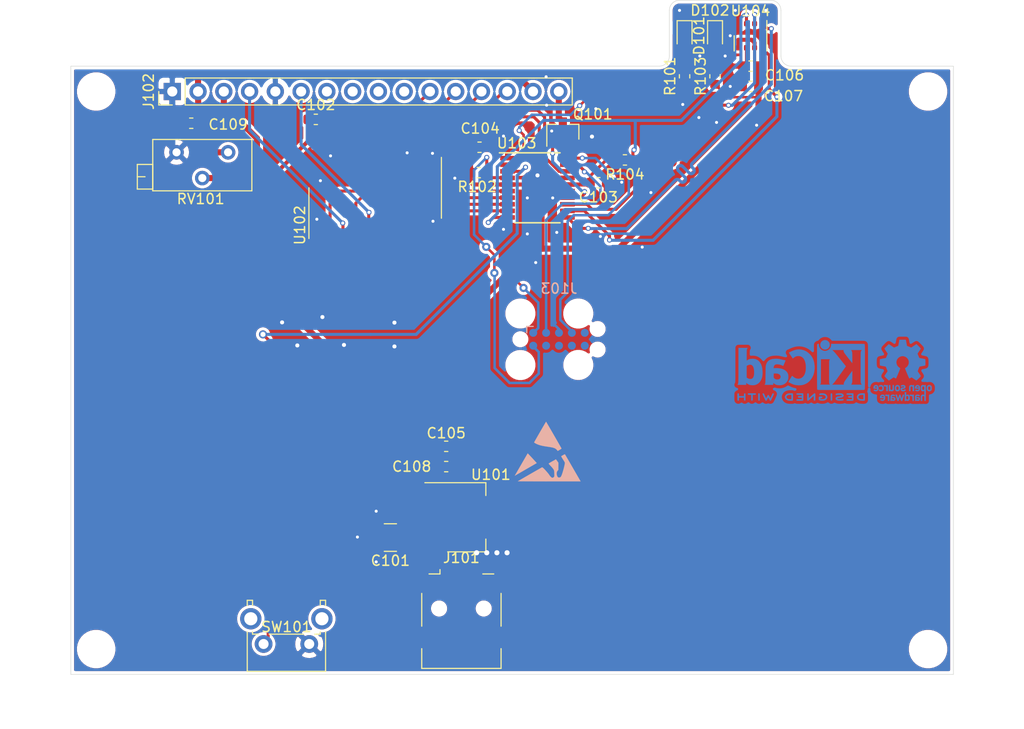
<source format=kicad_pcb>
(kicad_pcb (version 20171130) (host pcbnew 5.1.4)

  (general
    (thickness 1.6)
    (drawings 15)
    (tracks 497)
    (zones 0)
    (modules 33)
    (nets 44)
  )

  (page A4)
  (layers
    (0 F.Cu signal)
    (31 B.Cu signal)
    (32 B.Adhes user)
    (33 F.Adhes user)
    (34 B.Paste user)
    (35 F.Paste user)
    (36 B.SilkS user)
    (37 F.SilkS user)
    (38 B.Mask user)
    (39 F.Mask user)
    (40 Dwgs.User user)
    (41 Cmts.User user)
    (42 Eco1.User user)
    (43 Eco2.User user)
    (44 Edge.Cuts user)
    (45 Margin user)
    (46 B.CrtYd user)
    (47 F.CrtYd user)
    (48 B.Fab user)
    (49 F.Fab user)
  )

  (setup
    (last_trace_width 0.25)
    (user_trace_width 0.3)
    (user_trace_width 0.4)
    (user_trace_width 0.6)
    (trace_clearance 0.2)
    (zone_clearance 0.3)
    (zone_45_only no)
    (trace_min 0.25)
    (via_size 0.8)
    (via_drill 0.4)
    (via_min_size 0.4)
    (via_min_drill 0.3)
    (user_via 0.5 0.3)
    (user_via 0.8 0.5)
    (uvia_size 0.3)
    (uvia_drill 0.1)
    (uvias_allowed no)
    (uvia_min_size 0.2)
    (uvia_min_drill 0.1)
    (edge_width 0.05)
    (segment_width 0.2)
    (pcb_text_width 0.3)
    (pcb_text_size 1.5 1.5)
    (mod_edge_width 0.12)
    (mod_text_size 1 1)
    (mod_text_width 0.15)
    (pad_size 1.524 1.524)
    (pad_drill 0.762)
    (pad_to_mask_clearance 0.051)
    (solder_mask_min_width 0.25)
    (aux_axis_origin 0 0)
    (visible_elements FFFFFF7F)
    (pcbplotparams
      (layerselection 0x010fc_ffffffff)
      (usegerberextensions false)
      (usegerberattributes false)
      (usegerberadvancedattributes false)
      (creategerberjobfile false)
      (excludeedgelayer true)
      (linewidth 0.100000)
      (plotframeref false)
      (viasonmask false)
      (mode 1)
      (useauxorigin false)
      (hpglpennumber 1)
      (hpglpenspeed 20)
      (hpglpendiameter 15.000000)
      (psnegative false)
      (psa4output false)
      (plotreference true)
      (plotvalue true)
      (plotinvisibletext false)
      (padsonsilk false)
      (subtractmaskfromsilk false)
      (outputformat 1)
      (mirror false)
      (drillshape 1)
      (scaleselection 1)
      (outputdirectory ""))
  )

  (net 0 "")
  (net 1 +5V)
  (net 2 GND)
  (net 3 +3V3)
  (net 4 "Net-(D101-Pad2)")
  (net 5 "Net-(D102-Pad2)")
  (net 6 "Net-(J101-Pad2)")
  (net 7 "Net-(J101-Pad3)")
  (net 8 "Net-(J101-Pad4)")
  (net 9 "Net-(J102-Pad3)")
  (net 10 "Net-(J102-Pad4)")
  (net 11 "Net-(J102-Pad6)")
  (net 12 "Net-(J102-Pad7)")
  (net 13 "Net-(J102-Pad8)")
  (net 14 "Net-(J102-Pad9)")
  (net 15 "Net-(J102-Pad10)")
  (net 16 "Net-(J102-Pad11)")
  (net 17 "Net-(J102-Pad12)")
  (net 18 "Net-(J102-Pad13)")
  (net 19 "Net-(J102-Pad14)")
  (net 20 "Net-(J102-Pad16)")
  (net 21 /BL_EN)
  (net 22 "Net-(R101-Pad1)")
  (net 23 /~CS)
  (net 24 "Net-(SW101-Pad2)")
  (net 25 /SWDIO)
  (net 26 /SWCLK)
  (net 27 /LCD_D2)
  (net 28 /LCD_D1)
  (net 29 /LCD_D0)
  (net 30 "Net-(U102-Pad7)")
  (net 31 /LCD_D3)
  (net 32 "Net-(U102-Pad9)")
  (net 33 /LCD_E)
  (net 34 /LCD_RS)
  (net 35 /SCK)
  (net 36 /MISO)
  (net 37 /MOSI)
  (net 38 "Net-(J103-Pad5)")
  (net 39 "Net-(J103-Pad6)")
  (net 40 "Net-(J103-Pad7)")
  (net 41 "Net-(J103-Pad8)")
  (net 42 "Net-(J103-Pad9)")
  (net 43 /~RST)

  (net_class Default "This is the default net class."
    (clearance 0.2)
    (trace_width 0.25)
    (via_dia 0.8)
    (via_drill 0.4)
    (uvia_dia 0.3)
    (uvia_drill 0.1)
    (diff_pair_width 0.25)
    (diff_pair_gap 0.25)
    (add_net +3V3)
    (add_net +5V)
    (add_net /BL_EN)
    (add_net /LCD_D0)
    (add_net /LCD_D1)
    (add_net /LCD_D2)
    (add_net /LCD_D3)
    (add_net /LCD_E)
    (add_net /LCD_RS)
    (add_net /MISO)
    (add_net /MOSI)
    (add_net /SCK)
    (add_net /SWCLK)
    (add_net /SWDIO)
    (add_net /~CS)
    (add_net /~RST)
    (add_net GND)
    (add_net "Net-(D101-Pad2)")
    (add_net "Net-(D102-Pad2)")
    (add_net "Net-(J101-Pad2)")
    (add_net "Net-(J101-Pad3)")
    (add_net "Net-(J101-Pad4)")
    (add_net "Net-(J102-Pad10)")
    (add_net "Net-(J102-Pad11)")
    (add_net "Net-(J102-Pad12)")
    (add_net "Net-(J102-Pad13)")
    (add_net "Net-(J102-Pad14)")
    (add_net "Net-(J102-Pad16)")
    (add_net "Net-(J102-Pad3)")
    (add_net "Net-(J102-Pad4)")
    (add_net "Net-(J102-Pad6)")
    (add_net "Net-(J102-Pad7)")
    (add_net "Net-(J102-Pad8)")
    (add_net "Net-(J102-Pad9)")
    (add_net "Net-(J103-Pad5)")
    (add_net "Net-(J103-Pad6)")
    (add_net "Net-(J103-Pad7)")
    (add_net "Net-(J103-Pad8)")
    (add_net "Net-(J103-Pad9)")
    (add_net "Net-(R101-Pad1)")
    (add_net "Net-(SW101-Pad2)")
    (add_net "Net-(U102-Pad7)")
    (add_net "Net-(U102-Pad9)")
  )

  (module Symbol:KiCad-Logo2_5mm_Copper (layer B.Cu) (tedit 0) (tstamp 5D66633F)
    (at 85 63 180)
    (descr "KiCad Logo")
    (tags "Logo KiCad")
    (attr virtual)
    (fp_text reference REF** (at 0 5.08) (layer B.SilkS) hide
      (effects (font (size 1 1) (thickness 0.15)) (justify mirror))
    )
    (fp_text value KiCad-Logo2_5mm_Copper (at 0 -5.08) (layer B.Fab) hide
      (effects (font (size 1 1) (thickness 0.15)) (justify mirror))
    )
    (fp_poly (pts (xy 6.228823 -2.274533) (xy 6.260202 -2.296776) (xy 6.287911 -2.324485) (xy 6.287911 -2.63392)
      (xy 6.287838 -2.725799) (xy 6.287495 -2.79784) (xy 6.286692 -2.85278) (xy 6.285241 -2.89336)
      (xy 6.282952 -2.922317) (xy 6.279636 -2.942391) (xy 6.275105 -2.956321) (xy 6.269169 -2.966845)
      (xy 6.264514 -2.9731) (xy 6.233783 -2.997673) (xy 6.198496 -3.000341) (xy 6.166245 -2.985271)
      (xy 6.155588 -2.976374) (xy 6.148464 -2.964557) (xy 6.144167 -2.945526) (xy 6.141991 -2.914992)
      (xy 6.141228 -2.868662) (xy 6.141155 -2.832871) (xy 6.141155 -2.698045) (xy 5.644444 -2.698045)
      (xy 5.644444 -2.8207) (xy 5.643931 -2.876787) (xy 5.641876 -2.915333) (xy 5.637508 -2.941361)
      (xy 5.630056 -2.959897) (xy 5.621047 -2.9731) (xy 5.590144 -2.997604) (xy 5.555196 -3.000506)
      (xy 5.521738 -2.983089) (xy 5.512604 -2.973959) (xy 5.506152 -2.961855) (xy 5.501897 -2.943001)
      (xy 5.499352 -2.91362) (xy 5.498029 -2.869937) (xy 5.497443 -2.808175) (xy 5.497375 -2.794)
      (xy 5.496891 -2.677631) (xy 5.496641 -2.581727) (xy 5.496723 -2.504177) (xy 5.497231 -2.442869)
      (xy 5.498262 -2.39569) (xy 5.499913 -2.36053) (xy 5.502279 -2.335276) (xy 5.505457 -2.317817)
      (xy 5.509544 -2.306041) (xy 5.514634 -2.297835) (xy 5.520266 -2.291645) (xy 5.552128 -2.271844)
      (xy 5.585357 -2.274533) (xy 5.616735 -2.296776) (xy 5.629433 -2.311126) (xy 5.637526 -2.326978)
      (xy 5.642042 -2.349554) (xy 5.644006 -2.384078) (xy 5.644444 -2.435776) (xy 5.644444 -2.551289)
      (xy 6.141155 -2.551289) (xy 6.141155 -2.432756) (xy 6.141662 -2.378148) (xy 6.143698 -2.341275)
      (xy 6.148035 -2.317307) (xy 6.155447 -2.301415) (xy 6.163733 -2.291645) (xy 6.195594 -2.271844)
      (xy 6.228823 -2.274533)) (layer B.Cu) (width 0.01))
    (fp_poly (pts (xy 4.963065 -2.269163) (xy 5.041772 -2.269542) (xy 5.102863 -2.270333) (xy 5.148817 -2.27167)
      (xy 5.182114 -2.273683) (xy 5.205236 -2.276506) (xy 5.220662 -2.280269) (xy 5.230871 -2.285105)
      (xy 5.235813 -2.288822) (xy 5.261457 -2.321358) (xy 5.264559 -2.355138) (xy 5.248711 -2.385826)
      (xy 5.238348 -2.398089) (xy 5.227196 -2.40645) (xy 5.211035 -2.411657) (xy 5.185642 -2.414457)
      (xy 5.146798 -2.415596) (xy 5.09028 -2.415821) (xy 5.07918 -2.415822) (xy 4.933244 -2.415822)
      (xy 4.933244 -2.686756) (xy 4.933148 -2.772154) (xy 4.932711 -2.837864) (xy 4.931712 -2.886774)
      (xy 4.929928 -2.921773) (xy 4.927137 -2.945749) (xy 4.923117 -2.961593) (xy 4.917645 -2.972191)
      (xy 4.910666 -2.980267) (xy 4.877734 -3.000112) (xy 4.843354 -2.998548) (xy 4.812176 -2.975906)
      (xy 4.809886 -2.9731) (xy 4.802429 -2.962492) (xy 4.796747 -2.950081) (xy 4.792601 -2.93285)
      (xy 4.78975 -2.907784) (xy 4.787954 -2.871867) (xy 4.786972 -2.822083) (xy 4.786564 -2.755417)
      (xy 4.786489 -2.679589) (xy 4.786489 -2.415822) (xy 4.647127 -2.415822) (xy 4.587322 -2.415418)
      (xy 4.545918 -2.41384) (xy 4.518748 -2.410547) (xy 4.501646 -2.404992) (xy 4.490443 -2.396631)
      (xy 4.489083 -2.395178) (xy 4.472725 -2.361939) (xy 4.474172 -2.324362) (xy 4.492978 -2.291645)
      (xy 4.50025 -2.285298) (xy 4.509627 -2.280266) (xy 4.523609 -2.276396) (xy 4.544696 -2.273537)
      (xy 4.575389 -2.271535) (xy 4.618189 -2.270239) (xy 4.675595 -2.269498) (xy 4.75011 -2.269158)
      (xy 4.844233 -2.269068) (xy 4.86426 -2.269067) (xy 4.963065 -2.269163)) (layer B.Cu) (width 0.01))
    (fp_poly (pts (xy 4.188614 -2.275877) (xy 4.212327 -2.290647) (xy 4.238978 -2.312227) (xy 4.238978 -2.633773)
      (xy 4.238893 -2.72783) (xy 4.238529 -2.801932) (xy 4.237724 -2.858704) (xy 4.236313 -2.900768)
      (xy 4.234133 -2.930748) (xy 4.231021 -2.951267) (xy 4.226814 -2.964949) (xy 4.221348 -2.974416)
      (xy 4.217472 -2.979082) (xy 4.186034 -2.999575) (xy 4.150233 -2.998739) (xy 4.118873 -2.981264)
      (xy 4.092222 -2.959684) (xy 4.092222 -2.312227) (xy 4.118873 -2.290647) (xy 4.144594 -2.274949)
      (xy 4.1656 -2.269067) (xy 4.188614 -2.275877)) (layer B.Cu) (width 0.01))
    (fp_poly (pts (xy 3.744665 -2.271034) (xy 3.764255 -2.278035) (xy 3.76501 -2.278377) (xy 3.791613 -2.298678)
      (xy 3.80627 -2.319561) (xy 3.809138 -2.329352) (xy 3.808996 -2.342361) (xy 3.804961 -2.360895)
      (xy 3.796146 -2.387257) (xy 3.781669 -2.423752) (xy 3.760645 -2.472687) (xy 3.732188 -2.536365)
      (xy 3.695415 -2.617093) (xy 3.675175 -2.661216) (xy 3.638625 -2.739985) (xy 3.604315 -2.812423)
      (xy 3.573552 -2.87588) (xy 3.547648 -2.927708) (xy 3.52791 -2.965259) (xy 3.51565 -2.985884)
      (xy 3.513224 -2.988733) (xy 3.482183 -3.001302) (xy 3.447121 -2.999619) (xy 3.419 -2.984332)
      (xy 3.417854 -2.983089) (xy 3.406668 -2.966154) (xy 3.387904 -2.93317) (xy 3.363875 -2.88838)
      (xy 3.336897 -2.836032) (xy 3.327201 -2.816742) (xy 3.254014 -2.67015) (xy 3.17424 -2.829393)
      (xy 3.145767 -2.884415) (xy 3.11935 -2.932132) (xy 3.097148 -2.968893) (xy 3.081319 -2.991044)
      (xy 3.075954 -2.995741) (xy 3.034257 -3.002102) (xy 2.999849 -2.988733) (xy 2.989728 -2.974446)
      (xy 2.972214 -2.942692) (xy 2.948735 -2.896597) (xy 2.92072 -2.839285) (xy 2.889599 -2.77388)
      (xy 2.856799 -2.703507) (xy 2.82375 -2.631291) (xy 2.791881 -2.560355) (xy 2.762619 -2.493825)
      (xy 2.737395 -2.434826) (xy 2.717636 -2.386481) (xy 2.704772 -2.351915) (xy 2.700231 -2.334253)
      (xy 2.700277 -2.333613) (xy 2.711326 -2.311388) (xy 2.73341 -2.288753) (xy 2.73471 -2.287768)
      (xy 2.761853 -2.272425) (xy 2.786958 -2.272574) (xy 2.796368 -2.275466) (xy 2.807834 -2.281718)
      (xy 2.82001 -2.294014) (xy 2.834357 -2.314908) (xy 2.852336 -2.346949) (xy 2.875407 -2.392688)
      (xy 2.90503 -2.454677) (xy 2.931745 -2.511898) (xy 2.96248 -2.578226) (xy 2.990021 -2.637874)
      (xy 3.012938 -2.687725) (xy 3.029798 -2.724664) (xy 3.039173 -2.745573) (xy 3.04054 -2.748845)
      (xy 3.046689 -2.743497) (xy 3.060822 -2.721109) (xy 3.081057 -2.684946) (xy 3.105515 -2.638277)
      (xy 3.115248 -2.619022) (xy 3.148217 -2.554004) (xy 3.173643 -2.506654) (xy 3.193612 -2.474219)
      (xy 3.21021 -2.453946) (xy 3.225524 -2.443082) (xy 3.24164 -2.438875) (xy 3.252143 -2.4384)
      (xy 3.27067 -2.440042) (xy 3.286904 -2.446831) (xy 3.303035 -2.461566) (xy 3.321251 -2.487044)
      (xy 3.343739 -2.526061) (xy 3.372689 -2.581414) (xy 3.388662 -2.612903) (xy 3.41457 -2.663087)
      (xy 3.437167 -2.704704) (xy 3.454458 -2.734242) (xy 3.46445 -2.748189) (xy 3.465809 -2.74877)
      (xy 3.472261 -2.737793) (xy 3.486708 -2.70929) (xy 3.507703 -2.666244) (xy 3.533797 -2.611638)
      (xy 3.563546 -2.548454) (xy 3.57818 -2.517071) (xy 3.61625 -2.436078) (xy 3.646905 -2.373756)
      (xy 3.671737 -2.328071) (xy 3.692337 -2.296989) (xy 3.710298 -2.278478) (xy 3.72721 -2.270504)
      (xy 3.744665 -2.271034)) (layer B.Cu) (width 0.01))
    (fp_poly (pts (xy 1.018309 -2.269275) (xy 1.147288 -2.273636) (xy 1.256991 -2.286861) (xy 1.349226 -2.309741)
      (xy 1.425802 -2.34307) (xy 1.488527 -2.387638) (xy 1.539212 -2.444236) (xy 1.579663 -2.513658)
      (xy 1.580459 -2.515351) (xy 1.604601 -2.577483) (xy 1.613203 -2.632509) (xy 1.606231 -2.687887)
      (xy 1.583654 -2.751073) (xy 1.579372 -2.760689) (xy 1.550172 -2.816966) (xy 1.517356 -2.860451)
      (xy 1.475002 -2.897417) (xy 1.41719 -2.934135) (xy 1.413831 -2.936052) (xy 1.363504 -2.960227)
      (xy 1.306621 -2.978282) (xy 1.239527 -2.990839) (xy 1.158565 -2.998522) (xy 1.060082 -3.001953)
      (xy 1.025286 -3.002251) (xy 0.859594 -3.002845) (xy 0.836197 -2.9731) (xy 0.829257 -2.963319)
      (xy 0.823842 -2.951897) (xy 0.819765 -2.936095) (xy 0.816837 -2.913175) (xy 0.814867 -2.880396)
      (xy 0.814225 -2.856089) (xy 0.970844 -2.856089) (xy 1.064726 -2.856089) (xy 1.119664 -2.854483)
      (xy 1.17606 -2.850255) (xy 1.222345 -2.844292) (xy 1.225139 -2.84379) (xy 1.307348 -2.821736)
      (xy 1.371114 -2.7886) (xy 1.418452 -2.742847) (xy 1.451382 -2.682939) (xy 1.457108 -2.667061)
      (xy 1.462721 -2.642333) (xy 1.460291 -2.617902) (xy 1.448467 -2.5854) (xy 1.44134 -2.569434)
      (xy 1.418 -2.527006) (xy 1.38988 -2.49724) (xy 1.35894 -2.476511) (xy 1.296966 -2.449537)
      (xy 1.217651 -2.429998) (xy 1.125253 -2.418746) (xy 1.058333 -2.41627) (xy 0.970844 -2.415822)
      (xy 0.970844 -2.856089) (xy 0.814225 -2.856089) (xy 0.813668 -2.835021) (xy 0.81305 -2.774311)
      (xy 0.812825 -2.695526) (xy 0.8128 -2.63392) (xy 0.8128 -2.324485) (xy 0.840509 -2.296776)
      (xy 0.852806 -2.285544) (xy 0.866103 -2.277853) (xy 0.884672 -2.27304) (xy 0.912786 -2.270446)
      (xy 0.954717 -2.26941) (xy 1.014737 -2.26927) (xy 1.018309 -2.269275)) (layer B.Cu) (width 0.01))
    (fp_poly (pts (xy 0.230343 -2.26926) (xy 0.306701 -2.270174) (xy 0.365217 -2.272311) (xy 0.408255 -2.276175)
      (xy 0.438183 -2.282267) (xy 0.457368 -2.29109) (xy 0.468176 -2.303146) (xy 0.472973 -2.318939)
      (xy 0.474127 -2.33897) (xy 0.474133 -2.341335) (xy 0.473131 -2.363992) (xy 0.468396 -2.381503)
      (xy 0.457333 -2.394574) (xy 0.437348 -2.403913) (xy 0.405846 -2.410227) (xy 0.360232 -2.414222)
      (xy 0.297913 -2.416606) (xy 0.216293 -2.418086) (xy 0.191277 -2.418414) (xy -0.0508 -2.421467)
      (xy -0.054186 -2.486378) (xy -0.057571 -2.551289) (xy 0.110576 -2.551289) (xy 0.176266 -2.551531)
      (xy 0.223172 -2.552556) (xy 0.255083 -2.554811) (xy 0.275791 -2.558742) (xy 0.289084 -2.564798)
      (xy 0.298755 -2.573424) (xy 0.298817 -2.573493) (xy 0.316356 -2.607112) (xy 0.315722 -2.643448)
      (xy 0.297314 -2.674423) (xy 0.293671 -2.677607) (xy 0.280741 -2.685812) (xy 0.263024 -2.691521)
      (xy 0.23657 -2.695162) (xy 0.197432 -2.697167) (xy 0.141662 -2.697964) (xy 0.105994 -2.698045)
      (xy -0.056445 -2.698045) (xy -0.056445 -2.856089) (xy 0.190161 -2.856089) (xy 0.27158 -2.856231)
      (xy 0.33341 -2.856814) (xy 0.378637 -2.858068) (xy 0.410248 -2.860227) (xy 0.431231 -2.863523)
      (xy 0.444573 -2.868189) (xy 0.453261 -2.874457) (xy 0.45545 -2.876733) (xy 0.471614 -2.90828)
      (xy 0.472797 -2.944168) (xy 0.459536 -2.975285) (xy 0.449043 -2.985271) (xy 0.438129 -2.990769)
      (xy 0.421217 -2.995022) (xy 0.395633 -2.99818) (xy 0.358701 -3.000392) (xy 0.307746 -3.001806)
      (xy 0.240094 -3.002572) (xy 0.153069 -3.002838) (xy 0.133394 -3.002845) (xy 0.044911 -3.002787)
      (xy -0.023773 -3.002467) (xy -0.075436 -3.001667) (xy -0.112855 -3.000167) (xy -0.13881 -2.997749)
      (xy -0.156078 -2.994194) (xy -0.167438 -2.989282) (xy -0.175668 -2.982795) (xy -0.180183 -2.978138)
      (xy -0.186979 -2.969889) (xy -0.192288 -2.959669) (xy -0.196294 -2.9448) (xy -0.199179 -2.922602)
      (xy -0.201126 -2.890393) (xy -0.202319 -2.845496) (xy -0.202939 -2.785228) (xy -0.203171 -2.706911)
      (xy -0.2032 -2.640994) (xy -0.203129 -2.548628) (xy -0.202792 -2.476117) (xy -0.202002 -2.420737)
      (xy -0.200574 -2.379765) (xy -0.198321 -2.350478) (xy -0.195057 -2.330153) (xy -0.190596 -2.316066)
      (xy -0.184752 -2.305495) (xy -0.179803 -2.298811) (xy -0.156406 -2.269067) (xy 0.133774 -2.269067)
      (xy 0.230343 -2.26926)) (layer B.Cu) (width 0.01))
    (fp_poly (pts (xy -1.300114 -2.273448) (xy -1.276548 -2.287273) (xy -1.245735 -2.309881) (xy -1.206078 -2.342338)
      (xy -1.15598 -2.385708) (xy -1.093843 -2.441058) (xy -1.018072 -2.509451) (xy -0.931334 -2.588084)
      (xy -0.750711 -2.751878) (xy -0.745067 -2.532029) (xy -0.743029 -2.456351) (xy -0.741063 -2.399994)
      (xy -0.738734 -2.359706) (xy -0.735606 -2.332235) (xy -0.731245 -2.314329) (xy -0.725216 -2.302737)
      (xy -0.717084 -2.294208) (xy -0.712772 -2.290623) (xy -0.678241 -2.27167) (xy -0.645383 -2.274441)
      (xy -0.619318 -2.290633) (xy -0.592667 -2.312199) (xy -0.589352 -2.627151) (xy -0.588435 -2.719779)
      (xy -0.587968 -2.792544) (xy -0.588113 -2.848161) (xy -0.589032 -2.889342) (xy -0.590887 -2.918803)
      (xy -0.593839 -2.939255) (xy -0.59805 -2.953413) (xy -0.603682 -2.963991) (xy -0.609927 -2.972474)
      (xy -0.623439 -2.988207) (xy -0.636883 -2.998636) (xy -0.652124 -3.002639) (xy -0.671026 -2.999094)
      (xy -0.695455 -2.986879) (xy -0.727273 -2.964871) (xy -0.768348 -2.931949) (xy -0.820542 -2.886991)
      (xy -0.885722 -2.828875) (xy -0.959556 -2.762099) (xy -1.224845 -2.521458) (xy -1.230489 -2.740589)
      (xy -1.232531 -2.816128) (xy -1.234502 -2.872354) (xy -1.236839 -2.912524) (xy -1.239981 -2.939896)
      (xy -1.244364 -2.957728) (xy -1.250424 -2.969279) (xy -1.2586 -2.977807) (xy -1.262784 -2.981282)
      (xy -1.299765 -3.000372) (xy -1.334708 -2.997493) (xy -1.365136 -2.9731) (xy -1.372097 -2.963286)
      (xy -1.377523 -2.951826) (xy -1.381603 -2.935968) (xy -1.384529 -2.912963) (xy -1.386492 -2.880062)
      (xy -1.387683 -2.834516) (xy -1.388292 -2.773573) (xy -1.388511 -2.694486) (xy -1.388534 -2.635956)
      (xy -1.38846 -2.544407) (xy -1.388113 -2.472687) (xy -1.387301 -2.418045) (xy -1.385833 -2.377732)
      (xy -1.383519 -2.348998) (xy -1.380167 -2.329093) (xy -1.375588 -2.315268) (xy -1.369589 -2.304772)
      (xy -1.365136 -2.298811) (xy -1.35385 -2.284691) (xy -1.343301 -2.274029) (xy -1.331893 -2.267892)
      (xy -1.31803 -2.267343) (xy -1.300114 -2.273448)) (layer B.Cu) (width 0.01))
    (fp_poly (pts (xy -1.950081 -2.274599) (xy -1.881565 -2.286095) (xy -1.828943 -2.303967) (xy -1.794708 -2.327499)
      (xy -1.785379 -2.340924) (xy -1.775893 -2.372148) (xy -1.782277 -2.400395) (xy -1.80243 -2.427182)
      (xy -1.833745 -2.439713) (xy -1.879183 -2.438696) (xy -1.914326 -2.431906) (xy -1.992419 -2.418971)
      (xy -2.072226 -2.417742) (xy -2.161555 -2.428241) (xy -2.186229 -2.43269) (xy -2.269291 -2.456108)
      (xy -2.334273 -2.490945) (xy -2.380461 -2.536604) (xy -2.407145 -2.592494) (xy -2.412663 -2.621388)
      (xy -2.409051 -2.680012) (xy -2.385729 -2.731879) (xy -2.344824 -2.775978) (xy -2.288459 -2.811299)
      (xy -2.21876 -2.836829) (xy -2.137852 -2.851559) (xy -2.04786 -2.854478) (xy -1.95091 -2.844575)
      (xy -1.945436 -2.843641) (xy -1.906875 -2.836459) (xy -1.885494 -2.829521) (xy -1.876227 -2.819227)
      (xy -1.874006 -2.801976) (xy -1.873956 -2.792841) (xy -1.873956 -2.754489) (xy -1.942431 -2.754489)
      (xy -2.0029 -2.750347) (xy -2.044165 -2.737147) (xy -2.068175 -2.71373) (xy -2.076877 -2.678936)
      (xy -2.076983 -2.674394) (xy -2.071892 -2.644654) (xy -2.054433 -2.623419) (xy -2.021939 -2.609366)
      (xy -1.971743 -2.601173) (xy -1.923123 -2.598161) (xy -1.852456 -2.596433) (xy -1.801198 -2.59907)
      (xy -1.766239 -2.6088) (xy -1.74447 -2.628353) (xy -1.73278 -2.660456) (xy -1.72806 -2.707838)
      (xy -1.7272 -2.770071) (xy -1.728609 -2.839535) (xy -1.732848 -2.886786) (xy -1.739936 -2.912012)
      (xy -1.741311 -2.913988) (xy -1.780228 -2.945508) (xy -1.837286 -2.97047) (xy -1.908869 -2.98834)
      (xy -1.991358 -2.998586) (xy -2.081139 -3.000673) (xy -2.174592 -2.994068) (xy -2.229556 -2.985956)
      (xy -2.315766 -2.961554) (xy -2.395892 -2.921662) (xy -2.462977 -2.869887) (xy -2.473173 -2.859539)
      (xy -2.506302 -2.816035) (xy -2.536194 -2.762118) (xy -2.559357 -2.705592) (xy -2.572298 -2.654259)
      (xy -2.573858 -2.634544) (xy -2.567218 -2.593419) (xy -2.549568 -2.542252) (xy -2.524297 -2.488394)
      (xy -2.494789 -2.439195) (xy -2.468719 -2.406334) (xy -2.407765 -2.357452) (xy -2.328969 -2.318545)
      (xy -2.235157 -2.290494) (xy -2.12915 -2.274179) (xy -2.032 -2.270192) (xy -1.950081 -2.274599)) (layer B.Cu) (width 0.01))
    (fp_poly (pts (xy -2.923822 -2.291645) (xy -2.917242 -2.299218) (xy -2.912079 -2.308987) (xy -2.908164 -2.323571)
      (xy -2.905324 -2.345585) (xy -2.903387 -2.377648) (xy -2.902183 -2.422375) (xy -2.901539 -2.482385)
      (xy -2.901284 -2.560294) (xy -2.901245 -2.635956) (xy -2.901314 -2.729802) (xy -2.901638 -2.803689)
      (xy -2.902386 -2.860232) (xy -2.903732 -2.902049) (xy -2.905846 -2.931757) (xy -2.9089 -2.951973)
      (xy -2.913066 -2.965314) (xy -2.918516 -2.974398) (xy -2.923822 -2.980267) (xy -2.956826 -2.999947)
      (xy -2.991991 -2.998181) (xy -3.023455 -2.976717) (xy -3.030684 -2.968337) (xy -3.036334 -2.958614)
      (xy -3.040599 -2.944861) (xy -3.043673 -2.924389) (xy -3.045752 -2.894512) (xy -3.04703 -2.852541)
      (xy -3.047701 -2.795789) (xy -3.047959 -2.721567) (xy -3.048 -2.637537) (xy -3.048 -2.324485)
      (xy -3.020291 -2.296776) (xy -2.986137 -2.273463) (xy -2.953006 -2.272623) (xy -2.923822 -2.291645)) (layer B.Cu) (width 0.01))
    (fp_poly (pts (xy -3.691703 -2.270351) (xy -3.616888 -2.275581) (xy -3.547306 -2.28375) (xy -3.487002 -2.29455)
      (xy -3.44002 -2.307673) (xy -3.410406 -2.322813) (xy -3.40586 -2.327269) (xy -3.390054 -2.36185)
      (xy -3.394847 -2.397351) (xy -3.419364 -2.427725) (xy -3.420534 -2.428596) (xy -3.434954 -2.437954)
      (xy -3.450008 -2.442876) (xy -3.471005 -2.443473) (xy -3.503257 -2.439861) (xy -3.552073 -2.432154)
      (xy -3.556 -2.431505) (xy -3.628739 -2.422569) (xy -3.707217 -2.418161) (xy -3.785927 -2.418119)
      (xy -3.859361 -2.422279) (xy -3.922011 -2.430479) (xy -3.96837 -2.442557) (xy -3.971416 -2.443771)
      (xy -4.005048 -2.462615) (xy -4.016864 -2.481685) (xy -4.007614 -2.500439) (xy -3.978047 -2.518337)
      (xy -3.928911 -2.534837) (xy -3.860957 -2.549396) (xy -3.815645 -2.556406) (xy -3.721456 -2.569889)
      (xy -3.646544 -2.582214) (xy -3.587717 -2.594449) (xy -3.541785 -2.607661) (xy -3.505555 -2.622917)
      (xy -3.475838 -2.641285) (xy -3.449442 -2.663831) (xy -3.42823 -2.685971) (xy -3.403065 -2.716819)
      (xy -3.390681 -2.743345) (xy -3.386808 -2.776026) (xy -3.386667 -2.787995) (xy -3.389576 -2.827712)
      (xy -3.401202 -2.857259) (xy -3.421323 -2.883486) (xy -3.462216 -2.923576) (xy -3.507817 -2.954149)
      (xy -3.561513 -2.976203) (xy -3.626692 -2.990735) (xy -3.706744 -2.998741) (xy -3.805057 -3.001218)
      (xy -3.821289 -3.001177) (xy -3.886849 -2.999818) (xy -3.951866 -2.99673) (xy -4.009252 -2.992356)
      (xy -4.051922 -2.98714) (xy -4.055372 -2.986541) (xy -4.097796 -2.976491) (xy -4.13378 -2.963796)
      (xy -4.15415 -2.95219) (xy -4.173107 -2.921572) (xy -4.174427 -2.885918) (xy -4.158085 -2.854144)
      (xy -4.154429 -2.850551) (xy -4.139315 -2.839876) (xy -4.120415 -2.835276) (xy -4.091162 -2.836059)
      (xy -4.055651 -2.840127) (xy -4.01597 -2.843762) (xy -3.960345 -2.846828) (xy -3.895406 -2.849053)
      (xy -3.827785 -2.850164) (xy -3.81 -2.850237) (xy -3.742128 -2.849964) (xy -3.692454 -2.848646)
      (xy -3.65661 -2.845827) (xy -3.630224 -2.84105) (xy -3.608926 -2.833857) (xy -3.596126 -2.827867)
      (xy -3.568 -2.811233) (xy -3.550068 -2.796168) (xy -3.547447 -2.791897) (xy -3.552976 -2.774263)
      (xy -3.57926 -2.757192) (xy -3.624478 -2.741458) (xy -3.686808 -2.727838) (xy -3.705171 -2.724804)
      (xy -3.80109 -2.709738) (xy -3.877641 -2.697146) (xy -3.93778 -2.686111) (xy -3.98446 -2.67572)
      (xy -4.020637 -2.665056) (xy -4.049265 -2.653205) (xy -4.073298 -2.639251) (xy -4.095692 -2.622281)
      (xy -4.119402 -2.601378) (xy -4.12738 -2.594049) (xy -4.155353 -2.566699) (xy -4.17016 -2.545029)
      (xy -4.175952 -2.520232) (xy -4.176889 -2.488983) (xy -4.166575 -2.427705) (xy -4.135752 -2.37564)
      (xy -4.084595 -2.332958) (xy -4.013283 -2.299825) (xy -3.9624 -2.284964) (xy -3.9071 -2.275366)
      (xy -3.840853 -2.269936) (xy -3.767706 -2.268367) (xy -3.691703 -2.270351)) (layer B.Cu) (width 0.01))
    (fp_poly (pts (xy -4.712794 -2.269146) (xy -4.643386 -2.269518) (xy -4.590997 -2.270385) (xy -4.552847 -2.271946)
      (xy -4.526159 -2.274403) (xy -4.508153 -2.277957) (xy -4.496049 -2.28281) (xy -4.487069 -2.289161)
      (xy -4.483818 -2.292084) (xy -4.464043 -2.323142) (xy -4.460482 -2.358828) (xy -4.473491 -2.39051)
      (xy -4.479506 -2.396913) (xy -4.489235 -2.403121) (xy -4.504901 -2.40791) (xy -4.529408 -2.411514)
      (xy -4.565661 -2.414164) (xy -4.616565 -2.416095) (xy -4.685026 -2.417539) (xy -4.747617 -2.418418)
      (xy -4.995334 -2.421467) (xy -4.998719 -2.486378) (xy -5.002105 -2.551289) (xy -4.833958 -2.551289)
      (xy -4.760959 -2.551919) (xy -4.707517 -2.554553) (xy -4.670628 -2.560309) (xy -4.647288 -2.570304)
      (xy -4.634494 -2.585656) (xy -4.629242 -2.607482) (xy -4.628445 -2.627738) (xy -4.630923 -2.652592)
      (xy -4.640277 -2.670906) (xy -4.659383 -2.683637) (xy -4.691118 -2.691741) (xy -4.738359 -2.696176)
      (xy -4.803983 -2.697899) (xy -4.839801 -2.698045) (xy -5.000978 -2.698045) (xy -5.000978 -2.856089)
      (xy -4.752622 -2.856089) (xy -4.671213 -2.856202) (xy -4.609342 -2.856712) (xy -4.563968 -2.85787)
      (xy -4.532054 -2.85993) (xy -4.510559 -2.863146) (xy -4.496443 -2.867772) (xy -4.486668 -2.874059)
      (xy -4.481689 -2.878667) (xy -4.46461 -2.90556) (xy -4.459111 -2.929467) (xy -4.466963 -2.958667)
      (xy -4.481689 -2.980267) (xy -4.489546 -2.987066) (xy -4.499688 -2.992346) (xy -4.514844 -2.996298)
      (xy -4.537741 -2.999113) (xy -4.571109 -3.000982) (xy -4.617675 -3.002098) (xy -4.680167 -3.002651)
      (xy -4.761314 -3.002833) (xy -4.803422 -3.002845) (xy -4.893598 -3.002765) (xy -4.963924 -3.002398)
      (xy -5.017129 -3.001552) (xy -5.05594 -3.000036) (xy -5.083087 -2.997659) (xy -5.101298 -2.994229)
      (xy -5.1133 -2.989554) (xy -5.121822 -2.983444) (xy -5.125156 -2.980267) (xy -5.131755 -2.97267)
      (xy -5.136927 -2.96287) (xy -5.140846 -2.948239) (xy -5.143684 -2.926152) (xy -5.145615 -2.893982)
      (xy -5.146812 -2.849103) (xy -5.147448 -2.788889) (xy -5.147697 -2.710713) (xy -5.147734 -2.637923)
      (xy -5.1477 -2.544707) (xy -5.147465 -2.471431) (xy -5.14683 -2.415458) (xy -5.145594 -2.374151)
      (xy -5.143556 -2.344872) (xy -5.140517 -2.324984) (xy -5.136277 -2.31185) (xy -5.130635 -2.302832)
      (xy -5.123391 -2.295293) (xy -5.121606 -2.293612) (xy -5.112945 -2.286172) (xy -5.102882 -2.280409)
      (xy -5.088625 -2.276112) (xy -5.067383 -2.273064) (xy -5.036364 -2.271051) (xy -4.992777 -2.26986)
      (xy -4.933831 -2.269275) (xy -4.856734 -2.269083) (xy -4.802001 -2.269067) (xy -4.712794 -2.269146)) (layer B.Cu) (width 0.01))
    (fp_poly (pts (xy -6.121371 -2.269066) (xy -6.081889 -2.269467) (xy -5.9662 -2.272259) (xy -5.869311 -2.28055)
      (xy -5.787919 -2.295232) (xy -5.718723 -2.317193) (xy -5.65842 -2.347322) (xy -5.603708 -2.38651)
      (xy -5.584167 -2.403532) (xy -5.55175 -2.443363) (xy -5.52252 -2.497413) (xy -5.499991 -2.557323)
      (xy -5.487679 -2.614739) (xy -5.4864 -2.635956) (xy -5.494417 -2.694769) (xy -5.515899 -2.759013)
      (xy -5.546999 -2.819821) (xy -5.583866 -2.86833) (xy -5.589854 -2.874182) (xy -5.640579 -2.915321)
      (xy -5.696125 -2.947435) (xy -5.759696 -2.971365) (xy -5.834494 -2.987953) (xy -5.923722 -2.998041)
      (xy -6.030582 -3.002469) (xy -6.079528 -3.002845) (xy -6.141762 -3.002545) (xy -6.185528 -3.001292)
      (xy -6.214931 -2.998554) (xy -6.234079 -2.993801) (xy -6.247077 -2.986501) (xy -6.254045 -2.980267)
      (xy -6.260626 -2.972694) (xy -6.265788 -2.962924) (xy -6.269703 -2.94834) (xy -6.272543 -2.926326)
      (xy -6.27448 -2.894264) (xy -6.275684 -2.849536) (xy -6.276328 -2.789526) (xy -6.276583 -2.711617)
      (xy -6.276622 -2.635956) (xy -6.27687 -2.535041) (xy -6.276817 -2.454427) (xy -6.275857 -2.415822)
      (xy -6.129867 -2.415822) (xy -6.129867 -2.856089) (xy -6.036734 -2.856004) (xy -5.980693 -2.854396)
      (xy -5.921999 -2.850256) (xy -5.873028 -2.844464) (xy -5.871538 -2.844226) (xy -5.792392 -2.82509)
      (xy -5.731002 -2.795287) (xy -5.684305 -2.752878) (xy -5.654635 -2.706961) (xy -5.636353 -2.656026)
      (xy -5.637771 -2.6082) (xy -5.658988 -2.556933) (xy -5.700489 -2.503899) (xy -5.757998 -2.4646)
      (xy -5.83275 -2.438331) (xy -5.882708 -2.429035) (xy -5.939416 -2.422507) (xy -5.999519 -2.417782)
      (xy -6.050639 -2.415817) (xy -6.053667 -2.415808) (xy -6.129867 -2.415822) (xy -6.275857 -2.415822)
      (xy -6.27526 -2.391851) (xy -6.270998 -2.345055) (xy -6.26283 -2.311778) (xy -6.249556 -2.289759)
      (xy -6.229974 -2.276739) (xy -6.202883 -2.270457) (xy -6.167082 -2.268653) (xy -6.121371 -2.269066)) (layer B.Cu) (width 0.01))
    (fp_poly (pts (xy -2.273043 2.973429) (xy -2.176768 2.949191) (xy -2.090184 2.906359) (xy -2.015373 2.846581)
      (xy -1.954418 2.771506) (xy -1.909399 2.68278) (xy -1.883136 2.58647) (xy -1.877286 2.489205)
      (xy -1.89214 2.395346) (xy -1.92584 2.307489) (xy -1.976528 2.22823) (xy -2.042345 2.160164)
      (xy -2.121434 2.105888) (xy -2.211934 2.067998) (xy -2.2632 2.055574) (xy -2.307698 2.048053)
      (xy -2.341999 2.045081) (xy -2.37496 2.046906) (xy -2.415434 2.053775) (xy -2.448531 2.06075)
      (xy -2.541947 2.092259) (xy -2.625619 2.143383) (xy -2.697665 2.212571) (xy -2.7562 2.298272)
      (xy -2.770148 2.325511) (xy -2.786586 2.361878) (xy -2.796894 2.392418) (xy -2.80246 2.42455)
      (xy -2.804669 2.465693) (xy -2.804948 2.511778) (xy -2.800861 2.596135) (xy -2.787446 2.665414)
      (xy -2.762256 2.726039) (xy -2.722846 2.784433) (xy -2.684298 2.828698) (xy -2.612406 2.894516)
      (xy -2.537313 2.939947) (xy -2.454562 2.96715) (xy -2.376928 2.977424) (xy -2.273043 2.973429)) (layer B.Cu) (width 0.01))
    (fp_poly (pts (xy 6.186507 0.527755) (xy 6.186526 0.293338) (xy 6.186552 0.080397) (xy 6.186625 -0.112168)
      (xy 6.186782 -0.285459) (xy 6.187064 -0.440576) (xy 6.187509 -0.57862) (xy 6.188156 -0.700692)
      (xy 6.189045 -0.807894) (xy 6.190213 -0.901326) (xy 6.191701 -0.98209) (xy 6.193546 -1.051286)
      (xy 6.195789 -1.110015) (xy 6.198469 -1.159379) (xy 6.201623 -1.200478) (xy 6.205292 -1.234413)
      (xy 6.209513 -1.262286) (xy 6.214327 -1.285198) (xy 6.219773 -1.304249) (xy 6.225888 -1.32054)
      (xy 6.232712 -1.335173) (xy 6.240285 -1.349249) (xy 6.248645 -1.363868) (xy 6.253839 -1.372974)
      (xy 6.288104 -1.433689) (xy 5.429955 -1.433689) (xy 5.429955 -1.337733) (xy 5.429224 -1.29437)
      (xy 5.427272 -1.261205) (xy 5.424463 -1.243424) (xy 5.423221 -1.241778) (xy 5.411799 -1.248662)
      (xy 5.389084 -1.266505) (xy 5.366385 -1.285879) (xy 5.3118 -1.326614) (xy 5.242321 -1.367617)
      (xy 5.16527 -1.405123) (xy 5.087965 -1.435364) (xy 5.057113 -1.445012) (xy 4.988616 -1.459578)
      (xy 4.905764 -1.469539) (xy 4.816371 -1.474583) (xy 4.728248 -1.474396) (xy 4.649207 -1.468666)
      (xy 4.611511 -1.462858) (xy 4.473414 -1.424797) (xy 4.346113 -1.367073) (xy 4.230292 -1.290211)
      (xy 4.126637 -1.194739) (xy 4.035833 -1.081179) (xy 3.969031 -0.970381) (xy 3.914164 -0.853625)
      (xy 3.872163 -0.734276) (xy 3.842167 -0.608283) (xy 3.823311 -0.471594) (xy 3.814732 -0.320158)
      (xy 3.814006 -0.242711) (xy 3.8161 -0.185934) (xy 4.645217 -0.185934) (xy 4.645424 -0.279002)
      (xy 4.648337 -0.366692) (xy 4.654 -0.443772) (xy 4.662455 -0.505009) (xy 4.665038 -0.51735)
      (xy 4.69684 -0.624633) (xy 4.738498 -0.711658) (xy 4.790363 -0.778642) (xy 4.852781 -0.825805)
      (xy 4.9261 -0.853365) (xy 5.010669 -0.861541) (xy 5.106835 -0.850551) (xy 5.170311 -0.834829)
      (xy 5.219454 -0.816639) (xy 5.273583 -0.790791) (xy 5.314244 -0.767089) (xy 5.3848 -0.720721)
      (xy 5.3848 0.42947) (xy 5.317392 0.473038) (xy 5.238867 0.51396) (xy 5.154681 0.540611)
      (xy 5.069557 0.552535) (xy 4.988216 0.549278) (xy 4.91538 0.530385) (xy 4.883426 0.514816)
      (xy 4.825501 0.471819) (xy 4.776544 0.415047) (xy 4.73539 0.342425) (xy 4.700874 0.251879)
      (xy 4.671833 0.141334) (xy 4.670552 0.135467) (xy 4.660381 0.073212) (xy 4.652739 -0.004594)
      (xy 4.64767 -0.09272) (xy 4.645217 -0.185934) (xy 3.8161 -0.185934) (xy 3.821857 -0.029895)
      (xy 3.843802 0.165941) (xy 3.879786 0.344668) (xy 3.929759 0.506155) (xy 3.993668 0.650274)
      (xy 4.071462 0.776894) (xy 4.163089 0.885885) (xy 4.268497 0.977117) (xy 4.313662 1.008068)
      (xy 4.414611 1.064215) (xy 4.517901 1.103826) (xy 4.627989 1.127986) (xy 4.74933 1.137781)
      (xy 4.841836 1.136735) (xy 4.97149 1.125769) (xy 5.084084 1.103954) (xy 5.182875 1.070286)
      (xy 5.271121 1.023764) (xy 5.319986 0.989552) (xy 5.349353 0.967638) (xy 5.371043 0.952667)
      (xy 5.379253 0.948267) (xy 5.380868 0.959096) (xy 5.382159 0.989749) (xy 5.383138 1.037474)
      (xy 5.383817 1.099521) (xy 5.38421 1.173138) (xy 5.38433 1.255573) (xy 5.384188 1.344075)
      (xy 5.383797 1.435893) (xy 5.383171 1.528276) (xy 5.38232 1.618472) (xy 5.38126 1.703729)
      (xy 5.380001 1.781297) (xy 5.378556 1.848424) (xy 5.376938 1.902359) (xy 5.375161 1.94035)
      (xy 5.374669 1.947333) (xy 5.367092 2.017749) (xy 5.355531 2.072898) (xy 5.337792 2.120019)
      (xy 5.311682 2.166353) (xy 5.305415 2.175933) (xy 5.280983 2.212622) (xy 6.186311 2.212622)
      (xy 6.186507 0.527755)) (layer B.Cu) (width 0.01))
    (fp_poly (pts (xy 2.673574 1.133448) (xy 2.825492 1.113433) (xy 2.960756 1.079798) (xy 3.080239 1.032275)
      (xy 3.184815 0.970595) (xy 3.262424 0.907035) (xy 3.331265 0.832901) (xy 3.385006 0.753129)
      (xy 3.42791 0.660909) (xy 3.443384 0.617839) (xy 3.456244 0.578858) (xy 3.467446 0.542711)
      (xy 3.47712 0.507566) (xy 3.485396 0.47159) (xy 3.492403 0.43295) (xy 3.498272 0.389815)
      (xy 3.503131 0.340351) (xy 3.50711 0.282727) (xy 3.51034 0.215109) (xy 3.512949 0.135666)
      (xy 3.515067 0.042564) (xy 3.516824 -0.066027) (xy 3.518349 -0.191942) (xy 3.519772 -0.337012)
      (xy 3.521025 -0.479778) (xy 3.522351 -0.635968) (xy 3.523556 -0.771239) (xy 3.524766 -0.887246)
      (xy 3.526106 -0.985645) (xy 3.5277 -1.068093) (xy 3.529675 -1.136246) (xy 3.532156 -1.19176)
      (xy 3.535269 -1.236292) (xy 3.539138 -1.271498) (xy 3.543889 -1.299034) (xy 3.549648 -1.320556)
      (xy 3.556539 -1.337722) (xy 3.564689 -1.352186) (xy 3.574223 -1.365606) (xy 3.585266 -1.379638)
      (xy 3.589566 -1.385071) (xy 3.605386 -1.40791) (xy 3.612422 -1.423463) (xy 3.612444 -1.423922)
      (xy 3.601567 -1.426121) (xy 3.570582 -1.428147) (xy 3.521957 -1.429942) (xy 3.458163 -1.431451)
      (xy 3.381669 -1.432616) (xy 3.294944 -1.43338) (xy 3.200457 -1.433686) (xy 3.18955 -1.433689)
      (xy 2.766657 -1.433689) (xy 2.763395 -1.337622) (xy 2.760133 -1.241556) (xy 2.698044 -1.292543)
      (xy 2.600714 -1.360057) (xy 2.490813 -1.414749) (xy 2.404349 -1.444978) (xy 2.335278 -1.459666)
      (xy 2.251925 -1.469659) (xy 2.162159 -1.474646) (xy 2.073845 -1.474313) (xy 1.994851 -1.468351)
      (xy 1.958622 -1.462638) (xy 1.818603 -1.424776) (xy 1.692178 -1.369932) (xy 1.58026 -1.298924)
      (xy 1.483762 -1.212568) (xy 1.4036 -1.111679) (xy 1.340687 -0.997076) (xy 1.296312 -0.870984)
      (xy 1.283978 -0.814401) (xy 1.276368 -0.752202) (xy 1.272739 -0.677363) (xy 1.272245 -0.643467)
      (xy 1.27231 -0.640282) (xy 2.032248 -0.640282) (xy 2.041541 -0.715333) (xy 2.069728 -0.77916)
      (xy 2.118197 -0.834798) (xy 2.123254 -0.839211) (xy 2.171548 -0.874037) (xy 2.223257 -0.89662)
      (xy 2.283989 -0.90854) (xy 2.359352 -0.911383) (xy 2.377459 -0.910978) (xy 2.431278 -0.908325)
      (xy 2.471308 -0.902909) (xy 2.506324 -0.892745) (xy 2.545103 -0.87585) (xy 2.555745 -0.870672)
      (xy 2.616396 -0.834844) (xy 2.663215 -0.792212) (xy 2.675952 -0.776973) (xy 2.720622 -0.720462)
      (xy 2.720622 -0.524586) (xy 2.720086 -0.445939) (xy 2.718396 -0.387988) (xy 2.715428 -0.348875)
      (xy 2.711057 -0.326741) (xy 2.706972 -0.320274) (xy 2.691047 -0.317111) (xy 2.657264 -0.314488)
      (xy 2.61034 -0.312655) (xy 2.554993 -0.311857) (xy 2.546106 -0.311842) (xy 2.42533 -0.317096)
      (xy 2.32266 -0.333263) (xy 2.236106 -0.360961) (xy 2.163681 -0.400808) (xy 2.108751 -0.447758)
      (xy 2.064204 -0.505645) (xy 2.03948 -0.568693) (xy 2.032248 -0.640282) (xy 1.27231 -0.640282)
      (xy 1.274178 -0.549712) (xy 1.282522 -0.470812) (xy 1.298768 -0.39959) (xy 1.324405 -0.328864)
      (xy 1.348401 -0.276493) (xy 1.40702 -0.181196) (xy 1.485117 -0.09317) (xy 1.580315 -0.014017)
      (xy 1.690238 0.05466) (xy 1.81251 0.111259) (xy 1.944755 0.154179) (xy 2.009422 0.169118)
      (xy 2.145604 0.191223) (xy 2.294049 0.205806) (xy 2.445505 0.212187) (xy 2.572064 0.210555)
      (xy 2.73395 0.203776) (xy 2.72653 0.262755) (xy 2.707238 0.361908) (xy 2.676104 0.442628)
      (xy 2.632269 0.505534) (xy 2.574871 0.551244) (xy 2.503048 0.580378) (xy 2.415941 0.593553)
      (xy 2.312686 0.591389) (xy 2.274711 0.587388) (xy 2.13352 0.56222) (xy 1.996707 0.521186)
      (xy 1.902178 0.483185) (xy 1.857018 0.46381) (xy 1.818585 0.44824) (xy 1.792234 0.438595)
      (xy 1.784546 0.436548) (xy 1.774802 0.445626) (xy 1.758083 0.474595) (xy 1.734232 0.523783)
      (xy 1.703093 0.593516) (xy 1.664507 0.684121) (xy 1.65791 0.699911) (xy 1.627853 0.772228)
      (xy 1.600874 0.837575) (xy 1.578136 0.893094) (xy 1.560806 0.935928) (xy 1.550048 0.963219)
      (xy 1.546941 0.972058) (xy 1.55694 0.976813) (xy 1.583217 0.98209) (xy 1.611489 0.985769)
      (xy 1.641646 0.990526) (xy 1.689433 0.999972) (xy 1.750612 1.01318) (xy 1.820946 1.029224)
      (xy 1.896194 1.04718) (xy 1.924755 1.054203) (xy 2.029816 1.079791) (xy 2.11748 1.099853)
      (xy 2.192068 1.115031) (xy 2.257903 1.125965) (xy 2.319307 1.133296) (xy 2.380602 1.137665)
      (xy 2.44611 1.139713) (xy 2.504128 1.140111) (xy 2.673574 1.133448)) (layer B.Cu) (width 0.01))
    (fp_poly (pts (xy 0.328429 2.050929) (xy 0.48857 2.029755) (xy 0.65251 1.989615) (xy 0.822313 1.930111)
      (xy 1.000043 1.850846) (xy 1.01131 1.845301) (xy 1.069005 1.817275) (xy 1.120552 1.793198)
      (xy 1.162191 1.774751) (xy 1.190162 1.763614) (xy 1.199733 1.761067) (xy 1.21895 1.756059)
      (xy 1.223561 1.751853) (xy 1.218458 1.74142) (xy 1.202418 1.715132) (xy 1.177288 1.675743)
      (xy 1.144914 1.626009) (xy 1.107143 1.568685) (xy 1.065822 1.506524) (xy 1.022798 1.442282)
      (xy 0.979917 1.378715) (xy 0.939026 1.318575) (xy 0.901971 1.26462) (xy 0.8706 1.219603)
      (xy 0.846759 1.186279) (xy 0.832294 1.167403) (xy 0.830309 1.165213) (xy 0.820191 1.169862)
      (xy 0.79785 1.187038) (xy 0.76728 1.21356) (xy 0.751536 1.228036) (xy 0.655047 1.303318)
      (xy 0.548336 1.358759) (xy 0.432832 1.393859) (xy 0.309962 1.40812) (xy 0.240561 1.406949)
      (xy 0.119423 1.389788) (xy 0.010205 1.353906) (xy -0.087418 1.299041) (xy -0.173772 1.22493)
      (xy -0.249185 1.131312) (xy -0.313982 1.017924) (xy -0.351399 0.931333) (xy -0.395252 0.795634)
      (xy -0.427572 0.64815) (xy -0.448443 0.492686) (xy -0.457949 0.333044) (xy -0.456173 0.173027)
      (xy -0.443197 0.016439) (xy -0.419106 -0.132918) (xy -0.383982 -0.27124) (xy -0.337908 -0.394724)
      (xy -0.321627 -0.428978) (xy -0.25338 -0.543064) (xy -0.172921 -0.639557) (xy -0.08143 -0.71767)
      (xy 0.019911 -0.776617) (xy 0.12992 -0.815612) (xy 0.247415 -0.833868) (xy 0.288883 -0.835211)
      (xy 0.410441 -0.82429) (xy 0.530878 -0.791474) (xy 0.648666 -0.737439) (xy 0.762277 -0.662865)
      (xy 0.853685 -0.584539) (xy 0.900215 -0.540008) (xy 1.081483 -0.837271) (xy 1.12658 -0.911433)
      (xy 1.167819 -0.979646) (xy 1.203735 -1.039459) (xy 1.232866 -1.08842) (xy 1.25375 -1.124079)
      (xy 1.264924 -1.143984) (xy 1.266375 -1.147079) (xy 1.258146 -1.156718) (xy 1.232567 -1.173999)
      (xy 1.192873 -1.197283) (xy 1.142297 -1.224934) (xy 1.084074 -1.255315) (xy 1.021437 -1.28679)
      (xy 0.957621 -1.317722) (xy 0.89586 -1.346473) (xy 0.839388 -1.371408) (xy 0.791438 -1.390889)
      (xy 0.767986 -1.399318) (xy 0.634221 -1.437133) (xy 0.496327 -1.462136) (xy 0.348622 -1.47514)
      (xy 0.221833 -1.477468) (xy 0.153878 -1.476373) (xy 0.088277 -1.474275) (xy 0.030847 -1.471434)
      (xy -0.012597 -1.468106) (xy -0.026702 -1.466422) (xy -0.165716 -1.437587) (xy -0.307243 -1.392468)
      (xy -0.444725 -1.33375) (xy -0.571606 -1.26412) (xy -0.649111 -1.211441) (xy -0.776519 -1.103239)
      (xy -0.894822 -0.976671) (xy -1.001828 -0.834866) (xy -1.095348 -0.680951) (xy -1.17319 -0.518053)
      (xy -1.217044 -0.400756) (xy -1.267292 -0.217128) (xy -1.300791 -0.022581) (xy -1.317551 0.178675)
      (xy -1.317584 0.382432) (xy -1.300899 0.584479) (xy -1.267507 0.780608) (xy -1.21742 0.966609)
      (xy -1.213603 0.978197) (xy -1.150719 1.14025) (xy -1.073972 1.288168) (xy -0.980758 1.426135)
      (xy -0.868473 1.558339) (xy -0.824608 1.603601) (xy -0.688466 1.727543) (xy -0.548509 1.830085)
      (xy -0.402589 1.912344) (xy -0.248558 1.975436) (xy -0.084268 2.020477) (xy 0.011289 2.037967)
      (xy 0.170023 2.053534) (xy 0.328429 2.050929)) (layer B.Cu) (width 0.01))
    (fp_poly (pts (xy -2.9464 2.510946) (xy -2.935535 2.397007) (xy -2.903918 2.289384) (xy -2.853015 2.190385)
      (xy -2.784293 2.102316) (xy -2.699219 2.027484) (xy -2.602232 1.969616) (xy -2.495964 1.929995)
      (xy -2.38895 1.911427) (xy -2.2833 1.912566) (xy -2.181125 1.93207) (xy -2.084534 1.968594)
      (xy -1.995638 2.020795) (xy -1.916546 2.087327) (xy -1.849369 2.166848) (xy -1.796217 2.258013)
      (xy -1.759199 2.359477) (xy -1.740427 2.469898) (xy -1.738489 2.519794) (xy -1.738489 2.607733)
      (xy -1.68656 2.607733) (xy -1.650253 2.604889) (xy -1.623355 2.593089) (xy -1.596249 2.569351)
      (xy -1.557867 2.530969) (xy -1.557867 0.339398) (xy -1.557876 0.077261) (xy -1.557908 -0.163241)
      (xy -1.557972 -0.383048) (xy -1.558076 -0.583101) (xy -1.558227 -0.764344) (xy -1.558434 -0.927716)
      (xy -1.558706 -1.07416) (xy -1.55905 -1.204617) (xy -1.559474 -1.320029) (xy -1.559987 -1.421338)
      (xy -1.560597 -1.509484) (xy -1.561312 -1.58541) (xy -1.56214 -1.650057) (xy -1.563089 -1.704367)
      (xy -1.564167 -1.74928) (xy -1.565383 -1.78574) (xy -1.566745 -1.814687) (xy -1.568261 -1.837063)
      (xy -1.569938 -1.853809) (xy -1.571786 -1.865868) (xy -1.573813 -1.87418) (xy -1.576025 -1.879687)
      (xy -1.577108 -1.881537) (xy -1.581271 -1.888549) (xy -1.584805 -1.894996) (xy -1.588635 -1.9009)
      (xy -1.593682 -1.906286) (xy -1.600871 -1.911178) (xy -1.611123 -1.915598) (xy -1.625364 -1.919572)
      (xy -1.644514 -1.923121) (xy -1.669499 -1.92627) (xy -1.70124 -1.929042) (xy -1.740662 -1.931461)
      (xy -1.788686 -1.933551) (xy -1.846237 -1.935335) (xy -1.914237 -1.936837) (xy -1.99361 -1.93808)
      (xy -2.085279 -1.939089) (xy -2.190166 -1.939885) (xy -2.309196 -1.940494) (xy -2.44329 -1.940939)
      (xy -2.593373 -1.941243) (xy -2.760367 -1.94143) (xy -2.945196 -1.941524) (xy -3.148783 -1.941548)
      (xy -3.37205 -1.941525) (xy -3.615922 -1.94148) (xy -3.881321 -1.941437) (xy -3.919704 -1.941432)
      (xy -4.186682 -1.941389) (xy -4.432002 -1.941318) (xy -4.656583 -1.941213) (xy -4.861345 -1.941066)
      (xy -5.047206 -1.940869) (xy -5.215088 -1.940616) (xy -5.365908 -1.9403) (xy -5.500587 -1.939913)
      (xy -5.620044 -1.939447) (xy -5.725199 -1.938897) (xy -5.816971 -1.938253) (xy -5.896279 -1.937511)
      (xy -5.964043 -1.936661) (xy -6.021182 -1.935697) (xy -6.068617 -1.934611) (xy -6.107266 -1.933397)
      (xy -6.138049 -1.932047) (xy -6.161885 -1.930555) (xy -6.179694 -1.928911) (xy -6.192395 -1.927111)
      (xy -6.200908 -1.925145) (xy -6.205266 -1.923477) (xy -6.213728 -1.919906) (xy -6.221497 -1.91727)
      (xy -6.228602 -1.914634) (xy -6.235073 -1.911062) (xy -6.240939 -1.905621) (xy -6.246229 -1.897375)
      (xy -6.250974 -1.88539) (xy -6.255202 -1.868731) (xy -6.258943 -1.846463) (xy -6.262227 -1.817652)
      (xy -6.265083 -1.781363) (xy -6.26754 -1.736661) (xy -6.269629 -1.682611) (xy -6.271378 -1.618279)
      (xy -6.272817 -1.54273) (xy -6.273976 -1.45503) (xy -6.274883 -1.354243) (xy -6.275569 -1.239434)
      (xy -6.276063 -1.10967) (xy -6.276395 -0.964015) (xy -6.276593 -0.801535) (xy -6.276687 -0.621295)
      (xy -6.276708 -0.42236) (xy -6.276685 -0.203796) (xy -6.276646 0.035332) (xy -6.276622 0.29596)
      (xy -6.276622 0.338111) (xy -6.276636 0.601008) (xy -6.276661 0.842268) (xy -6.276671 1.062835)
      (xy -6.276642 1.263648) (xy -6.276548 1.445651) (xy -6.276362 1.609784) (xy -6.276059 1.756989)
      (xy -6.275614 1.888208) (xy -6.275034 1.998133) (xy -5.972197 1.998133) (xy -5.932407 1.940289)
      (xy -5.921236 1.924521) (xy -5.911166 1.910559) (xy -5.902138 1.897216) (xy -5.894097 1.883307)
      (xy -5.886986 1.867644) (xy -5.880747 1.849042) (xy -5.875325 1.826314) (xy -5.870662 1.798273)
      (xy -5.866701 1.763733) (xy -5.863385 1.721508) (xy -5.860659 1.670411) (xy -5.858464 1.609256)
      (xy -5.856745 1.536856) (xy -5.855444 1.452025) (xy -5.854505 1.353578) (xy -5.85387 1.240326)
      (xy -5.853484 1.111084) (xy -5.853288 0.964666) (xy -5.853227 0.799884) (xy -5.853243 0.615553)
      (xy -5.85328 0.410487) (xy -5.853289 0.287867) (xy -5.853265 0.070918) (xy -5.853231 -0.124642)
      (xy -5.853243 -0.299999) (xy -5.853358 -0.456341) (xy -5.85363 -0.594857) (xy -5.854118 -0.716734)
      (xy -5.854876 -0.82316) (xy -5.855962 -0.915322) (xy -5.857431 -0.994409) (xy -5.85934 -1.061608)
      (xy -5.861744 -1.118107) (xy -5.864701 -1.165093) (xy -5.868266 -1.203755) (xy -5.872495 -1.23528)
      (xy -5.877446 -1.260855) (xy -5.883173 -1.28167) (xy -5.889733 -1.298911) (xy -5.897183 -1.313765)
      (xy -5.905579 -1.327422) (xy -5.914976 -1.341069) (xy -5.925432 -1.355893) (xy -5.931523 -1.364783)
      (xy -5.970296 -1.4224) (xy -5.438732 -1.4224) (xy -5.315483 -1.422365) (xy -5.212987 -1.422215)
      (xy -5.12942 -1.421878) (xy -5.062956 -1.421286) (xy -5.011771 -1.420367) (xy -4.974041 -1.419051)
      (xy -4.94794 -1.417269) (xy -4.931644 -1.414951) (xy -4.923328 -1.412026) (xy -4.921168 -1.408424)
      (xy -4.923339 -1.404075) (xy -4.924535 -1.402645) (xy -4.949685 -1.365573) (xy -4.975583 -1.312772)
      (xy -4.999192 -1.25077) (xy -5.007461 -1.224357) (xy -5.012078 -1.206416) (xy -5.015979 -1.185355)
      (xy -5.019248 -1.159089) (xy -5.021966 -1.125532) (xy -5.024215 -1.082599) (xy -5.026077 -1.028204)
      (xy -5.027636 -0.960262) (xy -5.028972 -0.876688) (xy -5.030169 -0.775395) (xy -5.031308 -0.6543)
      (xy -5.031685 -0.6096) (xy -5.032702 -0.484449) (xy -5.03346 -0.380082) (xy -5.033903 -0.294707)
      (xy -5.03397 -0.226533) (xy -5.033605 -0.173765) (xy -5.032748 -0.134614) (xy -5.031341 -0.107285)
      (xy -5.029325 -0.089986) (xy -5.026643 -0.080926) (xy -5.023236 -0.078312) (xy -5.019044 -0.080351)
      (xy -5.014571 -0.084667) (xy -5.004216 -0.097602) (xy -4.982158 -0.126676) (xy -4.949957 -0.169759)
      (xy -4.909174 -0.224718) (xy -4.86137 -0.289423) (xy -4.808105 -0.361742) (xy -4.75094 -0.439544)
      (xy -4.691437 -0.520698) (xy -4.631155 -0.603072) (xy -4.571655 -0.684536) (xy -4.514498 -0.762957)
      (xy -4.461245 -0.836204) (xy -4.413457 -0.902147) (xy -4.372693 -0.958654) (xy -4.340516 -1.003593)
      (xy -4.318485 -1.034834) (xy -4.313917 -1.041466) (xy -4.290996 -1.078369) (xy -4.264188 -1.126359)
      (xy -4.238789 -1.175897) (xy -4.235568 -1.182577) (xy -4.21389 -1.230772) (xy -4.201304 -1.268334)
      (xy -4.195574 -1.30416) (xy -4.194456 -1.3462) (xy -4.19509 -1.4224) (xy -3.040651 -1.4224)
      (xy -3.131815 -1.328669) (xy -3.178612 -1.278775) (xy -3.228899 -1.222295) (xy -3.274944 -1.168026)
      (xy -3.295369 -1.142673) (xy -3.325807 -1.103128) (xy -3.365862 -1.049916) (xy -3.414361 -0.984667)
      (xy -3.470135 -0.909011) (xy -3.532011 -0.824577) (xy -3.598819 -0.732994) (xy -3.669387 -0.635892)
      (xy -3.742545 -0.534901) (xy -3.817121 -0.43165) (xy -3.891944 -0.327768) (xy -3.965843 -0.224885)
      (xy -4.037646 -0.124631) (xy -4.106184 -0.028636) (xy -4.170284 0.061473) (xy -4.228775 0.144064)
      (xy -4.280486 0.217508) (xy -4.324247 0.280176) (xy -4.358885 0.330439) (xy -4.38323 0.366666)
      (xy -4.396111 0.387229) (xy -4.397869 0.391332) (xy -4.38991 0.402658) (xy -4.369115 0.429838)
      (xy -4.336847 0.471171) (xy -4.29447 0.524956) (xy -4.243347 0.589494) (xy -4.184841 0.663082)
      (xy -4.120314 0.744022) (xy -4.051131 0.830612) (xy -3.978653 0.921152) (xy -3.904246 1.01394)
      (xy -3.844517 1.088298) (xy -2.833511 1.088298) (xy -2.827602 1.075341) (xy -2.813272 1.053092)
      (xy -2.812225 1.051609) (xy -2.793438 1.021456) (xy -2.773791 0.984625) (xy -2.769892 0.976489)
      (xy -2.766356 0.96806) (xy -2.76323 0.957941) (xy -2.760486 0.94474) (xy -2.758092 0.927062)
      (xy -2.756019 0.903516) (xy -2.754235 0.872707) (xy -2.752712 0.833243) (xy -2.751419 0.783731)
      (xy -2.750326 0.722777) (xy -2.749403 0.648989) (xy -2.748619 0.560972) (xy -2.747945 0.457335)
      (xy -2.74735 0.336684) (xy -2.746805 0.197626) (xy -2.746279 0.038768) (xy -2.745745 -0.140089)
      (xy -2.745206 -0.325207) (xy -2.744772 -0.489145) (xy -2.744509 -0.633303) (xy -2.744484 -0.759079)
      (xy -2.744765 -0.867871) (xy -2.745419 -0.961077) (xy -2.746514 -1.040097) (xy -2.748118 -1.106328)
      (xy -2.750297 -1.16117) (xy -2.753119 -1.206021) (xy -2.756651 -1.242278) (xy -2.760961 -1.271341)
      (xy -2.766117 -1.294609) (xy -2.772185 -1.313479) (xy -2.779233 -1.329351) (xy -2.787329 -1.343622)
      (xy -2.79654 -1.357691) (xy -2.80504 -1.370158) (xy -2.822176 -1.396452) (xy -2.832322 -1.414037)
      (xy -2.833511 -1.417257) (xy -2.822604 -1.418334) (xy -2.791411 -1.419335) (xy -2.742223 -1.420235)
      (xy -2.677333 -1.42101) (xy -2.59903 -1.421637) (xy -2.509607 -1.422091) (xy -2.411356 -1.422349)
      (xy -2.342445 -1.4224) (xy -2.237452 -1.42218) (xy -2.14061 -1.421548) (xy -2.054107 -1.420549)
      (xy -1.980132 -1.419227) (xy -1.920874 -1.417626) (xy -1.87852 -1.415791) (xy -1.85526 -1.413765)
      (xy -1.851378 -1.412493) (xy -1.859076 -1.397591) (xy -1.867074 -1.38956) (xy -1.880246 -1.372434)
      (xy -1.897485 -1.342183) (xy -1.909407 -1.317622) (xy -1.936045 -1.258711) (xy -1.93912 -0.081845)
      (xy -1.942195 1.095022) (xy -2.387853 1.095022) (xy -2.48567 1.094858) (xy -2.576064 1.094389)
      (xy -2.65663 1.093653) (xy -2.724962 1.092684) (xy -2.778656 1.09152) (xy -2.815305 1.090197)
      (xy -2.832504 1.088751) (xy -2.833511 1.088298) (xy -3.844517 1.088298) (xy -3.82927 1.107278)
      (xy -3.75509 1.199463) (xy -3.683069 1.288796) (xy -3.614569 1.373576) (xy -3.550955 1.452102)
      (xy -3.493588 1.522674) (xy -3.443833 1.583591) (xy -3.403052 1.633153) (xy -3.385888 1.653822)
      (xy -3.299596 1.754484) (xy -3.222997 1.837741) (xy -3.154183 1.905562) (xy -3.091248 1.959911)
      (xy -3.081867 1.967278) (xy -3.042356 1.997883) (xy -4.174116 1.998133) (xy -4.168827 1.950156)
      (xy -4.17213 1.892812) (xy -4.193661 1.824537) (xy -4.233635 1.744788) (xy -4.278943 1.672505)
      (xy -4.295161 1.64986) (xy -4.323214 1.612304) (xy -4.36143 1.561979) (xy -4.408137 1.501027)
      (xy -4.461661 1.431589) (xy -4.520331 1.355806) (xy -4.582475 1.27582) (xy -4.646421 1.193772)
      (xy -4.710495 1.111804) (xy -4.773027 1.032057) (xy -4.832343 0.956673) (xy -4.886771 0.887793)
      (xy -4.934639 0.827558) (xy -4.974275 0.778111) (xy -5.004006 0.741592) (xy -5.022161 0.720142)
      (xy -5.02522 0.716844) (xy -5.028079 0.724851) (xy -5.030293 0.755145) (xy -5.031857 0.807444)
      (xy -5.032767 0.881469) (xy -5.03302 0.976937) (xy -5.032613 1.093566) (xy -5.031704 1.213555)
      (xy -5.030382 1.345667) (xy -5.028857 1.457406) (xy -5.026881 1.550975) (xy -5.024206 1.628581)
      (xy -5.020582 1.692426) (xy -5.015761 1.744717) (xy -5.009494 1.787656) (xy -5.001532 1.823449)
      (xy -4.991627 1.8543) (xy -4.979531 1.882414) (xy -4.964993 1.909995) (xy -4.950311 1.935034)
      (xy -4.912314 1.998133) (xy -5.972197 1.998133) (xy -6.275034 1.998133) (xy -6.275001 2.004383)
      (xy -6.274195 2.106456) (xy -6.27317 2.195367) (xy -6.2719 2.272059) (xy -6.27036 2.337473)
      (xy -6.268524 2.392551) (xy -6.266367 2.438235) (xy -6.263863 2.475466) (xy -6.260987 2.505187)
      (xy -6.257713 2.528338) (xy -6.254015 2.545861) (xy -6.249869 2.558699) (xy -6.245247 2.567792)
      (xy -6.240126 2.574082) (xy -6.234478 2.578512) (xy -6.228279 2.582022) (xy -6.221504 2.585555)
      (xy -6.215508 2.589124) (xy -6.210275 2.5917) (xy -6.202099 2.594028) (xy -6.189886 2.596122)
      (xy -6.172541 2.597993) (xy -6.148969 2.599653) (xy -6.118077 2.601116) (xy -6.078768 2.602392)
      (xy -6.02995 2.603496) (xy -5.970527 2.604439) (xy -5.899404 2.605233) (xy -5.815488 2.605891)
      (xy -5.717683 2.606425) (xy -5.604894 2.606847) (xy -5.476029 2.607171) (xy -5.329991 2.607408)
      (xy -5.165686 2.60757) (xy -4.98202 2.60767) (xy -4.777897 2.60772) (xy -4.566753 2.607733)
      (xy -2.9464 2.607733) (xy -2.9464 2.510946)) (layer B.Cu) (width 0.01))
  )

  (module Symbol:OSHW-Logo_5.7x6mm_Copper (layer B.Cu) (tedit 0) (tstamp 5D661426)
    (at 95 63 180)
    (descr "Open Source Hardware Logo")
    (tags "Logo OSHW")
    (attr virtual)
    (fp_text reference REF** (at 0 0) (layer B.SilkS) hide
      (effects (font (size 1 1) (thickness 0.15)) (justify mirror))
    )
    (fp_text value OSHW-Logo_5.7x6mm_Copper (at 0.75 0) (layer B.Fab) hide
      (effects (font (size 1 1) (thickness 0.15)) (justify mirror))
    )
    (fp_poly (pts (xy 0.376964 2.709982) (xy 0.433812 2.40843) (xy 0.853338 2.235488) (xy 1.104984 2.406605)
      (xy 1.175458 2.45425) (xy 1.239163 2.49679) (xy 1.293126 2.532285) (xy 1.334373 2.55879)
      (xy 1.359934 2.574364) (xy 1.366895 2.577722) (xy 1.379435 2.569086) (xy 1.406231 2.545208)
      (xy 1.44428 2.509141) (xy 1.490579 2.463933) (xy 1.542123 2.412636) (xy 1.595909 2.358299)
      (xy 1.648935 2.303972) (xy 1.698195 2.252705) (xy 1.740687 2.207549) (xy 1.773407 2.171554)
      (xy 1.793351 2.14777) (xy 1.798119 2.13981) (xy 1.791257 2.125135) (xy 1.77202 2.092986)
      (xy 1.74243 2.046508) (xy 1.70451 1.988844) (xy 1.660282 1.92314) (xy 1.634654 1.885664)
      (xy 1.587941 1.817232) (xy 1.546432 1.75548) (xy 1.51214 1.703481) (xy 1.48708 1.664308)
      (xy 1.473264 1.641035) (xy 1.471188 1.636145) (xy 1.475895 1.622245) (xy 1.488723 1.58985)
      (xy 1.507738 1.543515) (xy 1.531003 1.487794) (xy 1.556584 1.427242) (xy 1.582545 1.366414)
      (xy 1.60695 1.309864) (xy 1.627863 1.262148) (xy 1.643349 1.227819) (xy 1.651472 1.211432)
      (xy 1.651952 1.210788) (xy 1.664707 1.207659) (xy 1.698677 1.200679) (xy 1.75034 1.190533)
      (xy 1.816176 1.177908) (xy 1.892664 1.163491) (xy 1.93729 1.155177) (xy 2.019021 1.139616)
      (xy 2.092843 1.124808) (xy 2.155021 1.111564) (xy 2.201822 1.100695) (xy 2.229509 1.093011)
      (xy 2.235074 1.090573) (xy 2.240526 1.07407) (xy 2.244924 1.0368) (xy 2.248272 0.98312)
      (xy 2.250574 0.917388) (xy 2.251832 0.843963) (xy 2.252048 0.767204) (xy 2.251227 0.691468)
      (xy 2.249371 0.621114) (xy 2.246482 0.5605) (xy 2.242565 0.513984) (xy 2.237622 0.485925)
      (xy 2.234657 0.480084) (xy 2.216934 0.473083) (xy 2.179381 0.463073) (xy 2.126964 0.451231)
      (xy 2.064652 0.438733) (xy 2.0429 0.43469) (xy 1.938024 0.41548) (xy 1.85518 0.400009)
      (xy 1.79163 0.387663) (xy 1.744637 0.377827) (xy 1.711463 0.369886) (xy 1.689371 0.363224)
      (xy 1.675624 0.357227) (xy 1.667484 0.351281) (xy 1.666345 0.350106) (xy 1.654977 0.331174)
      (xy 1.637635 0.294331) (xy 1.61605 0.244087) (xy 1.591954 0.184954) (xy 1.567079 0.121444)
      (xy 1.543157 0.058068) (xy 1.521919 -0.000662) (xy 1.505097 -0.050235) (xy 1.494422 -0.086139)
      (xy 1.491627 -0.103862) (xy 1.49186 -0.104483) (xy 1.501331 -0.11897) (xy 1.522818 -0.150844)
      (xy 1.554063 -0.196789) (xy 1.592807 -0.253485) (xy 1.636793 -0.317617) (xy 1.649319 -0.335842)
      (xy 1.693984 -0.401914) (xy 1.733288 -0.4622) (xy 1.765088 -0.513235) (xy 1.787245 -0.55156)
      (xy 1.797617 -0.573711) (xy 1.798119 -0.576432) (xy 1.789405 -0.590736) (xy 1.765325 -0.619072)
      (xy 1.728976 -0.658396) (xy 1.683453 -0.705661) (xy 1.631852 -0.757823) (xy 1.577267 -0.811835)
      (xy 1.522794 -0.864653) (xy 1.471529 -0.913231) (xy 1.426567 -0.954523) (xy 1.391004 -0.985485)
      (xy 1.367935 -1.00307) (xy 1.361554 -1.005941) (xy 1.346699 -0.999178) (xy 1.316286 -0.980939)
      (xy 1.275268 -0.954297) (xy 1.243709 -0.932852) (xy 1.186525 -0.893503) (xy 1.118806 -0.847171)
      (xy 1.05088 -0.800913) (xy 1.014361 -0.776155) (xy 0.890752 -0.692547) (xy 0.786991 -0.74865)
      (xy 0.73972 -0.773228) (xy 0.699523 -0.792331) (xy 0.672326 -0.803227) (xy 0.665402 -0.804743)
      (xy 0.657077 -0.793549) (xy 0.640654 -0.761917) (xy 0.617357 -0.712765) (xy 0.588414 -0.64901)
      (xy 0.55505 -0.573571) (xy 0.518491 -0.489364) (xy 0.479964 -0.399308) (xy 0.440694 -0.306321)
      (xy 0.401908 -0.21332) (xy 0.36483 -0.123223) (xy 0.330689 -0.038948) (xy 0.300708 0.036587)
      (xy 0.276116 0.100466) (xy 0.258136 0.149769) (xy 0.247997 0.181579) (xy 0.246366 0.192504)
      (xy 0.259291 0.206439) (xy 0.287589 0.22906) (xy 0.325346 0.255667) (xy 0.328515 0.257772)
      (xy 0.4261 0.335886) (xy 0.504786 0.427018) (xy 0.563891 0.528255) (xy 0.602732 0.636682)
      (xy 0.620628 0.749386) (xy 0.616897 0.863452) (xy 0.590857 0.975966) (xy 0.541825 1.084015)
      (xy 0.5274 1.107655) (xy 0.452369 1.203113) (xy 0.36373 1.279768) (xy 0.264549 1.33722)
      (xy 0.157895 1.375071) (xy 0.046836 1.392922) (xy -0.065561 1.390375) (xy -0.176227 1.36703)
      (xy -0.282094 1.32249) (xy -0.380095 1.256355) (xy -0.41041 1.229513) (xy -0.487562 1.145488)
      (xy -0.543782 1.057034) (xy -0.582347 0.957885) (xy -0.603826 0.859697) (xy -0.609128 0.749303)
      (xy -0.591448 0.63836) (xy -0.552581 0.530619) (xy -0.494323 0.429831) (xy -0.418469 0.339744)
      (xy -0.326817 0.264108) (xy -0.314772 0.256136) (xy -0.276611 0.230026) (xy -0.247601 0.207405)
      (xy -0.233732 0.192961) (xy -0.233531 0.192504) (xy -0.236508 0.176879) (xy -0.248311 0.141418)
      (xy -0.267714 0.089038) (xy -0.293488 0.022655) (xy -0.324409 -0.054814) (xy -0.359249 -0.14045)
      (xy -0.396783 -0.231337) (xy -0.435783 -0.324559) (xy -0.475023 -0.417197) (xy -0.513276 -0.506335)
      (xy -0.549317 -0.589055) (xy -0.581917 -0.662441) (xy -0.609852 -0.723575) (xy -0.631895 -0.769541)
      (xy -0.646818 -0.797421) (xy -0.652828 -0.804743) (xy -0.671191 -0.799041) (xy -0.705552 -0.783749)
      (xy -0.749984 -0.761599) (xy -0.774417 -0.74865) (xy -0.878178 -0.692547) (xy -1.001787 -0.776155)
      (xy -1.064886 -0.818987) (xy -1.13397 -0.866122) (xy -1.198707 -0.910503) (xy -1.231134 -0.932852)
      (xy -1.276741 -0.963477) (xy -1.31536 -0.987747) (xy -1.341952 -1.002587) (xy -1.35059 -1.005724)
      (xy -1.363161 -0.997261) (xy -1.390984 -0.973636) (xy -1.431361 -0.937302) (xy -1.481595 -0.890711)
      (xy -1.538988 -0.836317) (xy -1.575286 -0.801392) (xy -1.63879 -0.738996) (xy -1.693673 -0.683188)
      (xy -1.737714 -0.636354) (xy -1.768695 -0.600882) (xy -1.784398 -0.579161) (xy -1.785905 -0.574752)
      (xy -1.778914 -0.557985) (xy -1.759594 -0.524082) (xy -1.730091 -0.476476) (xy -1.692545 -0.418599)
      (xy -1.6491 -0.353884) (xy -1.636745 -0.335842) (xy -1.591727 -0.270267) (xy -1.55134 -0.211228)
      (xy -1.51784 -0.162042) (xy -1.493486 -0.126028) (xy -1.480536 -0.106502) (xy -1.479285 -0.104483)
      (xy -1.481156 -0.088922) (xy -1.491087 -0.054709) (xy -1.507347 -0.006355) (xy -1.528205 0.051629)
      (xy -1.551927 0.11473) (xy -1.576784 0.178437) (xy -1.601042 0.238239) (xy -1.622971 0.289624)
      (xy -1.640838 0.328081) (xy -1.652913 0.349098) (xy -1.653771 0.350106) (xy -1.661154 0.356112)
      (xy -1.673625 0.362052) (xy -1.69392 0.36854) (xy -1.724778 0.376191) (xy -1.768934 0.38562)
      (xy -1.829126 0.397441) (xy -1.908093 0.412271) (xy -2.00857 0.430723) (xy -2.030325 0.43469)
      (xy -2.094802 0.447147) (xy -2.151011 0.459334) (xy -2.193987 0.470074) (xy -2.21876 0.478191)
      (xy -2.222082 0.480084) (xy -2.227556 0.496862) (xy -2.232006 0.534355) (xy -2.235428 0.588206)
      (xy -2.237819 0.654056) (xy -2.239177 0.727547) (xy -2.239499 0.80432) (xy -2.238781 0.880017)
      (xy -2.237021 0.95028) (xy -2.234216 1.01075) (xy -2.230362 1.05707) (xy -2.225457 1.084881)
      (xy -2.2225 1.090573) (xy -2.206037 1.096314) (xy -2.168551 1.105655) (xy -2.113775 1.117785)
      (xy -2.045445 1.131893) (xy -1.967294 1.14717) (xy -1.924716 1.155177) (xy -1.843929 1.170279)
      (xy -1.771887 1.18396) (xy -1.712111 1.195533) (xy -1.668121 1.204313) (xy -1.643439 1.209613)
      (xy -1.639377 1.210788) (xy -1.632511 1.224035) (xy -1.617998 1.255943) (xy -1.597771 1.301953)
      (xy -1.573766 1.357508) (xy -1.547918 1.418047) (xy -1.52216 1.479014) (xy -1.498427 1.535849)
      (xy -1.478654 1.583994) (xy -1.464776 1.61889) (xy -1.458726 1.635979) (xy -1.458614 1.636726)
      (xy -1.465472 1.650207) (xy -1.484698 1.68123) (xy -1.514272 1.726711) (xy -1.552173 1.783568)
      (xy -1.59638 1.848717) (xy -1.622079 1.886138) (xy -1.668907 1.954753) (xy -1.710499 2.017048)
      (xy -1.744825 2.069871) (xy -1.769857 2.110073) (xy -1.783565 2.1345) (xy -1.785544 2.139976)
      (xy -1.777034 2.152722) (xy -1.753507 2.179937) (xy -1.717968 2.218572) (xy -1.673423 2.265577)
      (xy -1.622877 2.317905) (xy -1.569336 2.372505) (xy -1.515805 2.42633) (xy -1.465289 2.47633)
      (xy -1.420794 2.519457) (xy -1.385325 2.552661) (xy -1.361887 2.572894) (xy -1.354046 2.577722)
      (xy -1.34128 2.570933) (xy -1.310744 2.551858) (xy -1.26541 2.522439) (xy -1.208244 2.484619)
      (xy -1.142216 2.440339) (xy -1.09241 2.406605) (xy -0.840764 2.235488) (xy -0.631001 2.321959)
      (xy -0.421237 2.40843) (xy -0.364389 2.709982) (xy -0.30754 3.011534) (xy 0.320115 3.011534)
      (xy 0.376964 2.709982)) (layer B.Cu) (width 0.01))
    (fp_poly (pts (xy 1.79946 -1.45803) (xy 1.842711 -1.471245) (xy 1.870558 -1.487941) (xy 1.879629 -1.501145)
      (xy 1.877132 -1.516797) (xy 1.860931 -1.541385) (xy 1.847232 -1.5588) (xy 1.818992 -1.590283)
      (xy 1.797775 -1.603529) (xy 1.779688 -1.602664) (xy 1.726035 -1.58901) (xy 1.68663 -1.58963)
      (xy 1.654632 -1.605104) (xy 1.64389 -1.614161) (xy 1.609505 -1.646027) (xy 1.609505 -2.062179)
      (xy 1.471188 -2.062179) (xy 1.471188 -1.458614) (xy 1.540347 -1.458614) (xy 1.581869 -1.460256)
      (xy 1.603291 -1.466087) (xy 1.609502 -1.477461) (xy 1.609505 -1.477798) (xy 1.612439 -1.489713)
      (xy 1.625704 -1.488159) (xy 1.644084 -1.479563) (xy 1.682046 -1.463568) (xy 1.712872 -1.453945)
      (xy 1.752536 -1.451478) (xy 1.79946 -1.45803)) (layer B.Cu) (width 0.01))
    (fp_poly (pts (xy -0.754012 -1.469002) (xy -0.722717 -1.48395) (xy -0.692409 -1.505541) (xy -0.669318 -1.530391)
      (xy -0.6525 -1.562087) (xy -0.641006 -1.604214) (xy -0.633891 -1.660358) (xy -0.630207 -1.734106)
      (xy -0.629008 -1.829044) (xy -0.628989 -1.838985) (xy -0.628713 -2.062179) (xy -0.76703 -2.062179)
      (xy -0.76703 -1.856418) (xy -0.767128 -1.780189) (xy -0.767809 -1.724939) (xy -0.769651 -1.686501)
      (xy -0.773233 -1.660706) (xy -0.779132 -1.643384) (xy -0.787927 -1.630368) (xy -0.80018 -1.617507)
      (xy -0.843047 -1.589873) (xy -0.889843 -1.584745) (xy -0.934424 -1.602217) (xy -0.949928 -1.615221)
      (xy -0.96131 -1.627447) (xy -0.969481 -1.64054) (xy -0.974974 -1.658615) (xy -0.97832 -1.685787)
      (xy -0.980051 -1.72617) (xy -0.980697 -1.783879) (xy -0.980792 -1.854132) (xy -0.980792 -2.062179)
      (xy -1.119109 -2.062179) (xy -1.119109 -1.458614) (xy -1.04995 -1.458614) (xy -1.008428 -1.460256)
      (xy -0.987006 -1.466087) (xy -0.980795 -1.477461) (xy -0.980792 -1.477798) (xy -0.97791 -1.488938)
      (xy -0.965199 -1.487674) (xy -0.939926 -1.475434) (xy -0.882605 -1.457424) (xy -0.817037 -1.455421)
      (xy -0.754012 -1.469002)) (layer B.Cu) (width 0.01))
    (fp_poly (pts (xy 2.677898 -1.456457) (xy 2.710096 -1.464279) (xy 2.771825 -1.492921) (xy 2.82461 -1.536667)
      (xy 2.861141 -1.589117) (xy 2.86616 -1.600893) (xy 2.873045 -1.63174) (xy 2.877864 -1.677371)
      (xy 2.879505 -1.723492) (xy 2.879505 -1.810693) (xy 2.697178 -1.810693) (xy 2.621979 -1.810978)
      (xy 2.569003 -1.812704) (xy 2.535325 -1.817181) (xy 2.51802 -1.82572) (xy 2.514163 -1.83963)
      (xy 2.520829 -1.860222) (xy 2.53277 -1.884315) (xy 2.56608 -1.924525) (xy 2.612368 -1.944558)
      (xy 2.668944 -1.943905) (xy 2.733031 -1.922101) (xy 2.788417 -1.895193) (xy 2.834375 -1.931532)
      (xy 2.880333 -1.967872) (xy 2.837096 -2.007819) (xy 2.779374 -2.045563) (xy 2.708386 -2.06832)
      (xy 2.632029 -2.074688) (xy 2.558199 -2.063268) (xy 2.546287 -2.059393) (xy 2.481399 -2.025506)
      (xy 2.43313 -1.974986) (xy 2.400465 -1.906325) (xy 2.382385 -1.818014) (xy 2.382175 -1.816121)
      (xy 2.380556 -1.719878) (xy 2.3871 -1.685542) (xy 2.514852 -1.685542) (xy 2.526584 -1.690822)
      (xy 2.558438 -1.694867) (xy 2.605397 -1.697176) (xy 2.635154 -1.697525) (xy 2.690648 -1.697306)
      (xy 2.725346 -1.695916) (xy 2.743601 -1.692251) (xy 2.749766 -1.68521) (xy 2.748195 -1.67369)
      (xy 2.746878 -1.669233) (xy 2.724382 -1.627355) (xy 2.689003 -1.593604) (xy 2.65778 -1.578773)
      (xy 2.616301 -1.579668) (xy 2.574269 -1.598164) (xy 2.539012 -1.628786) (xy 2.517854 -1.666062)
      (xy 2.514852 -1.685542) (xy 2.3871 -1.685542) (xy 2.39669 -1.635229) (xy 2.428698 -1.564191)
      (xy 2.474701 -1.508779) (xy 2.532821 -1.471009) (xy 2.60118 -1.452896) (xy 2.677898 -1.456457)) (layer B.Cu) (width 0.01))
    (fp_poly (pts (xy 2.217226 -1.46388) (xy 2.29008 -1.49483) (xy 2.313027 -1.509895) (xy 2.342354 -1.533048)
      (xy 2.360764 -1.551253) (xy 2.363961 -1.557183) (xy 2.354935 -1.57034) (xy 2.331837 -1.592667)
      (xy 2.313344 -1.60825) (xy 2.262728 -1.648926) (xy 2.22276 -1.615295) (xy 2.191874 -1.593584)
      (xy 2.161759 -1.58609) (xy 2.127292 -1.58792) (xy 2.072561 -1.601528) (xy 2.034886 -1.629772)
      (xy 2.011991 -1.675433) (xy 2.001597 -1.741289) (xy 2.001595 -1.741331) (xy 2.002494 -1.814939)
      (xy 2.016463 -1.868946) (xy 2.044328 -1.905716) (xy 2.063325 -1.918168) (xy 2.113776 -1.933673)
      (xy 2.167663 -1.933683) (xy 2.214546 -1.918638) (xy 2.225644 -1.911287) (xy 2.253476 -1.892511)
      (xy 2.275236 -1.889434) (xy 2.298704 -1.903409) (xy 2.324649 -1.92851) (xy 2.365716 -1.97088)
      (xy 2.320121 -2.008464) (xy 2.249674 -2.050882) (xy 2.170233 -2.071785) (xy 2.087215 -2.070272)
      (xy 2.032694 -2.056411) (xy 1.96897 -2.022135) (xy 1.918005 -1.968212) (xy 1.894851 -1.930149)
      (xy 1.876099 -1.875536) (xy 1.866715 -1.806369) (xy 1.866643 -1.731407) (xy 1.875824 -1.659409)
      (xy 1.894199 -1.599137) (xy 1.897093 -1.592958) (xy 1.939952 -1.532351) (xy 1.997979 -1.488224)
      (xy 2.066591 -1.461493) (xy 2.141201 -1.453073) (xy 2.217226 -1.46388)) (layer B.Cu) (width 0.01))
    (fp_poly (pts (xy 0.993367 -1.654342) (xy 0.994555 -1.746563) (xy 0.998897 -1.81661) (xy 1.007558 -1.867381)
      (xy 1.021704 -1.901772) (xy 1.0425 -1.922679) (xy 1.07111 -1.933) (xy 1.106535 -1.935636)
      (xy 1.143636 -1.932682) (xy 1.171818 -1.921889) (xy 1.192243 -1.90036) (xy 1.206079 -1.865199)
      (xy 1.214491 -1.81351) (xy 1.218643 -1.742394) (xy 1.219703 -1.654342) (xy 1.219703 -1.458614)
      (xy 1.35802 -1.458614) (xy 1.35802 -2.062179) (xy 1.288862 -2.062179) (xy 1.24717 -2.060489)
      (xy 1.225701 -2.054556) (xy 1.219703 -2.043293) (xy 1.216091 -2.033261) (xy 1.201714 -2.035383)
      (xy 1.172736 -2.04958) (xy 1.106319 -2.07148) (xy 1.035875 -2.069928) (xy 0.968377 -2.046147)
      (xy 0.936233 -2.027362) (xy 0.911715 -2.007022) (xy 0.893804 -1.981573) (xy 0.881479 -1.947458)
      (xy 0.873723 -1.901121) (xy 0.869516 -1.839007) (xy 0.86784 -1.757561) (xy 0.867624 -1.694578)
      (xy 0.867624 -1.458614) (xy 0.993367 -1.458614) (xy 0.993367 -1.654342)) (layer B.Cu) (width 0.01))
    (fp_poly (pts (xy 0.610762 -1.466055) (xy 0.674363 -1.500692) (xy 0.724123 -1.555372) (xy 0.747568 -1.599842)
      (xy 0.757634 -1.639121) (xy 0.764156 -1.695116) (xy 0.766951 -1.759621) (xy 0.765836 -1.824429)
      (xy 0.760626 -1.881334) (xy 0.754541 -1.911727) (xy 0.734014 -1.953306) (xy 0.698463 -1.997468)
      (xy 0.655619 -2.036087) (xy 0.613211 -2.061034) (xy 0.612177 -2.06143) (xy 0.559553 -2.072331)
      (xy 0.497188 -2.072601) (xy 0.437924 -2.062676) (xy 0.41504 -2.054722) (xy 0.356102 -2.0213)
      (xy 0.31389 -1.977511) (xy 0.286156 -1.919538) (xy 0.270651 -1.843565) (xy 0.267143 -1.803771)
      (xy 0.26759 -1.753766) (xy 0.402376 -1.753766) (xy 0.406917 -1.826732) (xy 0.419986 -1.882334)
      (xy 0.440756 -1.917861) (xy 0.455552 -1.92802) (xy 0.493464 -1.935104) (xy 0.538527 -1.933007)
      (xy 0.577487 -1.922812) (xy 0.587704 -1.917204) (xy 0.614659 -1.884538) (xy 0.632451 -1.834545)
      (xy 0.640024 -1.773705) (xy 0.636325 -1.708497) (xy 0.628057 -1.669253) (xy 0.60432 -1.623805)
      (xy 0.566849 -1.595396) (xy 0.52172 -1.585573) (xy 0.475011 -1.595887) (xy 0.439132 -1.621112)
      (xy 0.420277 -1.641925) (xy 0.409272 -1.662439) (xy 0.404026 -1.690203) (xy 0.402449 -1.732762)
      (xy 0.402376 -1.753766) (xy 0.26759 -1.753766) (xy 0.268094 -1.69758) (xy 0.285388 -1.610501)
      (xy 0.319029 -1.54253) (xy 0.369018 -1.493664) (xy 0.435356 -1.463899) (xy 0.449601 -1.460448)
      (xy 0.53521 -1.452345) (xy 0.610762 -1.466055)) (layer B.Cu) (width 0.01))
    (fp_poly (pts (xy 0.014017 -1.456452) (xy 0.061634 -1.465482) (xy 0.111034 -1.48437) (xy 0.116312 -1.486777)
      (xy 0.153774 -1.506476) (xy 0.179717 -1.524781) (xy 0.188103 -1.536508) (xy 0.180117 -1.555632)
      (xy 0.16072 -1.58385) (xy 0.15211 -1.594384) (xy 0.116628 -1.635847) (xy 0.070885 -1.608858)
      (xy 0.02735 -1.590878) (xy -0.02295 -1.581267) (xy -0.071188 -1.58066) (xy -0.108533 -1.589691)
      (xy -0.117495 -1.595327) (xy -0.134563 -1.621171) (xy -0.136637 -1.650941) (xy -0.123866 -1.674197)
      (xy -0.116312 -1.678708) (xy -0.093675 -1.684309) (xy -0.053885 -1.690892) (xy -0.004834 -1.697183)
      (xy 0.004215 -1.69817) (xy 0.082996 -1.711798) (xy 0.140136 -1.734946) (xy 0.17803 -1.769752)
      (xy 0.199079 -1.818354) (xy 0.205635 -1.877718) (xy 0.196577 -1.945198) (xy 0.167164 -1.998188)
      (xy 0.117278 -2.036783) (xy 0.0468 -2.061081) (xy -0.031435 -2.070667) (xy -0.095234 -2.070552)
      (xy -0.146984 -2.061845) (xy -0.182327 -2.049825) (xy -0.226983 -2.02888) (xy -0.268253 -2.004574)
      (xy -0.282921 -1.993876) (xy -0.320643 -1.963084) (xy -0.275148 -1.917049) (xy -0.229653 -1.871013)
      (xy -0.177928 -1.905243) (xy -0.126048 -1.930952) (xy -0.070649 -1.944399) (xy -0.017395 -1.945818)
      (xy 0.028049 -1.935443) (xy 0.060016 -1.913507) (xy 0.070338 -1.894998) (xy 0.068789 -1.865314)
      (xy 0.04314 -1.842615) (xy -0.00654 -1.82694) (xy -0.060969 -1.819695) (xy -0.144736 -1.805873)
      (xy -0.206967 -1.779796) (xy -0.248493 -1.740699) (xy -0.270147 -1.68782) (xy -0.273147 -1.625126)
      (xy -0.258329 -1.559642) (xy -0.224546 -1.510144) (xy -0.171495 -1.476408) (xy -0.098874 -1.458207)
      (xy -0.045072 -1.454639) (xy 0.014017 -1.456452)) (layer B.Cu) (width 0.01))
    (fp_poly (pts (xy -1.356699 -1.472614) (xy -1.344168 -1.478514) (xy -1.300799 -1.510283) (xy -1.25979 -1.556646)
      (xy -1.229168 -1.607696) (xy -1.220459 -1.631166) (xy -1.212512 -1.673091) (xy -1.207774 -1.723757)
      (xy -1.207199 -1.744679) (xy -1.207129 -1.810693) (xy -1.587083 -1.810693) (xy -1.578983 -1.845273)
      (xy -1.559104 -1.88617) (xy -1.524347 -1.921514) (xy -1.482998 -1.944282) (xy -1.456649 -1.94901)
      (xy -1.420916 -1.943273) (xy -1.378282 -1.928882) (xy -1.363799 -1.922262) (xy -1.31024 -1.895513)
      (xy -1.264533 -1.930376) (xy -1.238158 -1.953955) (xy -1.224124 -1.973417) (xy -1.223414 -1.979129)
      (xy -1.235951 -1.992973) (xy -1.263428 -2.014012) (xy -1.288366 -2.030425) (xy -1.355664 -2.05993)
      (xy -1.43111 -2.073284) (xy -1.505888 -2.069812) (xy -1.565495 -2.051663) (xy -1.626941 -2.012784)
      (xy -1.670608 -1.961595) (xy -1.697926 -1.895367) (xy -1.710322 -1.811371) (xy -1.711421 -1.772936)
      (xy -1.707022 -1.684861) (xy -1.706482 -1.682299) (xy -1.580582 -1.682299) (xy -1.577115 -1.690558)
      (xy -1.562863 -1.695113) (xy -1.53347 -1.697065) (xy -1.484575 -1.697517) (xy -1.465748 -1.697525)
      (xy -1.408467 -1.696843) (xy -1.372141 -1.694364) (xy -1.352604 -1.689443) (xy -1.34569 -1.681434)
      (xy -1.345445 -1.678862) (xy -1.353336 -1.658423) (xy -1.373085 -1.629789) (xy -1.381575 -1.619763)
      (xy -1.413094 -1.591408) (xy -1.445949 -1.580259) (xy -1.463651 -1.579327) (xy -1.511539 -1.590981)
      (xy -1.551699 -1.622285) (xy -1.577173 -1.667752) (xy -1.577625 -1.669233) (xy -1.580582 -1.682299)
      (xy -1.706482 -1.682299) (xy -1.692392 -1.61551) (xy -1.666038 -1.560025) (xy -1.633807 -1.520639)
      (xy -1.574217 -1.477931) (xy -1.504168 -1.455109) (xy -1.429661 -1.453046) (xy -1.356699 -1.472614)) (layer B.Cu) (width 0.01))
    (fp_poly (pts (xy -2.538261 -1.465148) (xy -2.472479 -1.494231) (xy -2.42254 -1.542793) (xy -2.388374 -1.610908)
      (xy -2.369907 -1.698651) (xy -2.368583 -1.712351) (xy -2.367546 -1.808939) (xy -2.380993 -1.893602)
      (xy -2.408108 -1.962221) (xy -2.422627 -1.984294) (xy -2.473201 -2.031011) (xy -2.537609 -2.061268)
      (xy -2.609666 -2.073824) (xy -2.683185 -2.067439) (xy -2.739072 -2.047772) (xy -2.787132 -2.014629)
      (xy -2.826412 -1.971175) (xy -2.827092 -1.970158) (xy -2.843044 -1.943338) (xy -2.85341 -1.916368)
      (xy -2.859688 -1.882332) (xy -2.863373 -1.83431) (xy -2.864997 -1.794931) (xy -2.865672 -1.759219)
      (xy -2.739955 -1.759219) (xy -2.738726 -1.79477) (xy -2.734266 -1.842094) (xy -2.726397 -1.872465)
      (xy -2.712207 -1.894072) (xy -2.698917 -1.906694) (xy -2.651802 -1.933122) (xy -2.602505 -1.936653)
      (xy -2.556593 -1.917639) (xy -2.533638 -1.896331) (xy -2.517096 -1.874859) (xy -2.507421 -1.854313)
      (xy -2.503174 -1.827574) (xy -2.50292 -1.787523) (xy -2.504228 -1.750638) (xy -2.507043 -1.697947)
      (xy -2.511505 -1.663772) (xy -2.519548 -1.64148) (xy -2.533103 -1.624442) (xy -2.543845 -1.614703)
      (xy -2.588777 -1.589123) (xy -2.637249 -1.587847) (xy -2.677894 -1.602999) (xy -2.712567 -1.634642)
      (xy -2.733224 -1.68662) (xy -2.739955 -1.759219) (xy -2.865672 -1.759219) (xy -2.866479 -1.716621)
      (xy -2.863948 -1.658056) (xy -2.856362 -1.614007) (xy -2.842681 -1.579248) (xy -2.821865 -1.548551)
      (xy -2.814147 -1.539436) (xy -2.765889 -1.494021) (xy -2.714128 -1.467493) (xy -2.650828 -1.456379)
      (xy -2.619961 -1.455471) (xy -2.538261 -1.465148)) (layer B.Cu) (width 0.01))
    (fp_poly (pts (xy 2.032581 -2.40497) (xy 2.092685 -2.420597) (xy 2.143021 -2.452848) (xy 2.167393 -2.47694)
      (xy 2.207345 -2.533895) (xy 2.230242 -2.599965) (xy 2.238108 -2.681182) (xy 2.238148 -2.687748)
      (xy 2.238218 -2.753763) (xy 1.858264 -2.753763) (xy 1.866363 -2.788342) (xy 1.880987 -2.819659)
      (xy 1.906581 -2.852291) (xy 1.911935 -2.8575) (xy 1.957943 -2.885694) (xy 2.01041 -2.890475)
      (xy 2.070803 -2.871926) (xy 2.08104 -2.866931) (xy 2.112439 -2.851745) (xy 2.13347 -2.843094)
      (xy 2.137139 -2.842293) (xy 2.149948 -2.850063) (xy 2.174378 -2.869072) (xy 2.186779 -2.87946)
      (xy 2.212476 -2.903321) (xy 2.220915 -2.919077) (xy 2.215058 -2.933571) (xy 2.211928 -2.937534)
      (xy 2.190725 -2.954879) (xy 2.155738 -2.975959) (xy 2.131337 -2.988265) (xy 2.062072 -3.009946)
      (xy 1.985388 -3.016971) (xy 1.912765 -3.008647) (xy 1.892426 -3.002686) (xy 1.829476 -2.968952)
      (xy 1.782815 -2.917045) (xy 1.752173 -2.846459) (xy 1.737282 -2.756692) (xy 1.735647 -2.709753)
      (xy 1.740421 -2.641413) (xy 1.86099 -2.641413) (xy 1.872652 -2.646465) (xy 1.903998 -2.650429)
      (xy 1.949571 -2.652768) (xy 1.980446 -2.653169) (xy 2.035981 -2.652783) (xy 2.071033 -2.650975)
      (xy 2.090262 -2.646773) (xy 2.09833 -2.639203) (xy 2.099901 -2.628218) (xy 2.089121 -2.594381)
      (xy 2.06198 -2.56094) (xy 2.026277 -2.535272) (xy 1.99056 -2.524772) (xy 1.942048 -2.534086)
      (xy 1.900053 -2.561013) (xy 1.870936 -2.599827) (xy 1.86099 -2.641413) (xy 1.740421 -2.641413)
      (xy 1.742599 -2.610236) (xy 1.764055 -2.530949) (xy 1.80047 -2.471263) (xy 1.852297 -2.430549)
      (xy 1.91999 -2.408179) (xy 1.956662 -2.403871) (xy 2.032581 -2.40497)) (layer B.Cu) (width 0.01))
    (fp_poly (pts (xy 1.635255 -2.401486) (xy 1.683595 -2.411015) (xy 1.711114 -2.425125) (xy 1.740064 -2.448568)
      (xy 1.698876 -2.500571) (xy 1.673482 -2.532064) (xy 1.656238 -2.547428) (xy 1.639102 -2.549776)
      (xy 1.614027 -2.542217) (xy 1.602257 -2.537941) (xy 1.55427 -2.531631) (xy 1.510324 -2.545156)
      (xy 1.47806 -2.57571) (xy 1.472819 -2.585452) (xy 1.467112 -2.611258) (xy 1.462706 -2.658817)
      (xy 1.459811 -2.724758) (xy 1.458631 -2.80571) (xy 1.458614 -2.817226) (xy 1.458614 -3.017822)
      (xy 1.320297 -3.017822) (xy 1.320297 -2.401683) (xy 1.389456 -2.401683) (xy 1.429333 -2.402725)
      (xy 1.450107 -2.407358) (xy 1.457789 -2.417849) (xy 1.458614 -2.427745) (xy 1.458614 -2.453806)
      (xy 1.491745 -2.427745) (xy 1.529735 -2.409965) (xy 1.58077 -2.401174) (xy 1.635255 -2.401486)) (layer B.Cu) (width 0.01))
    (fp_poly (pts (xy 1.038411 -2.405417) (xy 1.091411 -2.41829) (xy 1.106731 -2.42511) (xy 1.136428 -2.442974)
      (xy 1.15922 -2.463093) (xy 1.176083 -2.488962) (xy 1.187998 -2.524073) (xy 1.195942 -2.57192)
      (xy 1.200894 -2.635996) (xy 1.203831 -2.719794) (xy 1.204947 -2.775768) (xy 1.209052 -3.017822)
      (xy 1.138932 -3.017822) (xy 1.096393 -3.016038) (xy 1.074476 -3.009942) (xy 1.068812 -2.999706)
      (xy 1.065821 -2.988637) (xy 1.052451 -2.990754) (xy 1.034233 -2.999629) (xy 0.988624 -3.013233)
      (xy 0.930007 -3.016899) (xy 0.868354 -3.010903) (xy 0.813638 -2.995521) (xy 0.80873 -2.993386)
      (xy 0.758723 -2.958255) (xy 0.725756 -2.909419) (xy 0.710587 -2.852333) (xy 0.711746 -2.831824)
      (xy 0.835508 -2.831824) (xy 0.846413 -2.859425) (xy 0.878745 -2.879204) (xy 0.93091 -2.889819)
      (xy 0.958787 -2.891228) (xy 1.005247 -2.88762) (xy 1.036129 -2.873597) (xy 1.043664 -2.866931)
      (xy 1.064076 -2.830666) (xy 1.068812 -2.797773) (xy 1.068812 -2.753763) (xy 1.007513 -2.753763)
      (xy 0.936256 -2.757395) (xy 0.886276 -2.768818) (xy 0.854696 -2.788824) (xy 0.847626 -2.797743)
      (xy 0.835508 -2.831824) (xy 0.711746 -2.831824) (xy 0.713971 -2.792456) (xy 0.736663 -2.735244)
      (xy 0.767624 -2.69658) (xy 0.786376 -2.679864) (xy 0.804733 -2.668878) (xy 0.828619 -2.66218)
      (xy 0.863957 -2.658326) (xy 0.916669 -2.655873) (xy 0.937577 -2.655168) (xy 1.068812 -2.650879)
      (xy 1.06862 -2.611158) (xy 1.063537 -2.569405) (xy 1.045162 -2.544158) (xy 1.008039 -2.52803)
      (xy 1.007043 -2.527742) (xy 0.95441 -2.5214) (xy 0.902906 -2.529684) (xy 0.86463 -2.549827)
      (xy 0.849272 -2.559773) (xy 0.83273 -2.558397) (xy 0.807275 -2.543987) (xy 0.792328 -2.533817)
      (xy 0.763091 -2.512088) (xy 0.74498 -2.4958) (xy 0.742074 -2.491137) (xy 0.75404 -2.467005)
      (xy 0.789396 -2.438185) (xy 0.804753 -2.428461) (xy 0.848901 -2.411714) (xy 0.908398 -2.402227)
      (xy 0.974487 -2.400095) (xy 1.038411 -2.405417)) (layer B.Cu) (width 0.01))
    (fp_poly (pts (xy 0.281524 -2.404237) (xy 0.331255 -2.407971) (xy 0.461291 -2.797773) (xy 0.481678 -2.728614)
      (xy 0.493946 -2.685874) (xy 0.510085 -2.628115) (xy 0.527512 -2.564625) (xy 0.536726 -2.53057)
      (xy 0.571388 -2.401683) (xy 0.714391 -2.401683) (xy 0.671646 -2.536857) (xy 0.650596 -2.603342)
      (xy 0.625167 -2.683539) (xy 0.59861 -2.767193) (xy 0.574902 -2.841782) (xy 0.520902 -3.011535)
      (xy 0.462598 -3.015328) (xy 0.404295 -3.019122) (xy 0.372679 -2.914734) (xy 0.353182 -2.849889)
      (xy 0.331904 -2.7784) (xy 0.313308 -2.715263) (xy 0.312574 -2.71275) (xy 0.298684 -2.669969)
      (xy 0.286429 -2.640779) (xy 0.277846 -2.629741) (xy 0.276082 -2.631018) (xy 0.269891 -2.64813)
      (xy 0.258128 -2.684787) (xy 0.242225 -2.736378) (xy 0.223614 -2.798294) (xy 0.213543 -2.832352)
      (xy 0.159007 -3.017822) (xy 0.043264 -3.017822) (xy -0.049263 -2.725471) (xy -0.075256 -2.643462)
      (xy -0.098934 -2.568987) (xy -0.11918 -2.505544) (xy -0.134874 -2.456632) (xy -0.144898 -2.425749)
      (xy -0.147945 -2.416726) (xy -0.145533 -2.407487) (xy -0.126592 -2.403441) (xy -0.087177 -2.403846)
      (xy -0.081007 -2.404152) (xy -0.007914 -2.407971) (xy 0.039957 -2.58401) (xy 0.057553 -2.648211)
      (xy 0.073277 -2.704649) (xy 0.085746 -2.748422) (xy 0.093574 -2.77463) (xy 0.09502 -2.778903)
      (xy 0.101014 -2.77399) (xy 0.113101 -2.748532) (xy 0.129893 -2.705997) (xy 0.150003 -2.64985)
      (xy 0.167003 -2.59913) (xy 0.231794 -2.400504) (xy 0.281524 -2.404237)) (layer B.Cu) (width 0.01))
    (fp_poly (pts (xy -0.201188 -3.017822) (xy -0.270346 -3.017822) (xy -0.310488 -3.016645) (xy -0.331394 -3.011772)
      (xy -0.338922 -3.001186) (xy -0.339505 -2.994029) (xy -0.340774 -2.979676) (xy -0.348779 -2.976923)
      (xy -0.369815 -2.985771) (xy -0.386173 -2.994029) (xy -0.448977 -3.013597) (xy -0.517248 -3.014729)
      (xy -0.572752 -3.000135) (xy -0.624438 -2.964877) (xy -0.663838 -2.912835) (xy -0.685413 -2.85145)
      (xy -0.685962 -2.848018) (xy -0.689167 -2.810571) (xy -0.690761 -2.756813) (xy -0.690633 -2.716155)
      (xy -0.553279 -2.716155) (xy -0.550097 -2.770194) (xy -0.542859 -2.814735) (xy -0.53306 -2.839888)
      (xy -0.495989 -2.87426) (xy -0.451974 -2.886582) (xy -0.406584 -2.876618) (xy -0.367797 -2.846895)
      (xy -0.353108 -2.826905) (xy -0.344519 -2.80305) (xy -0.340496 -2.76823) (xy -0.339505 -2.71593)
      (xy -0.341278 -2.664139) (xy -0.345963 -2.618634) (xy -0.352603 -2.588181) (xy -0.35371 -2.585452)
      (xy -0.380491 -2.553) (xy -0.419579 -2.535183) (xy -0.463315 -2.532306) (xy -0.504038 -2.544674)
      (xy -0.534087 -2.572593) (xy -0.537204 -2.578148) (xy -0.546961 -2.612022) (xy -0.552277 -2.660728)
      (xy -0.553279 -2.716155) (xy -0.690633 -2.716155) (xy -0.690568 -2.69554) (xy -0.689664 -2.662563)
      (xy -0.683514 -2.580981) (xy -0.670733 -2.51973) (xy -0.649471 -2.474449) (xy -0.617878 -2.440779)
      (xy -0.587207 -2.421014) (xy -0.544354 -2.40712) (xy -0.491056 -2.402354) (xy -0.43648 -2.406236)
      (xy -0.389792 -2.418282) (xy -0.365124 -2.432693) (xy -0.339505 -2.455878) (xy -0.339505 -2.162773)
      (xy -0.201188 -2.162773) (xy -0.201188 -3.017822)) (layer B.Cu) (width 0.01))
    (fp_poly (pts (xy -0.993356 -2.40302) (xy -0.974539 -2.40866) (xy -0.968473 -2.421053) (xy -0.968218 -2.426647)
      (xy -0.967129 -2.44223) (xy -0.959632 -2.444676) (xy -0.939381 -2.433993) (xy -0.927351 -2.426694)
      (xy -0.8894 -2.411063) (xy -0.844072 -2.403334) (xy -0.796544 -2.40274) (xy -0.751995 -2.408513)
      (xy -0.715602 -2.419884) (xy -0.692543 -2.436088) (xy -0.687996 -2.456355) (xy -0.690291 -2.461843)
      (xy -0.70702 -2.484626) (xy -0.732963 -2.512647) (xy -0.737655 -2.517177) (xy -0.762383 -2.538005)
      (xy -0.783718 -2.544735) (xy -0.813555 -2.540038) (xy -0.825508 -2.536917) (xy -0.862705 -2.529421)
      (xy -0.888859 -2.532792) (xy -0.910946 -2.544681) (xy -0.931178 -2.560635) (xy -0.946079 -2.5807)
      (xy -0.956434 -2.608702) (xy -0.963029 -2.648467) (xy -0.966649 -2.703823) (xy -0.968078 -2.778594)
      (xy -0.968218 -2.82374) (xy -0.968218 -3.017822) (xy -1.09396 -3.017822) (xy -1.09396 -2.401683)
      (xy -1.031089 -2.401683) (xy -0.993356 -2.40302)) (layer B.Cu) (width 0.01))
    (fp_poly (pts (xy -1.38421 -2.406555) (xy -1.325055 -2.422339) (xy -1.280023 -2.450948) (xy -1.248246 -2.488419)
      (xy -1.238366 -2.504411) (xy -1.231073 -2.521163) (xy -1.225974 -2.542592) (xy -1.222679 -2.572616)
      (xy -1.220797 -2.615154) (xy -1.219937 -2.674122) (xy -1.219707 -2.75344) (xy -1.219703 -2.774484)
      (xy -1.219703 -3.017822) (xy -1.280059 -3.017822) (xy -1.318557 -3.015126) (xy -1.347023 -3.008295)
      (xy -1.354155 -3.004083) (xy -1.373652 -2.996813) (xy -1.393566 -3.004083) (xy -1.426353 -3.01316)
      (xy -1.473978 -3.016813) (xy -1.526764 -3.015228) (xy -1.575036 -3.008589) (xy -1.603218 -3.000072)
      (xy -1.657753 -2.965063) (xy -1.691835 -2.916479) (xy -1.707157 -2.851882) (xy -1.707299 -2.850223)
      (xy -1.705955 -2.821566) (xy -1.584356 -2.821566) (xy -1.573726 -2.854161) (xy -1.55641 -2.872505)
      (xy -1.521652 -2.886379) (xy -1.475773 -2.891917) (xy -1.428988 -2.889191) (xy -1.391514 -2.878274)
      (xy -1.381015 -2.871269) (xy -1.362668 -2.838904) (xy -1.35802 -2.802111) (xy -1.35802 -2.753763)
      (xy -1.427582 -2.753763) (xy -1.493667 -2.75885) (xy -1.543764 -2.773263) (xy -1.574929 -2.795729)
      (xy -1.584356 -2.821566) (xy -1.705955 -2.821566) (xy -1.703987 -2.779647) (xy -1.68071 -2.723845)
      (xy -1.636948 -2.681647) (xy -1.630899 -2.677808) (xy -1.604907 -2.665309) (xy -1.572735 -2.65774)
      (xy -1.52776 -2.654061) (xy -1.474331 -2.653216) (xy -1.35802 -2.653169) (xy -1.35802 -2.604411)
      (xy -1.362953 -2.566581) (xy -1.375543 -2.541236) (xy -1.377017 -2.539887) (xy -1.405034 -2.5288)
      (xy -1.447326 -2.524503) (xy -1.494064 -2.526615) (xy -1.535418 -2.534756) (xy -1.559957 -2.546965)
      (xy -1.573253 -2.556746) (xy -1.587294 -2.558613) (xy -1.606671 -2.5506) (xy -1.635976 -2.530739)
      (xy -1.679803 -2.497063) (xy -1.683825 -2.493909) (xy -1.681764 -2.482236) (xy -1.664568 -2.462822)
      (xy -1.638433 -2.441248) (xy -1.609552 -2.423096) (xy -1.600478 -2.418809) (xy -1.56738 -2.410256)
      (xy -1.51888 -2.404155) (xy -1.464695 -2.401708) (xy -1.462161 -2.401703) (xy -1.38421 -2.406555)) (layer B.Cu) (width 0.01))
    (fp_poly (pts (xy -1.908759 -1.469184) (xy -1.882247 -1.482282) (xy -1.849553 -1.505106) (xy -1.825725 -1.529996)
      (xy -1.809406 -1.561249) (xy -1.79924 -1.603166) (xy -1.793872 -1.660044) (xy -1.791944 -1.736184)
      (xy -1.791831 -1.768917) (xy -1.792161 -1.840656) (xy -1.793527 -1.891927) (xy -1.7965 -1.927404)
      (xy -1.801649 -1.951763) (xy -1.809543 -1.96968) (xy -1.817757 -1.981902) (xy -1.870187 -2.033905)
      (xy -1.93193 -2.065184) (xy -1.998536 -2.074592) (xy -2.065558 -2.06098) (xy -2.086792 -2.051354)
      (xy -2.137624 -2.024859) (xy -2.137624 -2.440052) (xy -2.100525 -2.420868) (xy -2.051643 -2.406025)
      (xy -1.991561 -2.402222) (xy -1.931564 -2.409243) (xy -1.886256 -2.425013) (xy -1.848675 -2.455047)
      (xy -1.816564 -2.498024) (xy -1.81415 -2.502436) (xy -1.803967 -2.523221) (xy -1.79653 -2.54417)
      (xy -1.791411 -2.569548) (xy -1.788181 -2.603618) (xy -1.786413 -2.650641) (xy -1.785677 -2.714882)
      (xy -1.785544 -2.787176) (xy -1.785544 -3.017822) (xy -1.923861 -3.017822) (xy -1.923861 -2.592533)
      (xy -1.962549 -2.559979) (xy -2.002738 -2.53394) (xy -2.040797 -2.529205) (xy -2.079066 -2.541389)
      (xy -2.099462 -2.55332) (xy -2.114642 -2.570313) (xy -2.125438 -2.595995) (xy -2.132683 -2.633991)
      (xy -2.137208 -2.687926) (xy -2.139844 -2.761425) (xy -2.140772 -2.810347) (xy -2.143911 -3.011535)
      (xy -2.209926 -3.015336) (xy -2.27594 -3.019136) (xy -2.27594 -1.77065) (xy -2.137624 -1.77065)
      (xy -2.134097 -1.840254) (xy -2.122215 -1.888569) (xy -2.10002 -1.918631) (xy -2.065559 -1.933471)
      (xy -2.030742 -1.936436) (xy -1.991329 -1.933028) (xy -1.965171 -1.919617) (xy -1.948814 -1.901896)
      (xy -1.935937 -1.882835) (xy -1.928272 -1.861601) (xy -1.924861 -1.831849) (xy -1.924749 -1.787236)
      (xy -1.925897 -1.74988) (xy -1.928532 -1.693604) (xy -1.932456 -1.656658) (xy -1.939063 -1.633223)
      (xy -1.949749 -1.61748) (xy -1.959833 -1.60838) (xy -2.00197 -1.588537) (xy -2.05184 -1.585332)
      (xy -2.080476 -1.592168) (xy -2.108828 -1.616464) (xy -2.127609 -1.663728) (xy -2.136712 -1.733624)
      (xy -2.137624 -1.77065) (xy -2.27594 -1.77065) (xy -2.27594 -1.458614) (xy -2.206782 -1.458614)
      (xy -2.16526 -1.460256) (xy -2.143838 -1.466087) (xy -2.137626 -1.477461) (xy -2.137624 -1.477798)
      (xy -2.134742 -1.488938) (xy -2.12203 -1.487673) (xy -2.096757 -1.475433) (xy -2.037869 -1.456707)
      (xy -1.971615 -1.454739) (xy -1.908759 -1.469184)) (layer B.Cu) (width 0.01))
  )

  (module Symbol:ESD-Logo_6.6x6mm_SilkScreen (layer B.Cu) (tedit 0) (tstamp 5D65E515)
    (at 60 71 180)
    (descr "Electrostatic discharge Logo")
    (tags "Logo ESD")
    (attr virtual)
    (fp_text reference REF** (at 0 0) (layer B.SilkS) hide
      (effects (font (size 1 1) (thickness 0.15)) (justify mirror))
    )
    (fp_text value ESD-Logo_6.6x6mm_SilkScreen (at 0.75 0) (layer B.Fab) hide
      (effects (font (size 1 1) (thickness 0.15)) (justify mirror))
    )
    (fp_poly (pts (xy 0.164043 2.914165) (xy 0.187065 2.876755) (xy 0.222534 2.817486) (xy 0.268996 2.738882)
      (xy 0.324996 2.643462) (xy 0.389081 2.53375) (xy 0.459796 2.412266) (xy 0.535687 2.281532)
      (xy 0.615299 2.14407) (xy 0.697178 2.002402) (xy 0.77987 1.859049) (xy 0.861921 1.716533)
      (xy 0.941876 1.577376) (xy 1.018281 1.444099) (xy 1.089682 1.319224) (xy 1.154624 1.205273)
      (xy 1.211653 1.104767) (xy 1.259315 1.020228) (xy 1.296155 0.954178) (xy 1.32072 0.909138)
      (xy 1.331554 0.88763) (xy 1.331951 0.886286) (xy 1.318501 0.868035) (xy 1.281114 0.840118)
      (xy 1.224235 0.805275) (xy 1.152312 0.766246) (xy 1.077015 0.729157) (xy 0.97456 0.684183)
      (xy 0.866817 0.643774) (xy 0.750073 0.607031) (xy 0.620618 0.573058) (xy 0.47474 0.540956)
      (xy 0.308726 0.509827) (xy 0.118866 0.478773) (xy -0.077531 0.449855) (xy -0.248166 0.4242)
      (xy -0.391455 0.398802) (xy -0.510992 0.372398) (xy -0.61037 0.343727) (xy -0.693182 0.311527)
      (xy -0.763022 0.274535) (xy -0.823482 0.231488) (xy -0.878155 0.181125) (xy -0.895786 0.162417)
      (xy -0.934 0.118861) (xy -0.962268 0.083318) (xy -0.975382 0.062417) (xy -0.975732 0.060703)
      (xy -0.98032 0.050194) (xy -0.996242 0.050076) (xy -1.026734 0.061746) (xy -1.075032 0.086604)
      (xy -1.144373 0.126048) (xy -1.192561 0.154413) (xy -1.264417 0.198753) (xy -1.320258 0.236721)
      (xy -1.356333 0.265584) (xy -1.368887 0.282612) (xy -1.368879 0.282736) (xy -1.361094 0.298963)
      (xy -1.339108 0.3396) (xy -1.304197 0.402433) (xy -1.257637 0.485248) (xy -1.200705 0.585828)
      (xy -1.134677 0.70196) (xy -1.060828 0.831429) (xy -0.980436 0.97202) (xy -0.894776 1.121518)
      (xy -0.805124 1.277708) (xy -0.712757 1.438376) (xy -0.618951 1.601307) (xy -0.524982 1.764287)
      (xy -0.432126 1.9251) (xy -0.34166 2.081532) (xy -0.254859 2.231367) (xy -0.173 2.372392)
      (xy -0.097359 2.502391) (xy -0.029213 2.619151) (xy 0.030163 2.720455) (xy 0.079493 2.804089)
      (xy 0.1175 2.867838) (xy 0.142907 2.909489) (xy 0.15444 2.926825) (xy 0.154923 2.927195)
      (xy 0.164043 2.914165)) (layer B.SilkS) (width 0.01))
    (fp_poly (pts (xy 1.987528 -0.234619) (xy 1.998908 -0.253693) (xy 2.024488 -0.297421) (xy 2.063002 -0.363619)
      (xy 2.113186 -0.450102) (xy 2.173775 -0.554685) (xy 2.243503 -0.675183) (xy 2.321107 -0.809412)
      (xy 2.40532 -0.955187) (xy 2.494879 -1.110323) (xy 2.586998 -1.27) (xy 2.681076 -1.433117)
      (xy 2.771402 -1.589709) (xy 2.856665 -1.737506) (xy 2.935557 -1.87424) (xy 3.006769 -1.997642)
      (xy 3.068991 -2.105444) (xy 3.120913 -2.195377) (xy 3.161228 -2.265173) (xy 3.188624 -2.312564)
      (xy 3.201507 -2.334786) (xy 3.222507 -2.37233) (xy 3.233925 -2.395831) (xy 3.234551 -2.39992)
      (xy 3.220636 -2.392242) (xy 3.181941 -2.370203) (xy 3.120487 -2.334971) (xy 3.038298 -2.287711)
      (xy 2.937396 -2.229589) (xy 2.819805 -2.161771) (xy 2.687546 -2.085424) (xy 2.542642 -2.001714)
      (xy 2.387117 -1.911806) (xy 2.222992 -1.816867) (xy 2.160549 -1.780732) (xy 1.993487 -1.684083)
      (xy 1.834074 -1.591938) (xy 1.684355 -1.505475) (xy 1.546376 -1.425871) (xy 1.422185 -1.354305)
      (xy 1.313827 -1.291955) (xy 1.223348 -1.239998) (xy 1.152796 -1.199613) (xy 1.104215 -1.171978)
      (xy 1.079654 -1.158272) (xy 1.077085 -1.156974) (xy 1.084569 -1.14522) (xy 1.110614 -1.113795)
      (xy 1.152559 -1.065594) (xy 1.207746 -1.00351) (xy 1.273517 -0.930439) (xy 1.347212 -0.849276)
      (xy 1.426173 -0.762916) (xy 1.50774 -0.674253) (xy 1.589254 -0.586182) (xy 1.668057 -0.501599)
      (xy 1.74149 -0.423397) (xy 1.806893 -0.354472) (xy 1.861608 -0.297719) (xy 1.902977 -0.256032)
      (xy 1.917164 -0.242363) (xy 1.96418 -0.198201) (xy 1.987528 -0.234619)) (layer B.SilkS) (width 0.01))
    (fp_poly (pts (xy -1.677906 -0.291158) (xy -1.645381 -0.303736) (xy -1.595807 -0.328712) (xy -1.524626 -0.367876)
      (xy -1.519084 -0.370988) (xy -1.453526 -0.408476) (xy -1.398202 -0.441319) (xy -1.358545 -0.466205)
      (xy -1.339988 -0.47982) (xy -1.339469 -0.480487) (xy -1.343952 -0.49939) (xy -1.364514 -0.541605)
      (xy -1.399817 -0.604832) (xy -1.44852 -0.686772) (xy -1.509282 -0.785122) (xy -1.580764 -0.897585)
      (xy -1.598555 -0.925165) (xy -1.644907 -1.001699) (xy -1.678658 -1.067556) (xy -1.696847 -1.116782)
      (xy -1.698714 -1.126507) (xy -1.697885 -1.169312) (xy -1.688606 -1.237209) (xy -1.672032 -1.325843)
      (xy -1.64932 -1.430859) (xy -1.621627 -1.547902) (xy -1.59011 -1.672616) (xy -1.555925 -1.800645)
      (xy -1.520229 -1.927634) (xy -1.484179 -2.049228) (xy -1.448932 -2.161072) (xy -1.415644 -2.25881)
      (xy -1.385472 -2.338087) (xy -1.364439 -2.385122) (xy -1.339663 -2.435225) (xy -1.31627 -2.483168)
      (xy -1.315003 -2.485793) (xy -1.276301 -2.53422) (xy -1.219816 -2.566828) (xy -1.154061 -2.582454)
      (xy -1.087549 -2.579937) (xy -1.028795 -2.558114) (xy -0.995742 -2.529382) (xy -0.948141 -2.450583)
      (xy -0.913261 -2.352378) (xy -0.894123 -2.244779) (xy -0.891412 -2.18378) (xy -0.90233 -2.069935)
      (xy -0.934376 -1.97566) (xy -0.989274 -1.896379) (xy -1.006393 -1.878733) (xy -1.057339 -1.829235)
      (xy -1.060837 -1.479362) (xy -1.064336 -1.129489) (xy -0.975182 -0.994531) (xy -0.933346 -0.933445)
      (xy -0.893055 -0.878493) (xy -0.860057 -0.837336) (xy -0.845874 -0.822192) (xy -0.805719 -0.78481)
      (xy -0.751335 -0.814098) (xy -0.716961 -0.835084) (xy -0.698154 -0.851378) (xy -0.696951 -0.854307)
      (xy -0.684097 -0.866728) (xy -0.662104 -0.875977) (xy -0.64085 -0.884313) (xy -0.608306 -0.900149)
      (xy -0.561678 -0.925033) (xy -0.498171 -0.960509) (xy -0.414992 -1.008123) (xy -0.309347 -1.069422)
      (xy -0.251938 -1.102932) (xy -0.184406 -1.143071) (xy -0.140115 -1.171659) (xy -0.115145 -1.192039)
      (xy -0.105577 -1.207553) (xy -0.107492 -1.221546) (xy -0.109089 -1.224796) (xy -0.124624 -1.245266)
      (xy -0.157864 -1.283665) (xy -0.204938 -1.335696) (xy -0.261972 -1.397066) (xy -0.3113 -1.44909)
      (xy -0.42497 -1.572567) (xy -0.513895 -1.679591) (xy -0.578866 -1.77124) (xy -0.620679 -1.848588)
      (xy -0.634783 -1.887866) (xy -0.640608 -1.922249) (xy -0.646625 -1.980899) (xy -0.652304 -2.057117)
      (xy -0.657116 -2.144202) (xy -0.659381 -2.199268) (xy -0.662541 -2.294464) (xy -0.663931 -2.364062)
      (xy -0.663142 -2.413409) (xy -0.659765 -2.447854) (xy -0.653392 -2.472743) (xy -0.643613 -2.493425)
      (xy -0.635933 -2.506053) (xy -0.591579 -2.554726) (xy -0.534426 -2.588645) (xy -0.474292 -2.603438)
      (xy -0.429227 -2.598086) (xy -0.388424 -2.57493) (xy -0.337276 -2.533462) (xy -0.282958 -2.480912)
      (xy -0.232643 -2.424516) (xy -0.193506 -2.371505) (xy -0.179095 -2.345889) (xy -0.157509 -2.310814)
      (xy -0.118247 -2.257389) (xy -0.064898 -2.189789) (xy -0.001048 -2.11219) (xy 0.069715 -2.028768)
      (xy 0.143804 -1.943698) (xy 0.217632 -1.861155) (xy 0.287611 -1.785316) (xy 0.350155 -1.720356)
      (xy 0.39926 -1.672669) (xy 0.453779 -1.625032) (xy 0.499642 -1.589908) (xy 0.531811 -1.570949)
      (xy 0.542489 -1.568864) (xy 0.558853 -1.577274) (xy 0.599671 -1.599846) (xy 0.662586 -1.635224)
      (xy 0.745244 -1.682054) (xy 0.845289 -1.738981) (xy 0.960366 -1.804649) (xy 1.088119 -1.877703)
      (xy 1.226194 -1.956788) (xy 1.372234 -2.040548) (xy 1.523884 -2.127629) (xy 1.67879 -2.216676)
      (xy 1.834595 -2.306332) (xy 1.988944 -2.395243) (xy 2.139482 -2.482054) (xy 2.283854 -2.565409)
      (xy 2.419704 -2.643954) (xy 2.544677 -2.716333) (xy 2.656417 -2.78119) (xy 2.75257 -2.837171)
      (xy 2.830779 -2.88292) (xy 2.888689 -2.917083) (xy 2.923946 -2.938304) (xy 2.934165 -2.944963)
      (xy 2.920402 -2.94628) (xy 2.877104 -2.947559) (xy 2.805714 -2.948796) (xy 2.707673 -2.949983)
      (xy 2.584422 -2.951115) (xy 2.437403 -2.952186) (xy 2.268057 -2.953189) (xy 2.077826 -2.954119)
      (xy 1.868151 -2.954968) (xy 1.640473 -2.955732) (xy 1.396235 -2.956403) (xy 1.136877 -2.956976)
      (xy 0.863841 -2.957444) (xy 0.578568 -2.957802) (xy 0.2825 -2.958042) (xy -0.022921 -2.958159)
      (xy -0.151076 -2.958171) (xy -3.25103 -2.958171) (xy -3.029947 -2.574847) (xy -2.983144 -2.49368)
      (xy -2.922898 -2.389166) (xy -2.851222 -2.264801) (xy -2.770131 -2.124082) (xy -2.681638 -1.970503)
      (xy -2.58776 -1.807562) (xy -2.490509 -1.638754) (xy -2.3919 -1.467575) (xy -2.293947 -1.297521)
      (xy -2.269175 -1.254512) (xy -2.178848 -1.097857) (xy -2.092711 -0.948803) (xy -2.012058 -0.809568)
      (xy -1.938184 -0.682371) (xy -1.872383 -0.569432) (xy -1.81595 -0.472968) (xy -1.770179 -0.3952)
      (xy -1.736365 -0.338346) (xy -1.715802 -0.304625) (xy -1.710047 -0.29604) (xy -1.697942 -0.289189)
      (xy -1.677906 -0.291158)) (layer B.SilkS) (width 0.01))
  )

  (module shimatta_artwork:shimatta_kanji_20mm_solder_mask (layer B.Cu) (tedit 0) (tstamp 5D65B0B3)
    (at 88 71.29 180)
    (fp_text reference G*** (at 0 0) (layer B.SilkS) hide
      (effects (font (size 1.524 1.524) (thickness 0.3)) (justify mirror))
    )
    (fp_text value LOGO (at 0.75 0) (layer B.SilkS) hide
      (effects (font (size 1.524 1.524) (thickness 0.3)) (justify mirror))
    )
    (fp_poly (pts (xy 9.428791 1.753801) (xy 9.567761 1.731641) (xy 9.667206 1.700045) (xy 9.761697 1.645722)
      (xy 9.822989 1.576357) (xy 9.855813 1.486306) (xy 9.858368 1.471966) (xy 9.862124 1.413942)
      (xy 9.846144 1.369373) (xy 9.819335 1.333673) (xy 9.781378 1.29583) (xy 9.735384 1.267393)
      (xy 9.673178 1.245282) (xy 9.586585 1.22642) (xy 9.495693 1.211812) (xy 9.397389 1.192146)
      (xy 9.273374 1.159472) (xy 9.133481 1.117016) (xy 8.987545 1.068002) (xy 8.845399 1.015655)
      (xy 8.716878 0.963201) (xy 8.66136 0.938204) (xy 8.588402 0.904309) (xy 8.53008 0.87777)
      (xy 8.494468 0.862231) (xy 8.487445 0.859693) (xy 8.474447 0.874529) (xy 8.460842 0.897485)
      (xy 8.444687 0.930782) (xy 8.440616 0.943057) (xy 8.456761 0.954676) (xy 8.501708 0.982387)
      (xy 8.57022 1.023082) (xy 8.657065 1.073654) (xy 8.757007 1.130996) (xy 8.763 1.13441)
      (xy 8.863594 1.192303) (xy 8.951369 1.243987) (xy 9.021081 1.286279) (xy 9.067485 1.315993)
      (xy 9.085336 1.329944) (xy 9.085385 1.330186) (xy 9.067291 1.336709) (xy 9.018671 1.344245)
      (xy 8.948012 1.351635) (xy 8.900733 1.355366) (xy 8.814954 1.359677) (xy 8.732203 1.359467)
      (xy 8.645159 1.353943) (xy 8.546496 1.342311) (xy 8.428892 1.323781) (xy 8.285022 1.297558)
      (xy 8.181769 1.277551) (xy 8.087012 1.260086) (xy 8.005697 1.247289) (xy 7.945677 1.240239)
      (xy 7.914804 1.240013) (xy 7.913115 1.240669) (xy 7.898633 1.267289) (xy 7.893539 1.306485)
      (xy 7.896969 1.33375) (xy 7.911797 1.356509) (xy 7.94483 1.38016) (xy 8.002873 1.410101)
      (xy 8.054731 1.434343) (xy 8.259047 1.524345) (xy 8.450867 1.601035) (xy 8.623126 1.661725)
      (xy 8.754126 1.700075) (xy 8.923632 1.734862) (xy 9.098237 1.755411) (xy 9.269453 1.761724)
      (xy 9.428791 1.753801)) (layer B.Mask) (width 0.01))
    (fp_poly (pts (xy 3.301209 1.629772) (xy 3.455957 1.617452) (xy 3.586106 1.595662) (xy 3.620461 1.586813)
      (xy 3.799648 1.524806) (xy 3.949231 1.448506) (xy 4.077466 1.353305) (xy 4.132385 1.301052)
      (xy 4.252335 1.152355) (xy 4.336366 0.989866) (xy 4.383796 0.816683) (xy 4.393941 0.635903)
      (xy 4.366121 0.450625) (xy 4.339226 0.361417) (xy 4.262261 0.200227) (xy 4.150017 0.051266)
      (xy 4.004678 -0.084345) (xy 3.828431 -0.205486) (xy 3.62346 -0.311038) (xy 3.39195 -0.399881)
      (xy 3.136087 -0.470894) (xy 2.858055 -0.522959) (xy 2.56004 -0.554955) (xy 2.54977 -0.555664)
      (xy 2.452095 -0.562584) (xy 2.352045 -0.570151) (xy 2.268301 -0.576945) (xy 2.254251 -0.578165)
      (xy 2.188341 -0.583117) (xy 2.151245 -0.581066) (xy 2.132887 -0.568837) (xy 2.123191 -0.543254)
      (xy 2.121415 -0.536295) (xy 2.114131 -0.495637) (xy 2.115569 -0.476534) (xy 2.13681 -0.470214)
      (xy 2.187543 -0.459437) (xy 2.258697 -0.446062) (xy 2.29725 -0.439298) (xy 2.600453 -0.375807)
      (xy 2.872729 -0.294923) (xy 3.113188 -0.197142) (xy 3.32094 -0.082957) (xy 3.495097 0.047136)
      (xy 3.634767 0.192644) (xy 3.739062 0.353072) (xy 3.745332 0.365489) (xy 3.799796 0.510355)
      (xy 3.824701 0.659415) (xy 3.821806 0.807143) (xy 3.792865 0.948013) (xy 3.739637 1.0765)
      (xy 3.663877 1.187078) (xy 3.567342 1.274223) (xy 3.451789 1.332407) (xy 3.436387 1.337282)
      (xy 3.329785 1.358) (xy 3.20153 1.366318) (xy 3.067026 1.362231) (xy 2.941678 1.345736)
      (xy 2.904282 1.337402) (xy 2.791716 1.300662) (xy 2.655402 1.242376) (xy 2.501756 1.165846)
      (xy 2.337192 1.074371) (xy 2.168124 0.971251) (xy 2.077079 0.911797) (xy 1.982701 0.849482)
      (xy 1.897066 0.794483) (xy 1.826482 0.750731) (xy 1.777255 0.722158) (xy 1.758369 0.713125)
      (xy 1.705349 0.713823) (xy 1.63319 0.738937) (xy 1.548908 0.783847) (xy 1.459517 0.843935)
      (xy 1.372034 0.914582) (xy 1.293475 0.991171) (xy 1.242341 1.052831) (xy 1.177176 1.155524)
      (xy 1.145756 1.240689) (xy 1.147669 1.309786) (xy 1.161677 1.339812) (xy 1.188745 1.371855)
      (xy 1.220071 1.383574) (xy 1.263202 1.374056) (xy 1.325686 1.342389) (xy 1.372393 1.314365)
      (xy 1.441864 1.275343) (xy 1.503115 1.252904) (xy 1.564969 1.2473) (xy 1.636248 1.25878)
      (xy 1.725773 1.287594) (xy 1.825982 1.32721) (xy 2.072117 1.421167) (xy 2.322841 1.502936)
      (xy 2.562838 1.567664) (xy 2.638504 1.584763) (xy 2.79051 1.610116) (xy 2.958372 1.626082)
      (xy 3.131976 1.632641) (xy 3.301209 1.629772)) (layer B.Mask) (width 0.01))
    (fp_poly (pts (xy -7.16573 3.644015) (xy -7.030481 3.628399) (xy -6.898306 3.608454) (xy -6.778602 3.585917)
      (xy -6.680766 3.562522) (xy -6.623226 3.543826) (xy -6.552282 3.503627) (xy -6.518969 3.457096)
      (xy -6.523039 3.407494) (xy -6.564241 3.35808) (xy -6.640956 3.312726) (xy -6.72123 3.276527)
      (xy -6.72123 1.953846) (xy -6.101652 1.953846) (xy -5.908326 2.177929) (xy -5.839612 2.256002)
      (xy -5.778657 2.322318) (xy -5.730438 2.371689) (xy -5.69993 2.398925) (xy -5.692898 2.402621)
      (xy -5.671923 2.389825) (xy -5.628642 2.354137) (xy -5.568405 2.300274) (xy -5.496558 2.232952)
      (xy -5.455081 2.19292) (xy -5.35528 2.092389) (xy -5.284164 2.012661) (xy -5.239564 1.950558)
      (xy -5.219311 1.902903) (xy -5.221236 1.866519) (xy -5.225852 1.857265) (xy -5.248293 1.85113)
      (xy -5.307629 1.846089) (xy -5.404272 1.842132) (xy -5.538636 1.839247) (xy -5.711135 1.837422)
      (xy -5.922182 1.836647) (xy -5.979922 1.836616) (xy -6.72123 1.836616) (xy -6.72123 -0.566615)
      (xy -6.259971 -0.566615) (xy -6.067574 -0.351692) (xy -5.999081 -0.276106) (xy -5.939554 -0.212155)
      (xy -5.893885 -0.164964) (xy -5.866969 -0.139654) (xy -5.862279 -0.136769) (xy -5.839937 -0.14918)
      (xy -5.795385 -0.182731) (xy -5.73498 -0.231894) (xy -5.665077 -0.291144) (xy -5.592032 -0.354955)
      (xy -5.522202 -0.417801) (xy -5.461942 -0.474155) (xy -5.417609 -0.518492) (xy -5.400017 -0.538674)
      (xy -5.367005 -0.588512) (xy -5.35926 -0.622387) (xy -5.366651 -0.641654) (xy -5.372793 -0.647595)
      (xy -5.384916 -0.652791) (xy -5.405554 -0.657303) (xy -5.437241 -0.661191) (xy -5.48251 -0.664515)
      (xy -5.543894 -0.667336) (xy -5.623926 -0.669713) (xy -5.725141 -0.671708) (xy -5.85007 -0.67338)
      (xy -6.001248 -0.67479) (xy -6.181207 -0.675998) (xy -6.392482 -0.677065) (xy -6.637605 -0.67805)
      (xy -6.919109 -0.679015) (xy -6.938394 -0.679077) (xy -7.220887 -0.67997) (xy -7.466876 -0.680669)
      (xy -7.678931 -0.681118) (xy -7.859624 -0.681261) (xy -8.011528 -0.681044) (xy -8.137214 -0.680411)
      (xy -8.239254 -0.679306) (xy -8.32022 -0.677674) (xy -8.382682 -0.67546) (xy -8.429214 -0.672608)
      (xy -8.462386 -0.669064) (xy -8.484771 -0.664771) (xy -8.49894 -0.659674) (xy -8.507465 -0.653718)
      (xy -8.512918 -0.646848) (xy -8.513997 -0.64515) (xy -8.533273 -0.606511) (xy -8.538307 -0.586419)
      (xy -8.518898 -0.580182) (xy -8.461154 -0.575092) (xy -8.365801 -0.571172) (xy -8.233566 -0.568445)
      (xy -8.065175 -0.566936) (xy -7.922846 -0.566615) (xy -7.307384 -0.566615) (xy -7.307384 1.836616)
      (xy -8.514275 1.836616) (xy -8.54583 1.884774) (xy -8.568455 1.922492) (xy -8.577384 1.94339)
      (xy -8.558611 1.94591) (xy -8.505349 1.948213) (xy -8.422187 1.950221) (xy -8.313714 1.951859)
      (xy -8.184518 1.953052) (xy -8.039187 1.953724) (xy -7.942384 1.953846) (xy -7.307384 1.953846)
      (xy -7.307384 3.657659) (xy -7.16573 3.644015)) (layer B.Mask) (width 0.01))
    (fp_poly (pts (xy 7.808064 0.395873) (xy 7.820909 0.35155) (xy 7.81349 0.27581) (xy 7.803742 0.231615)
      (xy 7.785801 0.109096) (xy 7.79887 0.006839) (xy 7.843916 -0.079884) (xy 7.874635 -0.11486)
      (xy 7.967303 -0.181671) (xy 8.093926 -0.23155) (xy 8.253218 -0.264447) (xy 8.443892 -0.280312)
      (xy 8.664663 -0.279096) (xy 8.914245 -0.260749) (xy 9.19135 -0.225221) (xy 9.47304 -0.176639)
      (xy 9.611859 -0.155568) (xy 9.723564 -0.15229) (xy 9.816229 -0.167606) (xy 9.89793 -0.202316)
      (xy 9.929424 -0.22186) (xy 9.997696 -0.283212) (xy 10.032198 -0.356505) (xy 10.037036 -0.450516)
      (xy 10.036934 -0.451773) (xy 10.019551 -0.537125) (xy 9.981122 -0.60896) (xy 9.919239 -0.66821)
      (xy 9.831497 -0.71581) (xy 9.715488 -0.752696) (xy 9.568805 -0.779801) (xy 9.389042 -0.79806)
      (xy 9.173792 -0.808407) (xy 9.114693 -0.809856) (xy 8.994114 -0.811858) (xy 8.883467 -0.812804)
      (xy 8.790078 -0.812701) (xy 8.721276 -0.811557) (xy 8.684846 -0.809444) (xy 8.638883 -0.803365)
      (xy 8.56704 -0.794119) (xy 8.482217 -0.783361) (xy 8.450385 -0.779361) (xy 8.230894 -0.738915)
      (xy 8.04091 -0.676709) (xy 7.881353 -0.593495) (xy 7.753145 -0.490023) (xy 7.657211 -0.367045)
      (xy 7.59447 -0.225311) (xy 7.565847 -0.065574) (xy 7.565408 -0.058531) (xy 7.562448 0.025892)
      (xy 7.566924 0.087191) (xy 7.581292 0.141001) (xy 7.605759 0.198179) (xy 7.643881 0.268184)
      (xy 7.687847 0.332317) (xy 7.730734 0.381887) (xy 7.765619 0.408201) (xy 7.774706 0.410308)
      (xy 7.808064 0.395873)) (layer B.Mask) (width 0.01))
    (fp_poly (pts (xy 7.338145 3.474443) (xy 7.446892 3.440014) (xy 7.562991 3.388053) (xy 7.677402 3.323667)
      (xy 7.781082 3.251965) (xy 7.864989 3.178057) (xy 7.920082 3.10705) (xy 7.921507 3.104439)
      (xy 7.959244 3.03404) (xy 7.81893 2.730595) (xy 7.772867 2.630313) (xy 7.733158 2.542594)
      (xy 7.702487 2.473468) (xy 7.683536 2.428966) (xy 7.678616 2.415191) (xy 7.695962 2.405068)
      (xy 7.743645 2.406271) (xy 7.815129 2.417185) (xy 7.903879 2.436192) (xy 8.00336 2.461677)
      (xy 8.107037 2.492023) (xy 8.208376 2.525615) (xy 8.30084 2.560835) (xy 8.344716 2.579933)
      (xy 8.438434 2.621079) (xy 8.508671 2.645305) (xy 8.566225 2.654449) (xy 8.621897 2.650345)
      (xy 8.679355 2.636833) (xy 8.767704 2.597385) (xy 8.837863 2.537316) (xy 8.884673 2.464285)
      (xy 8.902974 2.385949) (xy 8.892236 2.320845) (xy 8.849581 2.26) (xy 8.770149 2.200807)
      (xy 8.656228 2.144019) (xy 8.510109 2.090391) (xy 8.334081 2.040674) (xy 8.130434 1.995624)
      (xy 7.901456 1.955991) (xy 7.699682 1.928463) (xy 7.496055 1.903717) (xy 7.064105 0.624589)
      (xy 6.991253 0.40925) (xy 6.921584 0.204081) (xy 6.856174 0.012201) (xy 6.796095 -0.163273)
      (xy 6.742424 -0.319225) (xy 6.696235 -0.452538) (xy 6.658603 -0.560093) (xy 6.630602 -0.638775)
      (xy 6.613307 -0.685467) (xy 6.608432 -0.696984) (xy 6.548196 -0.768353) (xy 6.468858 -0.809727)
      (xy 6.379028 -0.81866) (xy 6.287319 -0.792703) (xy 6.281659 -0.789834) (xy 6.183737 -0.719536)
      (xy 6.117645 -0.627018) (xy 6.082975 -0.511562) (xy 6.077082 -0.429846) (xy 6.088269 -0.329409)
      (xy 6.12395 -0.222844) (xy 6.186639 -0.104136) (xy 6.259078 0.005238) (xy 6.317058 0.092554)
      (xy 6.37418 0.190956) (xy 6.432946 0.305617) (xy 6.495859 0.44171) (xy 6.565422 0.604407)
      (xy 6.644137 0.798883) (xy 6.649058 0.811302) (xy 6.698576 0.937705) (xy 6.750645 1.072924)
      (xy 6.803388 1.211851) (xy 6.854927 1.349379) (xy 6.903383 1.480396) (xy 6.94688 1.599796)
      (xy 6.983539 1.702469) (xy 7.011482 1.783306) (xy 7.028831 1.837198) (xy 7.033846 1.858104)
      (xy 7.015345 1.865235) (xy 6.963909 1.870215) (xy 6.885638 1.872683) (xy 6.792451 1.87238)
      (xy 6.689343 1.871214) (xy 6.615634 1.872673) (xy 6.561671 1.878103) (xy 6.517798 1.888851)
      (xy 6.474359 1.906264) (xy 6.44321 1.921096) (xy 6.324196 1.997966) (xy 6.220716 2.100695)
      (xy 6.142416 2.218832) (xy 6.1184 2.273068) (xy 6.087796 2.371327) (xy 6.076374 2.446686)
      (xy 6.082596 2.496419) (xy 6.104926 2.5178) (xy 6.141826 2.508101) (xy 6.19176 2.464595)
      (xy 6.212598 2.440172) (xy 6.281896 2.36957) (xy 6.361104 2.322749) (xy 6.458762 2.296368)
      (xy 6.583409 2.287084) (xy 6.604 2.286959) (xy 6.716122 2.289109) (xy 6.828914 2.294912)
      (xy 6.935173 2.303596) (xy 7.027694 2.314386) (xy 7.099275 2.326512) (xy 7.142712 2.339199)
      (xy 7.151763 2.345725) (xy 7.1613 2.373411) (xy 7.176626 2.431585) (xy 7.196021 2.512388)
      (xy 7.217765 2.607958) (xy 7.240139 2.710436) (xy 7.261423 2.81196) (xy 7.279899 2.904671)
      (xy 7.293846 2.980708) (xy 7.301117 3.028483) (xy 7.305167 3.07497) (xy 7.300115 3.108973)
      (xy 7.280462 3.141407) (xy 7.240706 3.183187) (xy 7.206953 3.215357) (xy 7.150084 3.267171)
      (xy 7.09965 3.309796) (xy 7.066126 3.334399) (xy 7.06502 3.335032) (xy 7.038815 3.363839)
      (xy 7.044428 3.397789) (xy 7.075931 3.431923) (xy 7.127394 3.461282) (xy 7.192887 3.480906)
      (xy 7.245794 3.486229) (xy 7.338145 3.474443)) (layer B.Mask) (width 0.01))
    (fp_poly (pts (xy -8.900627 3.686148) (xy -8.842414 3.668288) (xy -8.764568 3.642197) (xy -8.675465 3.610881)
      (xy -8.583481 3.577349) (xy -8.496994 3.544605) (xy -8.42438 3.515659) (xy -8.374017 3.493516)
      (xy -8.369508 3.491277) (xy -8.277195 3.438216) (xy -8.22267 3.390903) (xy -8.205385 3.347504)
      (xy -8.224792 3.306186) (xy -8.280344 3.265118) (xy -8.298961 3.255113) (xy -8.337113 3.234353)
      (xy -8.366557 3.21267) (xy -8.391987 3.183218) (xy -8.418101 3.139156) (xy -8.449593 3.073639)
      (xy -8.491159 2.979825) (xy -8.496937 2.966591) (xy -8.548331 2.852563) (xy -8.610388 2.720528)
      (xy -8.675268 2.586898) (xy -8.734797 2.468728) (xy -8.867489 2.21184) (xy -8.771283 2.152035)
      (xy -8.705668 2.103264) (xy -8.677637 2.059887) (xy -8.68668 2.018576) (xy -8.732288 1.976008)
      (xy -8.743219 1.96868) (xy -8.811362 1.924539) (xy -8.811738 0.517769) (xy -8.812113 -0.889)
      (xy -8.875479 -0.932013) (xy -8.977934 -0.988548) (xy -9.088107 -1.027523) (xy -9.195323 -1.046531)
      (xy -9.288907 -1.043165) (xy -9.32473 -1.033329) (xy -9.378461 -1.012743) (xy -9.378461 1.510364)
      (xy -9.568961 1.326369) (xy -9.685083 1.216199) (xy -9.784302 1.126131) (xy -9.86423 1.058185)
      (xy -9.92248 1.014379) (xy -9.956663 0.99673) (xy -9.95935 0.996462) (xy -9.988083 1.009886)
      (xy -10.000622 1.022071) (xy -10.00528 1.043101) (xy -9.992716 1.079674) (xy -9.960495 1.137038)
      (xy -9.914008 1.208794) (xy -9.717402 1.5262) (xy -9.533424 1.87007) (xy -9.367953 2.228378)
      (xy -9.226866 2.589099) (xy -9.196588 2.676769) (xy -9.157165 2.800379) (xy -9.115688 2.941245)
      (xy -9.07447 3.09045) (xy -9.035823 3.239075) (xy -9.002058 3.3782) (xy -8.975488 3.498907)
      (xy -8.958423 3.592278) (xy -8.957301 3.599962) (xy -8.947157 3.653955) (xy -8.93604 3.687421)
      (xy -8.930828 3.692769) (xy -8.900627 3.686148)) (layer B.Mask) (width 0.01))
    (fp_poly (pts (xy -3.838788 3.688729) (xy -3.763989 3.677918) (xy -3.672419 3.662305) (xy -3.574363 3.643857)
      (xy -3.48011 3.624543) (xy -3.399947 3.60633) (xy -3.344161 3.591186) (xy -3.331315 3.58657)
      (xy -3.283233 3.56018) (xy -3.253133 3.532073) (xy -3.250693 3.527326) (xy -3.253676 3.486941)
      (xy -3.283652 3.446101) (xy -3.321955 3.42193) (xy -3.347355 3.402506) (xy -3.390898 3.360148)
      (xy -3.445625 3.301872) (xy -3.484542 3.258039) (xy -3.616047 3.106616) (xy -1.188916 3.106616)
      (xy -0.994443 3.287346) (xy -0.921758 3.354128) (xy -0.85857 3.410747) (xy -0.810709 3.452087)
      (xy -0.784001 3.473031) (xy -0.781309 3.474482) (xy -0.757945 3.465597) (xy -0.712937 3.435671)
      (xy -0.653194 3.390341) (xy -0.585627 3.335241) (xy -0.517146 3.276008) (xy -0.454661 3.218278)
      (xy -0.405081 3.167687) (xy -0.404892 3.167477) (xy -0.364427 3.117627) (xy -0.338018 3.075387)
      (xy -0.332154 3.05723) (xy -0.345696 3.029063) (xy -0.38818 3.008895) (xy -0.462393 2.996103)
      (xy -0.571123 2.990066) (xy -0.636272 2.989385) (xy -0.840154 2.989385) (xy -0.840154 2.637693)
      (xy -0.839955 2.512617) (xy -0.838973 2.421319) (xy -0.836633 2.358498) (xy -0.832357 2.318856)
      (xy -0.82557 2.297091) (xy -0.815693 2.287906) (xy -0.802152 2.286001) (xy -0.801892 2.286)
      (xy -0.773311 2.298192) (xy -0.722344 2.331537) (xy -0.655775 2.381192) (xy -0.580392 2.442311)
      (xy -0.566873 2.453762) (xy -0.370116 2.621524) (xy -0.20152 2.487954) (xy -0.101103 2.405863)
      (xy -0.030828 2.341836) (xy 0.011944 2.292668) (xy 0.029851 2.255153) (xy 0.025534 2.226085)
      (xy 0.020288 2.218518) (xy 0.006592 2.208305) (xy -0.018542 2.20062) (xy -0.060041 2.195127)
      (xy -0.122832 2.19149) (xy -0.211843 2.189373) (xy -0.332 2.18844) (xy -0.422469 2.188308)
      (xy -0.840154 2.188308) (xy -0.840154 1.593302) (xy -0.685062 1.747483) (xy -0.529971 1.901665)
      (xy -0.416892 1.825179) (xy -0.334867 1.765382) (xy -0.256268 1.70045) (xy -0.186709 1.635942)
      (xy -0.131801 1.577421) (xy -0.097158 1.530448) (xy -0.088391 1.500584) (xy -0.088624 1.499911)
      (xy -0.098691 1.482757) (xy -0.117225 1.469664) (xy -0.149019 1.460093) (xy -0.198863 1.453502)
      (xy -0.271551 1.449351) (xy -0.371876 1.4471) (xy -0.504628 1.446209) (xy -0.565638 1.446113)
      (xy -0.700559 1.445507) (xy -0.800136 1.443739) (xy -0.868095 1.440561) (xy -0.908159 1.435727)
      (xy -0.924051 1.428988) (xy -0.922215 1.4224) (xy -0.89994 1.378095) (xy -0.914959 1.330448)
      (xy -0.957384 1.289539) (xy -1.016 1.247801) (xy -1.016 0.840154) (xy -0.954763 0.840154)
      (xy -0.922588 0.845115) (xy -0.885404 0.862752) (xy -0.837186 0.897197) (xy -0.771906 0.952581)
      (xy -0.712938 1.005923) (xy -0.532349 1.171691) (xy -0.437136 1.100731) (xy -0.362212 1.041551)
      (xy -0.288135 0.97735) (xy -0.223006 0.915706) (xy -0.174925 0.864198) (xy -0.154843 0.836626)
      (xy -0.150378 0.797665) (xy -0.167511 0.773126) (xy -0.183248 0.762647) (xy -0.210018 0.754793)
      (xy -0.252898 0.749212) (xy -0.316961 0.745549) (xy -0.407281 0.743451) (xy -0.528932 0.742563)
      (xy -0.607088 0.742462) (xy -1.016 0.742462) (xy -1.016 0) (xy -0.777399 0)
      (xy -0.593867 0.168471) (xy -0.410335 0.336941) (xy -0.301582 0.271047) (xy -0.201402 0.206185)
      (xy -0.109722 0.139119) (xy -0.033314 0.075413) (xy 0.021051 0.020627) (xy 0.044043 -0.012866)
      (xy 0.055086 -0.042142) (xy 0.056136 -0.065393) (xy 0.043528 -0.083305) (xy 0.013598 -0.096568)
      (xy -0.037319 -0.10587) (xy -0.11289 -0.111899) (xy -0.216779 -0.115343) (xy -0.352651 -0.11689)
      (xy -0.511734 -0.117231) (xy -1.016 -0.117231) (xy -1.016 -0.933208) (xy -1.087506 -0.987749)
      (xy -1.185199 -1.046446) (xy -1.289837 -1.082616) (xy -1.390375 -1.093543) (xy -1.465384 -1.080594)
      (xy -1.489548 -1.069612) (xy -1.508164 -1.052924) (xy -1.52195 -1.025778) (xy -1.531624 -0.983425)
      (xy -1.537903 -0.921114) (xy -1.541504 -0.834094) (xy -1.543143 -0.717615) (xy -1.543538 -0.566926)
      (xy -1.543538 -0.117231) (xy -2.789505 -0.117231) (xy -2.82106 -0.069072) (xy -2.843686 -0.031355)
      (xy -2.852615 -0.010456) (xy -2.834363 -0.00634) (xy -2.784749 -0.002986) (xy -2.711487 -0.000754)
      (xy -2.627923 0) (xy -2.40323 0) (xy -2.40323 0.742462) (xy -1.914769 0.742462)
      (xy -1.914769 0) (xy -1.543538 0) (xy -1.543538 0.742462) (xy -1.914769 0.742462)
      (xy -2.40323 0.742462) (xy -2.40323 1.051715) (xy -2.139645 0.945934) (xy -2.033634 0.903981)
      (xy -1.954204 0.874855) (xy -1.891918 0.856232) (xy -1.837336 0.845789) (xy -1.781019 0.841205)
      (xy -1.713529 0.840155) (xy -1.709799 0.840154) (xy -1.543538 0.840154) (xy -1.543538 1.445846)
      (xy -3.269734 1.445846) (xy -3.22478 1.397994) (xy -3.193696 1.350921) (xy -3.198734 1.311521)
      (xy -3.241062 1.276826) (xy -3.279299 1.259217) (xy -3.347723 1.215489) (xy -3.4213 1.139132)
      (xy -3.495173 1.035289) (xy -3.50324 1.022193) (xy -3.50304 1.010874) (xy -3.482699 1.003292)
      (xy -3.43701 0.998804) (xy -3.360771 0.996771) (xy -3.294315 0.996462) (xy -3.069766 0.996462)
      (xy -2.950823 1.106582) (xy -2.895677 1.15606) (xy -2.852243 1.192072) (xy -2.827588 1.208869)
      (xy -2.824715 1.209159) (xy -2.775384 1.154537) (xy -2.715674 1.084446) (xy -2.65204 1.006947)
      (xy -2.590935 0.9301) (xy -2.538814 0.861967) (xy -2.50213 0.810608) (xy -2.490487 0.791713)
      (xy -2.452077 0.719495) (xy -2.542253 0.638171) (xy -2.598689 0.57774) (xy -2.65799 0.499338)
      (xy -2.704546 0.424704) (xy -2.842318 0.207282) (xy -3.014183 -0.00561) (xy -3.215158 -0.209415)
      (xy -3.44026 -0.399573) (xy -3.684505 -0.571526) (xy -3.942909 -0.720716) (xy -3.974162 -0.736637)
      (xy -4.088406 -0.791489) (xy -4.208145 -0.844587) (xy -4.327462 -0.893763) (xy -4.440437 -0.936849)
      (xy -4.541154 -0.971675) (xy -4.623693 -0.996074) (xy -4.682137 -1.007877) (xy -4.709202 -1.005963)
      (xy -4.726996 -0.984631) (xy -4.71758 -0.956615) (xy -4.678522 -0.919173) (xy -4.607392 -0.86956)
      (xy -4.56464 -0.842757) (xy -4.403132 -0.737602) (xy -4.233187 -0.616258) (xy -4.067544 -0.488347)
      (xy -3.91894 -0.36349) (xy -3.863308 -0.313004) (xy -3.787703 -0.240715) (xy -3.739805 -0.190202)
      (xy -3.71731 -0.15821) (xy -3.717915 -0.141484) (xy -3.738587 -0.136769) (xy -3.78107 -0.117287)
      (xy -3.820654 -0.058853) (xy -3.857328 0.038514) (xy -3.871525 0.089701) (xy -3.906815 0.207959)
      (xy -3.947742 0.313481) (xy -3.990003 0.395869) (xy -4.010335 0.425196) (xy -4.029312 0.433861)
      (xy -4.061027 0.420594) (xy -4.112434 0.382371) (xy -4.11651 0.379044) (xy -4.166128 0.339461)
      (xy -4.23756 0.283857) (xy -4.321297 0.219579) (xy -4.407831 0.15397) (xy -4.408814 0.15323)
      (xy -4.496386 0.088548) (xy -4.558755 0.045947) (xy -4.600856 0.02263) (xy -4.627622 0.015805)
      (xy -4.642198 0.021044) (xy -4.665668 0.047567) (xy -4.669692 0.058518) (xy -4.658211 0.07954)
      (xy -4.627685 0.122519) (xy -4.583988 0.179311) (xy -4.569226 0.197779) (xy -4.448299 0.358015)
      (xy -4.322846 0.542513) (xy -4.294865 0.58749) (xy -3.890508 0.58749) (xy -3.8356 0.575698)
      (xy -3.688792 0.528463) (xy -3.57184 0.456138) (xy -3.484484 0.358533) (xy -3.448301 0.292551)
      (xy -3.426045 0.245503) (xy -3.410989 0.217928) (xy -3.408245 0.214923) (xy -3.396203 0.230153)
      (xy -3.368988 0.270413) (xy -3.33208 0.327556) (xy -3.325327 0.338219) (xy -3.293209 0.392001)
      (xy -3.252585 0.464244) (xy -3.207346 0.547503) (xy -3.16138 0.634332) (xy -3.118577 0.717286)
      (xy -3.082827 0.788919) (xy -3.058019 0.841786) (xy -3.048042 0.86844) (xy -3.048 0.869107)
      (xy -3.066402 0.872598) (xy -3.117068 0.875439) (xy -3.193188 0.877413) (xy -3.287952 0.878303)
      (xy -3.336192 0.878288) (xy -3.624384 0.877345) (xy -3.757446 0.732417) (xy -3.890508 0.58749)
      (xy -4.294865 0.58749) (xy -4.200895 0.738532) (xy -4.090472 0.933328) (xy -4.023013 1.064846)
      (xy -3.97584 1.163558) (xy -3.934287 1.253751) (xy -3.901728 1.327848) (xy -3.881541 1.378276)
      (xy -3.877172 1.392116) (xy -3.864379 1.445846) (xy -4.158466 1.445846) (xy -4.271732 1.446123)
      (xy -4.352365 1.447527) (xy -4.406807 1.45092) (xy -4.4415 1.457166) (xy -4.462888 1.467125)
      (xy -4.477412 1.481661) (xy -4.482969 1.489271) (xy -4.505622 1.526694) (xy -4.513384 1.547886)
      (xy -4.494954 1.553092) (xy -4.444093 1.557529) (xy -4.367445 1.560864) (xy -4.271653 1.562764)
      (xy -4.210538 1.563077) (xy -3.907692 1.563077) (xy -3.907692 2.187546) (xy -3.968842 2.188308)
      (xy -3.399692 2.188308) (xy -3.399692 1.563077) (xy -3.048 1.563077) (xy -3.048 2.188308)
      (xy -2.559538 2.188308) (xy -2.559538 1.563077) (xy -2.207846 1.563077) (xy -2.207846 2.188308)
      (xy -1.699846 2.188308) (xy -1.699846 1.563077) (xy -1.348154 1.563077) (xy -1.348154 2.188308)
      (xy -1.699846 2.188308) (xy -2.207846 2.188308) (xy -2.559538 2.188308) (xy -3.048 2.188308)
      (xy -3.399692 2.188308) (xy -3.968842 2.188308) (xy -4.330287 2.192812) (xy -4.469152 2.194669)
      (xy -4.574135 2.196694) (xy -4.650431 2.199452) (xy -4.703234 2.203508) (xy -4.737736 2.209429)
      (xy -4.759132 2.217781) (xy -4.772614 2.229129) (xy -4.782055 2.242039) (xy -4.811228 2.286)
      (xy -3.907692 2.286) (xy -3.907692 2.836336) (xy -3.961423 2.79507) (xy -4.064957 2.719143)
      (xy -4.180423 2.640194) (xy -4.292172 2.568698) (xy -4.358004 2.529707) (xy -4.419838 2.496305)
      (xy -4.458074 2.481376) (xy -4.482205 2.482607) (xy -4.499373 2.495286) (xy -4.510649 2.512321)
      (xy -4.509243 2.534879) (xy -4.492101 2.569936) (xy -4.456172 2.624472) (xy -4.421402 2.673524)
      (xy -4.28025 2.887249) (xy -4.222753 2.989385) (xy -3.399692 2.989385) (xy -3.399692 2.286)
      (xy -3.048 2.286) (xy -3.048 2.989385) (xy -2.559538 2.989385) (xy -2.559538 2.286)
      (xy -2.207846 2.286) (xy -2.207846 2.989385) (xy -1.699846 2.989385) (xy -1.699846 2.286)
      (xy -1.348154 2.286) (xy -1.348154 2.989385) (xy -1.699846 2.989385) (xy -2.207846 2.989385)
      (xy -2.559538 2.989385) (xy -3.048 2.989385) (xy -3.399692 2.989385) (xy -4.222753 2.989385)
      (xy -4.152701 3.113822) (xy -4.044642 3.341792) (xy -3.961957 3.559708) (xy -3.955336 3.580423)
      (xy -3.929027 3.650578) (xy -3.904108 3.686149) (xy -3.886527 3.692769) (xy -3.838788 3.688729)) (layer B.Mask) (width 0.01))
    (fp_poly (pts (xy -1.604197 -2.140316) (xy -1.583691 -2.16207) (xy -1.554825 -2.222457) (xy -1.564969 -2.280657)
      (xy -1.606016 -2.329961) (xy -1.663091 -2.36061) (xy -1.720121 -2.352623) (xy -1.769119 -2.316196)
      (xy -1.807529 -2.267479) (xy -1.812513 -2.223649) (xy -1.784674 -2.172211) (xy -1.776582 -2.161635)
      (xy -1.722409 -2.118489) (xy -1.66201 -2.111389) (xy -1.604197 -2.140316)) (layer B.Mask) (width 0.01))
    (fp_poly (pts (xy 0.160595 -2.6382) (xy 0.251543 -2.690716) (xy 0.305155 -2.746376) (xy 0.361462 -2.82013)
      (xy 0.367629 -3.172955) (xy 0.370974 -3.300648) (xy 0.375998 -3.407347) (xy 0.382346 -3.488043)
      (xy 0.389663 -3.537727) (xy 0.394445 -3.550659) (xy 0.426962 -3.567806) (xy 0.477705 -3.575506)
      (xy 0.481085 -3.575538) (xy 0.527206 -3.580264) (xy 0.545304 -3.598525) (xy 0.547077 -3.614615)
      (xy 0.545112 -3.629818) (xy 0.535291 -3.640467) (xy 0.511727 -3.647369) (xy 0.468532 -3.651332)
      (xy 0.399817 -3.653165) (xy 0.299695 -3.653676) (xy 0.262337 -3.653692) (xy 0.15131 -3.653332)
      (xy 0.073694 -3.65179) (xy 0.023827 -3.648375) (xy -0.003954 -3.642395) (xy -0.015312 -3.633159)
      (xy -0.01591 -3.619977) (xy -0.015862 -3.619724) (xy 0.006549 -3.589103) (xy 0.029532 -3.579886)
      (xy 0.081349 -3.570807) (xy 0.113572 -3.564328) (xy 0.158759 -3.55464) (xy 0.152649 -3.205149)
      (xy 0.150261 -3.080141) (xy 0.147568 -2.98807) (xy 0.14375 -2.922802) (xy 0.137985 -2.8782)
      (xy 0.129454 -2.848129) (xy 0.117336 -2.826454) (xy 0.10081 -2.807038) (xy 0.099171 -2.80529)
      (xy 0.036578 -2.76357) (xy -0.03513 -2.754361) (xy -0.107809 -2.775113) (xy -0.173313 -2.82328)
      (xy -0.2235 -2.896312) (xy -0.228621 -2.907851) (xy -0.242194 -2.959545) (xy -0.253632 -3.038622)
      (xy -0.26248 -3.135114) (xy -0.268284 -3.239052) (xy -0.270591 -3.340469) (xy -0.268945 -3.429395)
      (xy -0.262895 -3.495863) (xy -0.256582 -3.521807) (xy -0.234312 -3.559407) (xy -0.198201 -3.573968)
      (xy -0.16656 -3.575538) (xy -0.119225 -3.579843) (xy -0.100025 -3.59668) (xy -0.097692 -3.614615)
      (xy -0.099721 -3.630078) (xy -0.109812 -3.640817) (xy -0.13397 -3.64769) (xy -0.178201 -3.651554)
      (xy -0.248509 -3.653267) (xy -0.350899 -3.653687) (xy -0.37123 -3.653692) (xy -0.479474 -3.653402)
      (xy -0.554647 -3.651961) (xy -0.602754 -3.648509) (xy -0.629802 -3.642191) (xy -0.641794 -3.632147)
      (xy -0.644737 -3.61752) (xy -0.644769 -3.614615) (xy -0.637027 -3.587576) (xy -0.60689 -3.57675)
      (xy -0.577072 -3.575538) (xy -0.518134 -3.565276) (xy -0.489149 -3.537746) (xy -0.480668 -3.501652)
      (xy -0.474584 -3.435556) (xy -0.470888 -3.348461) (xy -0.46957 -3.249366) (xy -0.470621 -3.147275)
      (xy -0.474029 -3.051188) (xy -0.479786 -2.970106) (xy -0.487881 -2.913031) (xy -0.489839 -2.905077)
      (xy -0.526769 -2.821499) (xy -0.581001 -2.770807) (xy -0.645739 -2.754923) (xy -0.735999 -2.772852)
      (xy -0.809609 -2.825537) (xy -0.857691 -2.897328) (xy -0.874128 -2.935653) (xy -0.885556 -2.976451)
      (xy -0.892851 -3.027644) (xy -0.896891 -3.097155) (xy -0.898551 -3.192908) (xy -0.898769 -3.268719)
      (xy -0.898957 -3.381092) (xy -0.897858 -3.460528) (xy -0.89298 -3.513147) (xy -0.881827 -3.545071)
      (xy -0.861906 -3.56242) (xy -0.830724 -3.571314) (xy -0.785786 -3.577876) (xy -0.771993 -3.579886)
      (xy -0.737045 -3.599604) (xy -0.726599 -3.619724) (xy -0.727068 -3.632977) (xy -0.738204 -3.642272)
      (xy -0.765671 -3.648299) (xy -0.815131 -3.651751) (xy -0.892246 -3.653318) (xy -1.002681 -3.653692)
      (xy -1.004798 -3.653692) (xy -1.115579 -3.653422) (xy -1.193172 -3.652075) (xy -1.243464 -3.648841)
      (xy -1.272345 -3.642913) (xy -1.285701 -3.633483) (xy -1.289421 -3.619742) (xy -1.289538 -3.614615)
      (xy -1.281558 -3.587305) (xy -1.250719 -3.576588) (xy -1.223546 -3.575538) (xy -1.171735 -3.568031)
      (xy -1.136293 -3.549836) (xy -1.135183 -3.548583) (xy -1.126419 -3.520919) (xy -1.120558 -3.461291)
      (xy -1.117515 -3.367712) (xy -1.117204 -3.238197) (xy -1.118137 -3.152929) (xy -1.123461 -2.784231)
      (xy -1.2065 -2.778222) (xy -1.259273 -2.771553) (xy -1.283456 -2.75743) (xy -1.289521 -2.729362)
      (xy -1.289538 -2.72677) (xy -1.283524 -2.697315) (xy -1.26157 -2.677357) (xy -1.217814 -2.665198)
      (xy -1.146392 -2.659141) (xy -1.050192 -2.657497) (xy -0.898769 -2.657231) (xy -0.898769 -2.796998)
      (xy -0.84595 -2.734227) (xy -0.763361 -2.663556) (xy -0.667196 -2.625176) (xy -0.56548 -2.618811)
      (xy -0.466237 -2.644187) (xy -0.377492 -2.701029) (xy -0.331335 -2.751852) (xy -0.288541 -2.809733)
      (xy -0.232075 -2.745421) (xy -0.144368 -2.670997) (xy -0.044757 -2.628328) (xy 0.059363 -2.6174)
      (xy 0.160595 -2.6382)) (layer B.Mask) (width 0.01))
    (fp_poly (pts (xy -1.582615 -3.083342) (xy -1.58228 -3.233448) (xy -1.580547 -3.349095) (xy -1.576328 -3.434903)
      (xy -1.568531 -3.495488) (xy -1.556067 -3.535469) (xy -1.537846 -3.559462) (xy -1.512778 -3.572087)
      (xy -1.479772 -3.577961) (xy -1.465544 -3.579329) (xy -1.411112 -3.592934) (xy -1.390842 -3.6195)
      (xy -1.391255 -3.63262) (xy -1.401988 -3.641894) (xy -1.428615 -3.647979) (xy -1.476706 -3.651534)
      (xy -1.551833 -3.653217) (xy -1.659566 -3.653686) (xy -1.680307 -3.653692) (xy -1.793804 -3.653357)
      (xy -1.873798 -3.651914) (xy -1.92586 -3.648705) (xy -1.955563 -3.64307) (xy -1.968476 -3.634354)
      (xy -1.970172 -3.621896) (xy -1.969772 -3.6195) (xy -1.94684 -3.591502) (xy -1.89507 -3.579329)
      (xy -1.854041 -3.573348) (xy -1.823876 -3.56009) (xy -1.802917 -3.534231) (xy -1.789507 -3.490442)
      (xy -1.781989 -3.423396) (xy -1.778706 -3.327767) (xy -1.778 -3.203015) (xy -1.778767 -3.0925)
      (xy -1.780883 -2.991401) (xy -1.784064 -2.908196) (xy -1.788029 -2.851364) (xy -1.790211 -2.835519)
      (xy -1.800191 -2.798932) (xy -1.818621 -2.780954) (xy -1.85709 -2.775001) (xy -1.897673 -2.774461)
      (xy -1.954825 -2.772684) (xy -1.983001 -2.764085) (xy -1.992252 -2.743769) (xy -1.992923 -2.728057)
      (xy -1.985342 -2.69869) (xy -1.959152 -2.6783) (xy -1.909184 -2.665512) (xy -1.830268 -2.658951)
      (xy -1.726711 -2.657231) (xy -1.582615 -2.657231) (xy -1.582615 -3.083342)) (layer B.Mask) (width 0.01))
    (fp_poly (pts (xy -2.91123 -2.430945) (xy -2.901461 -2.796672) (xy -2.842846 -2.734314) (xy -2.752705 -2.662809)
      (xy -2.653214 -2.624266) (xy -2.551077 -2.617008) (xy -2.453001 -2.63936) (xy -2.365692 -2.689645)
      (xy -2.295854 -2.76619) (xy -2.250195 -2.867316) (xy -2.246092 -2.883435) (xy -2.239748 -2.930158)
      (xy -2.234338 -3.006749) (xy -2.230311 -3.104) (xy -2.228116 -3.212704) (xy -2.22785 -3.257666)
      (xy -2.227868 -3.372491) (xy -2.22676 -3.454252) (xy -2.222159 -3.508944) (xy -2.211699 -3.542561)
      (xy -2.193012 -3.561095) (xy -2.163733 -3.570542) (xy -2.121493 -3.576895) (xy -2.100609 -3.579886)
      (xy -2.06566 -3.599604) (xy -2.055215 -3.619724) (xy -2.055683 -3.632977) (xy -2.066819 -3.642272)
      (xy -2.094286 -3.648299) (xy -2.143746 -3.651751) (xy -2.220862 -3.653318) (xy -2.331296 -3.653692)
      (xy -2.333413 -3.653692) (xy -2.444194 -3.653422) (xy -2.521787 -3.652075) (xy -2.57208 -3.648841)
      (xy -2.60096 -3.642913) (xy -2.614317 -3.633483) (xy -2.618036 -3.619742) (xy -2.618154 -3.614615)
      (xy -2.609948 -3.587056) (xy -2.578457 -3.576447) (xy -2.553677 -3.575538) (xy -2.5133 -3.573452)
      (xy -2.48406 -3.563589) (xy -2.464167 -3.540546) (xy -2.451834 -3.498918) (xy -2.445274 -3.433301)
      (xy -2.4427 -3.338291) (xy -2.442307 -3.238849) (xy -2.444045 -3.100024) (xy -2.45012 -2.994317)
      (xy -2.461822 -2.915887) (xy -2.480444 -2.858894) (xy -2.507278 -2.817497) (xy -2.542283 -2.786784)
      (xy -2.613761 -2.758645) (xy -2.692497 -2.763385) (xy -2.769991 -2.798125) (xy -2.837745 -2.859986)
      (xy -2.862384 -2.895227) (xy -2.87811 -2.926302) (xy -2.889459 -2.963869) (xy -2.897366 -3.015172)
      (xy -2.902763 -3.087453) (xy -2.906584 -3.187955) (xy -2.90819 -3.250861) (xy -2.910513 -3.370015)
      (xy -2.90986 -3.455655) (xy -2.904363 -3.513325) (xy -2.892152 -3.548574) (xy -2.871359 -3.566947)
      (xy -2.840114 -3.57399) (xy -2.798884 -3.575239) (xy -2.753791 -3.580646) (xy -2.736686 -3.600511)
      (xy -2.735384 -3.614615) (xy -2.737349 -3.629818) (xy -2.74717 -3.640467) (xy -2.770734 -3.647369)
      (xy -2.81393 -3.651332) (xy -2.882644 -3.653165) (xy -2.982766 -3.653676) (xy -3.020125 -3.653692)
      (xy -3.131152 -3.653332) (xy -3.208767 -3.65179) (xy -3.258634 -3.648375) (xy -3.286416 -3.642395)
      (xy -3.297774 -3.633159) (xy -3.298371 -3.619977) (xy -3.298323 -3.619724) (xy -3.275912 -3.589103)
      (xy -3.252929 -3.579886) (xy -3.200774 -3.570769) (xy -3.169862 -3.564573) (xy -3.125648 -3.555128)
      (xy -3.130786 -2.876603) (xy -3.135923 -2.198077) (xy -3.22873 -2.192122) (xy -3.2852 -2.186309)
      (xy -3.312659 -2.174677) (xy -3.321171 -2.151626) (xy -3.321538 -2.140481) (xy -3.318178 -2.112275)
      (xy -3.303776 -2.09318) (xy -3.271855 -2.081173) (xy -3.215934 -2.074236) (xy -3.129534 -2.070346)
      (xy -3.093615 -2.069396) (xy -2.921 -2.065219) (xy -2.91123 -2.430945)) (layer B.Mask) (width 0.01))
    (fp_poly (pts (xy 4.134035 -2.624029) (xy 4.182149 -2.635312) (xy 4.230186 -2.656367) (xy 4.238703 -2.660758)
      (xy 4.295999 -2.692909) (xy 4.338535 -2.725226) (xy 4.368629 -2.76404) (xy 4.388598 -2.815684)
      (xy 4.400759 -2.886491) (xy 4.407429 -2.982792) (xy 4.410925 -3.11092) (xy 4.411305 -3.13242)
      (xy 4.413773 -3.268998) (xy 4.416709 -3.371269) (xy 4.421345 -3.443996) (xy 4.428912 -3.491941)
      (xy 4.440642 -3.519868) (xy 4.457766 -3.532538) (xy 4.481517 -3.534714) (xy 4.513124 -3.531159)
      (xy 4.514366 -3.530992) (xy 4.574801 -3.528252) (xy 4.602733 -3.542499) (xy 4.601888 -3.576081)
      (xy 4.599004 -3.584267) (xy 4.565512 -3.623526) (xy 4.505057 -3.654325) (xy 4.429621 -3.671409)
      (xy 4.396191 -3.673231) (xy 4.330445 -3.665009) (xy 4.281674 -3.635069) (xy 4.268221 -3.621531)
      (xy 4.236391 -3.582692) (xy 4.220665 -3.554692) (xy 4.220308 -3.552152) (xy 4.206786 -3.551941)
      (xy 4.172559 -3.571718) (xy 4.151963 -3.586602) (xy 4.037525 -3.652649) (xy 3.913524 -3.687153)
      (xy 3.788526 -3.689048) (xy 3.6711 -3.657264) (xy 3.653241 -3.648807) (xy 3.575561 -3.590347)
      (xy 3.530853 -3.512415) (xy 3.52127 -3.419334) (xy 3.525138 -3.391337) (xy 3.525834 -3.389277)
      (xy 3.751385 -3.389277) (xy 3.765893 -3.476624) (xy 3.806381 -3.537453) (xy 3.868297 -3.569636)
      (xy 3.947088 -3.571042) (xy 4.038201 -3.539541) (xy 4.054231 -3.530961) (xy 4.131154 -3.469167)
      (xy 4.179087 -3.385009) (xy 4.199659 -3.275234) (xy 4.200739 -3.238127) (xy 4.20077 -3.125409)
      (xy 4.147039 -3.137413) (xy 4.005283 -3.173125) (xy 3.898886 -3.210039) (xy 3.824142 -3.250513)
      (xy 3.777351 -3.296903) (xy 3.75481 -3.351567) (xy 3.751385 -3.389277) (xy 3.525834 -3.389277)
      (xy 3.550482 -3.316353) (xy 3.598369 -3.251214) (xy 3.671884 -3.194174) (xy 3.77411 -3.143485)
      (xy 3.908131 -3.0974) (xy 4.077031 -3.054171) (xy 4.147039 -3.038956) (xy 4.182239 -3.02674)
      (xy 4.197497 -3.001436) (xy 4.20077 -2.951207) (xy 4.190307 -2.855209) (xy 4.157338 -2.787629)
      (xy 4.104887 -2.746089) (xy 4.026609 -2.722112) (xy 3.934077 -2.717321) (xy 3.847506 -2.732499)
      (xy 3.83837 -2.735741) (xy 3.801509 -2.756724) (xy 3.794777 -2.787791) (xy 3.798021 -2.804125)
      (xy 3.812669 -2.863271) (xy 3.821682 -2.899549) (xy 3.816621 -2.950785) (xy 3.783408 -2.996248)
      (xy 3.732546 -3.024438) (xy 3.703957 -3.028461) (xy 3.655872 -3.011601) (xy 3.611064 -2.969855)
      (xy 3.581322 -2.916476) (xy 3.575612 -2.884172) (xy 3.592791 -2.818384) (xy 3.638481 -2.750973)
      (xy 3.704233 -2.693009) (xy 3.735965 -2.674057) (xy 3.80207 -2.647582) (xy 3.883198 -2.631325)
      (xy 3.985846 -2.623066) (xy 4.072911 -2.620589) (xy 4.134035 -2.624029)) (layer B.Mask) (width 0.01))
    (fp_poly (pts (xy 2.977889 -2.220577) (xy 2.989051 -2.233889) (xy 2.996212 -2.264192) (xy 3.000678 -2.318126)
      (xy 3.003756 -2.402331) (xy 3.004679 -2.437423) (xy 3.010203 -2.657231) (xy 3.165871 -2.657231)
      (xy 3.2432 -2.657756) (xy 3.289442 -2.661005) (xy 3.312586 -2.669483) (xy 3.320621 -2.685697)
      (xy 3.321539 -2.706077) (xy 3.319873 -2.730302) (xy 3.309561 -2.744808) (xy 3.282629 -2.752086)
      (xy 3.231105 -2.754626) (xy 3.165231 -2.754923) (xy 3.008923 -2.754923) (xy 3.008923 -3.116384)
      (xy 3.009198 -3.244484) (xy 3.0104 -3.339342) (xy 3.0131 -3.40679) (xy 3.017865 -3.452661)
      (xy 3.025266 -3.482788) (xy 3.035872 -3.503005) (xy 3.048 -3.516923) (xy 3.10635 -3.552186)
      (xy 3.168114 -3.552519) (xy 3.223333 -3.519711) (xy 3.251566 -3.480363) (xy 3.27189 -3.427198)
      (xy 3.288956 -3.360597) (xy 3.291638 -3.345961) (xy 3.303463 -3.293252) (xy 3.320872 -3.269071)
      (xy 3.351893 -3.262946) (xy 3.355285 -3.262923) (xy 3.38444 -3.265205) (xy 3.397578 -3.278679)
      (xy 3.398595 -3.313283) (xy 3.393567 -3.360604) (xy 3.365773 -3.486881) (xy 3.315386 -3.581707)
      (xy 3.241303 -3.646267) (xy 3.142419 -3.681748) (xy 3.088355 -3.688628) (xy 3.01614 -3.689982)
      (xy 2.964142 -3.679081) (xy 2.914397 -3.651992) (xy 2.911231 -3.64986) (xy 2.874127 -3.62076)
      (xy 2.845838 -3.586644) (xy 2.825182 -3.542043) (xy 2.810978 -3.481493) (xy 2.802044 -3.399525)
      (xy 2.797199 -3.290672) (xy 2.79526 -3.149469) (xy 2.795103 -3.112623) (xy 2.794 -2.75717)
      (xy 2.710962 -2.751162) (xy 2.655959 -2.743228) (xy 2.629795 -2.72651) (xy 2.623153 -2.706077)
      (xy 2.631409 -2.674445) (xy 2.668702 -2.64438) (xy 2.700291 -2.627923) (xy 2.771841 -2.584089)
      (xy 2.824234 -2.526111) (xy 2.863446 -2.445303) (xy 2.891324 -2.350359) (xy 2.91104 -2.278076)
      (xy 2.928744 -2.236994) (xy 2.948357 -2.219688) (xy 2.96142 -2.217615) (xy 2.977889 -2.220577)) (layer B.Mask) (width 0.01))
    (fp_poly (pts (xy 2.134779 -2.216303) (xy 2.147307 -2.228949) (xy 2.155214 -2.256355) (xy 2.159977 -2.305421)
      (xy 2.163072 -2.383045) (xy 2.164525 -2.437423) (xy 2.170049 -2.657231) (xy 2.327076 -2.657231)
      (xy 2.404733 -2.6578) (xy 2.450924 -2.660989) (xy 2.47326 -2.669015) (xy 2.47935 -2.684097)
      (xy 2.477859 -2.701192) (xy 2.471647 -2.723494) (xy 2.455225 -2.737184) (xy 2.420203 -2.744904)
      (xy 2.358189 -2.749299) (xy 2.320193 -2.75086) (xy 2.16877 -2.756567) (xy 2.16877 -3.112859)
      (xy 2.169342 -3.245244) (xy 2.171343 -3.344145) (xy 2.175197 -3.415141) (xy 2.181328 -3.46381)
      (xy 2.19016 -3.495732) (xy 2.199185 -3.512575) (xy 2.243766 -3.548597) (xy 2.297876 -3.553845)
      (xy 2.352703 -3.532052) (xy 2.399437 -3.486951) (xy 2.429266 -3.422273) (xy 2.43109 -3.414346)
      (xy 2.443721 -3.353742) (xy 2.452449 -3.311769) (xy 2.471087 -3.273712) (xy 2.512304 -3.262927)
      (xy 2.513582 -3.262923) (xy 2.543027 -3.264893) (xy 2.556494 -3.277318) (xy 2.557615 -3.309964)
      (xy 2.551165 -3.363995) (xy 2.520761 -3.487567) (xy 2.465044 -3.582903) (xy 2.382053 -3.653097)
      (xy 2.36024 -3.665318) (xy 2.291732 -3.686001) (xy 2.208022 -3.691374) (xy 2.128819 -3.681235)
      (xy 2.092499 -3.668058) (xy 2.047491 -3.634999) (xy 2.004847 -3.589185) (xy 2.004576 -3.588822)
      (xy 1.990478 -3.567274) (xy 1.979874 -3.541935) (xy 1.97215 -3.506993) (xy 1.96669 -3.456633)
      (xy 1.962881 -3.385044) (xy 1.960108 -3.286412) (xy 1.957757 -3.154925) (xy 1.957592 -3.144322)
      (xy 1.951569 -2.754923) (xy 1.864785 -2.754923) (xy 1.810898 -2.752753) (xy 1.785539 -2.74247)
      (xy 1.778236 -2.718408) (xy 1.778 -2.707988) (xy 1.78917 -2.669501) (xy 1.828657 -2.643689)
      (xy 1.84066 -2.63921) (xy 1.916877 -2.59926) (xy 1.975812 -2.536169) (xy 2.020275 -2.445345)
      (xy 2.053082 -2.322197) (xy 2.060796 -2.279902) (xy 2.072651 -2.231189) (xy 2.090988 -2.211978)
      (xy 2.116152 -2.211517) (xy 2.134779 -2.216303)) (layer B.Mask) (width 0.01))
    (fp_poly (pts (xy 1.281889 -2.625235) (xy 1.35408 -2.639007) (xy 1.418751 -2.666585) (xy 1.481804 -2.707759)
      (xy 1.490849 -2.715425) (xy 1.553308 -2.771207) (xy 1.563564 -3.129411) (xy 1.567715 -3.245141)
      (xy 1.572994 -3.348271) (xy 1.57893 -3.432072) (xy 1.585051 -3.489815) (xy 1.59052 -3.514271)
      (xy 1.621864 -3.532029) (xy 1.682841 -3.530784) (xy 1.732532 -3.52706) (xy 1.754343 -3.53598)
      (xy 1.758462 -3.554831) (xy 1.740226 -3.602654) (xy 1.689967 -3.640684) (xy 1.614362 -3.664558)
      (xy 1.584271 -3.668656) (xy 1.521456 -3.671511) (xy 1.480693 -3.661986) (xy 1.445805 -3.635793)
      (xy 1.440421 -3.630505) (xy 1.405182 -3.590236) (xy 1.384448 -3.557311) (xy 1.383959 -3.555952)
      (xy 1.369919 -3.545603) (xy 1.338585 -3.559455) (xy 1.298034 -3.588839) (xy 1.237128 -3.630119)
      (xy 1.174901 -3.662931) (xy 1.154739 -3.670815) (xy 1.067219 -3.688301) (xy 0.969072 -3.690589)
      (xy 0.877577 -3.678236) (xy 0.82469 -3.660184) (xy 0.744988 -3.605701) (xy 0.69927 -3.534893)
      (xy 0.683885 -3.441954) (xy 0.683846 -3.43619) (xy 0.686252 -3.401029) (xy 0.911215 -3.401029)
      (xy 0.915671 -3.46142) (xy 0.938699 -3.50419) (xy 0.96608 -3.530724) (xy 1.014251 -3.563687)
      (xy 1.064001 -3.572515) (xy 1.100877 -3.569299) (xy 1.16548 -3.552873) (xy 1.221927 -3.526276)
      (xy 1.228025 -3.522031) (xy 1.291206 -3.464621) (xy 1.331243 -3.399056) (xy 1.354073 -3.313462)
      (xy 1.361257 -3.255587) (xy 1.367045 -3.18541) (xy 1.366887 -3.146315) (xy 1.359234 -3.130556)
      (xy 1.342538 -3.130386) (xy 1.336539 -3.131936) (xy 1.296977 -3.141887) (xy 1.235589 -3.156274)
      (xy 1.191846 -3.166146) (xy 1.073844 -3.199818) (xy 0.990757 -3.242205) (xy 0.938825 -3.296458)
      (xy 0.914285 -3.365723) (xy 0.911215 -3.401029) (xy 0.686252 -3.401029) (xy 0.688232 -3.372117)
      (xy 0.706532 -3.323776) (xy 0.746465 -3.27193) (xy 0.752394 -3.265315) (xy 0.812501 -3.210537)
      (xy 0.889162 -3.163405) (xy 0.987601 -3.121827) (xy 1.113046 -3.083712) (xy 1.270722 -3.046968)
      (xy 1.326119 -3.035696) (xy 1.352917 -3.027456) (xy 1.364665 -3.00962) (xy 1.364603 -2.971489)
      (xy 1.35919 -2.926418) (xy 1.348005 -2.861639) (xy 1.334451 -2.809178) (xy 1.327644 -2.792185)
      (xy 1.289845 -2.757473) (xy 1.22536 -2.73215) (xy 1.146124 -2.719638) (xy 1.080054 -2.721162)
      (xy 1.001244 -2.738478) (xy 0.956495 -2.767989) (xy 0.947455 -2.80826) (xy 0.955478 -2.829513)
      (xy 0.975273 -2.895593) (xy 0.966716 -2.954334) (xy 0.936558 -2.99953) (xy 0.891551 -3.024976)
      (xy 0.838446 -3.024465) (xy 0.783995 -2.991793) (xy 0.781539 -2.989384) (xy 0.746802 -2.930557)
      (xy 0.744258 -2.86267) (xy 0.770445 -2.792651) (xy 0.821898 -2.727426) (xy 0.895153 -2.673923)
      (xy 0.951683 -2.649098) (xy 1.050558 -2.627276) (xy 1.167021 -2.619162) (xy 1.281889 -2.625235)) (layer B.Mask) (width 0.01))
    (fp_poly (pts (xy -3.948741 -2.077681) (xy -3.842571 -2.106575) (xy -3.745245 -2.159437) (xy -3.73239 -2.168381)
      (xy -3.676586 -2.208118) (xy -3.634238 -2.139597) (xy -3.599519 -2.096334) (xy -3.564972 -2.072617)
      (xy -3.556581 -2.071077) (xy -3.536411 -2.077165) (xy -3.521291 -2.098637) (xy -3.51037 -2.140308)
      (xy -3.502799 -2.206991) (xy -3.49773 -2.303499) (xy -3.494546 -2.422769) (xy -3.492947 -2.519225)
      (xy -3.493504 -2.583451) (xy -3.497349 -2.622281) (xy -3.505619 -2.642547) (xy -3.519446 -2.651084)
      (xy -3.532881 -2.653716) (xy -3.573956 -2.64517) (xy -3.587958 -2.624409) (xy -3.646019 -2.4834)
      (xy -3.713402 -2.367277) (xy -3.781292 -2.287532) (xy -3.873546 -2.221697) (xy -3.97294 -2.182951)
      (xy -4.073355 -2.169839) (xy -4.168668 -2.180907) (xy -4.252758 -2.214702) (xy -4.319504 -2.269769)
      (xy -4.362784 -2.344655) (xy -4.376615 -2.428933) (xy -4.365582 -2.497361) (xy -4.33035 -2.556287)
      (xy -4.267717 -2.607919) (xy -4.174483 -2.654462) (xy -4.047446 -2.698125) (xy -3.945975 -2.725816)
      (xy -3.85389 -2.75024) (xy -3.76859 -2.774776) (xy -3.701899 -2.795929) (xy -3.674447 -2.806076)
      (xy -3.567882 -2.870419) (xy -3.488399 -2.961286) (xy -3.438303 -3.074985) (xy -3.419896 -3.207823)
      (xy -3.41985 -3.214077) (xy -3.436648 -3.351761) (xy -3.486035 -3.470533) (xy -3.565609 -3.56705)
      (xy -3.67297 -3.637969) (xy -3.743839 -3.665108) (xy -3.837888 -3.683707) (xy -3.947419 -3.690817)
      (xy -4.056238 -3.686459) (xy -4.148147 -3.670652) (xy -4.167501 -3.664588) (xy -4.232348 -3.636065)
      (xy -4.30185 -3.59786) (xy -4.318672 -3.587181) (xy -4.39565 -3.53624) (xy -4.439863 -3.604494)
      (xy -4.48072 -3.653504) (xy -4.524176 -3.672151) (xy -4.537807 -3.672989) (xy -4.591538 -3.673231)
      (xy -4.591538 -3.048) (xy -4.544595 -3.048) (xy -4.518453 -3.052519) (xy -4.498508 -3.071374)
      (xy -4.479553 -3.112508) (xy -4.457089 -3.181544) (xy -4.400463 -3.312708) (xy -4.318273 -3.42679)
      (xy -4.217406 -3.515052) (xy -4.173966 -3.540862) (xy -4.086335 -3.57143) (xy -3.983094 -3.585212)
      (xy -3.878704 -3.58206) (xy -3.787626 -3.561828) (xy -3.751451 -3.545174) (xy -3.670291 -3.478418)
      (xy -3.61732 -3.394384) (xy -3.595281 -3.301169) (xy -3.606916 -3.206866) (xy -3.623386 -3.167162)
      (xy -3.647083 -3.129684) (xy -3.679122 -3.098577) (xy -3.725539 -3.070884) (xy -3.792369 -3.043648)
      (xy -3.885646 -3.013911) (xy -4.003738 -2.980792) (xy -4.141027 -2.941904) (xy -4.24642 -2.907553)
      (xy -4.326391 -2.874894) (xy -4.387417 -2.841084) (xy -4.435975 -2.803278) (xy -4.458411 -2.781135)
      (xy -4.517275 -2.699588) (xy -4.546855 -2.605673) (xy -4.552461 -2.526341) (xy -4.536364 -2.386709)
      (xy -4.489333 -2.270099) (xy -4.413262 -2.178332) (xy -4.310042 -2.11323) (xy -4.181568 -2.076613)
      (xy -4.077097 -2.068906) (xy -3.948741 -2.077681)) (layer B.Mask) (width 0.01))
  )

  (module MountingHole:MountingHole_3.2mm_M3 (layer F.Cu) (tedit 56D1B4CB) (tstamp 5D65A3A5)
    (at 15.5 90.5)
    (descr "Mounting Hole 3.2mm, no annular, M3")
    (tags "mounting hole 3.2mm no annular m3")
    (attr virtual)
    (fp_text reference REF** (at 0 -4.2) (layer F.SilkS) hide
      (effects (font (size 1 1) (thickness 0.15)))
    )
    (fp_text value MountingHole_3.2mm_M3 (at 0 4.2) (layer F.Fab)
      (effects (font (size 1 1) (thickness 0.15)))
    )
    (fp_text user %R (at 0.3 0) (layer F.Fab)
      (effects (font (size 1 1) (thickness 0.15)))
    )
    (fp_circle (center 0 0) (end 3.2 0) (layer Cmts.User) (width 0.15))
    (fp_circle (center 0 0) (end 3.45 0) (layer F.CrtYd) (width 0.05))
    (pad 1 np_thru_hole circle (at 0 0) (size 3.2 3.2) (drill 3.2) (layers *.Cu *.Mask))
  )

  (module MountingHole:MountingHole_3.2mm_M3 (layer F.Cu) (tedit 56D1B4CB) (tstamp 5D65A397)
    (at 97.5 90.5)
    (descr "Mounting Hole 3.2mm, no annular, M3")
    (tags "mounting hole 3.2mm no annular m3")
    (attr virtual)
    (fp_text reference REF** (at 0 -4.2) (layer F.SilkS) hide
      (effects (font (size 1 1) (thickness 0.15)))
    )
    (fp_text value MountingHole_3.2mm_M3 (at 0 4.2) (layer F.Fab)
      (effects (font (size 1 1) (thickness 0.15)))
    )
    (fp_circle (center 0 0) (end 3.45 0) (layer F.CrtYd) (width 0.05))
    (fp_circle (center 0 0) (end 3.2 0) (layer Cmts.User) (width 0.15))
    (fp_text user %R (at 0.3 0) (layer F.Fab)
      (effects (font (size 1 1) (thickness 0.15)))
    )
    (pad 1 np_thru_hole circle (at 0 0) (size 3.2 3.2) (drill 3.2) (layers *.Cu *.Mask))
  )

  (module MountingHole:MountingHole_3.2mm_M3 (layer F.Cu) (tedit 56D1B4CB) (tstamp 5D65A389)
    (at 97.5 35.5)
    (descr "Mounting Hole 3.2mm, no annular, M3")
    (tags "mounting hole 3.2mm no annular m3")
    (attr virtual)
    (fp_text reference REF** (at 0 -4.2) (layer F.SilkS) hide
      (effects (font (size 1 1) (thickness 0.15)))
    )
    (fp_text value MountingHole_3.2mm_M3 (at 0 4.2) (layer F.Fab)
      (effects (font (size 1 1) (thickness 0.15)))
    )
    (fp_text user %R (at 0.3 0) (layer F.Fab)
      (effects (font (size 1 1) (thickness 0.15)))
    )
    (fp_circle (center 0 0) (end 3.2 0) (layer Cmts.User) (width 0.15))
    (fp_circle (center 0 0) (end 3.45 0) (layer F.CrtYd) (width 0.05))
    (pad 1 np_thru_hole circle (at 0 0) (size 3.2 3.2) (drill 3.2) (layers *.Cu *.Mask))
  )

  (module MountingHole:MountingHole_3.2mm_M3 (layer F.Cu) (tedit 56D1B4CB) (tstamp 5D65A36B)
    (at 15.5 35.5)
    (descr "Mounting Hole 3.2mm, no annular, M3")
    (tags "mounting hole 3.2mm no annular m3")
    (attr virtual)
    (fp_text reference REF** (at 0 -4.2) (layer F.SilkS) hide
      (effects (font (size 1 1) (thickness 0.15)))
    )
    (fp_text value MountingHole_3.2mm_M3 (at 0 4.2) (layer F.Fab)
      (effects (font (size 1 1) (thickness 0.15)))
    )
    (fp_circle (center 0 0) (end 3.45 0) (layer F.CrtYd) (width 0.05))
    (fp_circle (center 0 0) (end 3.2 0) (layer Cmts.User) (width 0.15))
    (fp_text user %R (at 0.3 0) (layer F.Fab)
      (effects (font (size 1 1) (thickness 0.15)))
    )
    (pad 1 np_thru_hole circle (at 0 0) (size 3.2 3.2) (drill 3.2) (layers *.Cu *.Mask))
  )

  (module Capacitor_SMD:C_1210_3225Metric (layer F.Cu) (tedit 5B301BBE) (tstamp 5D633BD8)
    (at 44.5 79.5 180)
    (descr "Capacitor SMD 1210 (3225 Metric), square (rectangular) end terminal, IPC_7351 nominal, (Body size source: http://www.tortai-tech.com/upload/download/2011102023233369053.pdf), generated with kicad-footprint-generator")
    (tags capacitor)
    (path /5D6F282C)
    (attr smd)
    (fp_text reference C101 (at 0 -2.28) (layer F.SilkS)
      (effects (font (size 1 1) (thickness 0.15)))
    )
    (fp_text value 10u (at 0 2.28) (layer F.Fab)
      (effects (font (size 1 1) (thickness 0.15)))
    )
    (fp_line (start -1.6 1.25) (end -1.6 -1.25) (layer F.Fab) (width 0.1))
    (fp_line (start -1.6 -1.25) (end 1.6 -1.25) (layer F.Fab) (width 0.1))
    (fp_line (start 1.6 -1.25) (end 1.6 1.25) (layer F.Fab) (width 0.1))
    (fp_line (start 1.6 1.25) (end -1.6 1.25) (layer F.Fab) (width 0.1))
    (fp_line (start -0.602064 -1.36) (end 0.602064 -1.36) (layer F.SilkS) (width 0.12))
    (fp_line (start -0.602064 1.36) (end 0.602064 1.36) (layer F.SilkS) (width 0.12))
    (fp_line (start -2.28 1.58) (end -2.28 -1.58) (layer F.CrtYd) (width 0.05))
    (fp_line (start -2.28 -1.58) (end 2.28 -1.58) (layer F.CrtYd) (width 0.05))
    (fp_line (start 2.28 -1.58) (end 2.28 1.58) (layer F.CrtYd) (width 0.05))
    (fp_line (start 2.28 1.58) (end -2.28 1.58) (layer F.CrtYd) (width 0.05))
    (fp_text user %R (at 0 0) (layer F.Fab)
      (effects (font (size 0.8 0.8) (thickness 0.12)))
    )
    (pad 1 smd roundrect (at -1.4 0 180) (size 1.25 2.65) (layers F.Cu F.Paste F.Mask) (roundrect_rratio 0.2)
      (net 1 +5V))
    (pad 2 smd roundrect (at 1.4 0 180) (size 1.25 2.65) (layers F.Cu F.Paste F.Mask) (roundrect_rratio 0.2)
      (net 2 GND))
    (model ${KISYS3DMOD}/Capacitor_SMD.3dshapes/C_1210_3225Metric.wrl
      (at (xyz 0 0 0))
      (scale (xyz 1 1 1))
      (rotate (xyz 0 0 0))
    )
  )

  (module Capacitor_SMD:C_0603_1608Metric (layer F.Cu) (tedit 5B301BBE) (tstamp 5D633BE9)
    (at 37.15 38.25)
    (descr "Capacitor SMD 0603 (1608 Metric), square (rectangular) end terminal, IPC_7351 nominal, (Body size source: http://www.tortai-tech.com/upload/download/2011102023233369053.pdf), generated with kicad-footprint-generator")
    (tags capacitor)
    (path /5D6F2F31)
    (attr smd)
    (fp_text reference C102 (at 0 -1.43) (layer F.SilkS)
      (effects (font (size 1 1) (thickness 0.15)))
    )
    (fp_text value 100n (at 0 1.43) (layer F.Fab)
      (effects (font (size 1 1) (thickness 0.15)))
    )
    (fp_line (start -0.8 0.4) (end -0.8 -0.4) (layer F.Fab) (width 0.1))
    (fp_line (start -0.8 -0.4) (end 0.8 -0.4) (layer F.Fab) (width 0.1))
    (fp_line (start 0.8 -0.4) (end 0.8 0.4) (layer F.Fab) (width 0.1))
    (fp_line (start 0.8 0.4) (end -0.8 0.4) (layer F.Fab) (width 0.1))
    (fp_line (start -0.162779 -0.51) (end 0.162779 -0.51) (layer F.SilkS) (width 0.12))
    (fp_line (start -0.162779 0.51) (end 0.162779 0.51) (layer F.SilkS) (width 0.12))
    (fp_line (start -1.48 0.73) (end -1.48 -0.73) (layer F.CrtYd) (width 0.05))
    (fp_line (start -1.48 -0.73) (end 1.48 -0.73) (layer F.CrtYd) (width 0.05))
    (fp_line (start 1.48 -0.73) (end 1.48 0.73) (layer F.CrtYd) (width 0.05))
    (fp_line (start 1.48 0.73) (end -1.48 0.73) (layer F.CrtYd) (width 0.05))
    (fp_text user %R (at 0 0) (layer F.Fab)
      (effects (font (size 0.4 0.4) (thickness 0.06)))
    )
    (pad 1 smd roundrect (at -0.7875 0) (size 0.875 0.95) (layers F.Cu F.Paste F.Mask) (roundrect_rratio 0.25)
      (net 1 +5V))
    (pad 2 smd roundrect (at 0.7875 0) (size 0.875 0.95) (layers F.Cu F.Paste F.Mask) (roundrect_rratio 0.25)
      (net 2 GND))
    (model ${KISYS3DMOD}/Capacitor_SMD.3dshapes/C_0603_1608Metric.wrl
      (at (xyz 0 0 0))
      (scale (xyz 1 1 1))
      (rotate (xyz 0 0 0))
    )
  )

  (module Capacitor_SMD:C_0603_1608Metric (layer F.Cu) (tedit 5B301BBE) (tstamp 5D64ACC3)
    (at 65 44.5 180)
    (descr "Capacitor SMD 0603 (1608 Metric), square (rectangular) end terminal, IPC_7351 nominal, (Body size source: http://www.tortai-tech.com/upload/download/2011102023233369053.pdf), generated with kicad-footprint-generator")
    (tags capacitor)
    (path /5D709308)
    (attr smd)
    (fp_text reference C103 (at 0 -1.43) (layer F.SilkS)
      (effects (font (size 1 1) (thickness 0.15)))
    )
    (fp_text value 100n (at 0 1.43) (layer F.Fab)
      (effects (font (size 1 1) (thickness 0.15)))
    )
    (fp_text user %R (at 0 0) (layer F.Fab)
      (effects (font (size 0.4 0.4) (thickness 0.06)))
    )
    (fp_line (start 1.48 0.73) (end -1.48 0.73) (layer F.CrtYd) (width 0.05))
    (fp_line (start 1.48 -0.73) (end 1.48 0.73) (layer F.CrtYd) (width 0.05))
    (fp_line (start -1.48 -0.73) (end 1.48 -0.73) (layer F.CrtYd) (width 0.05))
    (fp_line (start -1.48 0.73) (end -1.48 -0.73) (layer F.CrtYd) (width 0.05))
    (fp_line (start -0.162779 0.51) (end 0.162779 0.51) (layer F.SilkS) (width 0.12))
    (fp_line (start -0.162779 -0.51) (end 0.162779 -0.51) (layer F.SilkS) (width 0.12))
    (fp_line (start 0.8 0.4) (end -0.8 0.4) (layer F.Fab) (width 0.1))
    (fp_line (start 0.8 -0.4) (end 0.8 0.4) (layer F.Fab) (width 0.1))
    (fp_line (start -0.8 -0.4) (end 0.8 -0.4) (layer F.Fab) (width 0.1))
    (fp_line (start -0.8 0.4) (end -0.8 -0.4) (layer F.Fab) (width 0.1))
    (pad 2 smd roundrect (at 0.7875 0 180) (size 0.875 0.95) (layers F.Cu F.Paste F.Mask) (roundrect_rratio 0.25)
      (net 3 +3V3))
    (pad 1 smd roundrect (at -0.7875 0 180) (size 0.875 0.95) (layers F.Cu F.Paste F.Mask) (roundrect_rratio 0.25)
      (net 2 GND))
    (model ${KISYS3DMOD}/Capacitor_SMD.3dshapes/C_0603_1608Metric.wrl
      (at (xyz 0 0 0))
      (scale (xyz 1 1 1))
      (rotate (xyz 0 0 0))
    )
  )

  (module Capacitor_SMD:C_0603_1608Metric (layer F.Cu) (tedit 5B301BBE) (tstamp 5D633C0B)
    (at 53.2875 41 180)
    (descr "Capacitor SMD 0603 (1608 Metric), square (rectangular) end terminal, IPC_7351 nominal, (Body size source: http://www.tortai-tech.com/upload/download/2011102023233369053.pdf), generated with kicad-footprint-generator")
    (tags capacitor)
    (path /5D7059B3)
    (attr smd)
    (fp_text reference C104 (at -0.0625 1.85) (layer F.SilkS)
      (effects (font (size 1 1) (thickness 0.15)))
    )
    (fp_text value 100n (at 0 1.43) (layer F.Fab)
      (effects (font (size 1 1) (thickness 0.15)))
    )
    (fp_line (start -0.8 0.4) (end -0.8 -0.4) (layer F.Fab) (width 0.1))
    (fp_line (start -0.8 -0.4) (end 0.8 -0.4) (layer F.Fab) (width 0.1))
    (fp_line (start 0.8 -0.4) (end 0.8 0.4) (layer F.Fab) (width 0.1))
    (fp_line (start 0.8 0.4) (end -0.8 0.4) (layer F.Fab) (width 0.1))
    (fp_line (start -0.162779 -0.51) (end 0.162779 -0.51) (layer F.SilkS) (width 0.12))
    (fp_line (start -0.162779 0.51) (end 0.162779 0.51) (layer F.SilkS) (width 0.12))
    (fp_line (start -1.48 0.73) (end -1.48 -0.73) (layer F.CrtYd) (width 0.05))
    (fp_line (start -1.48 -0.73) (end 1.48 -0.73) (layer F.CrtYd) (width 0.05))
    (fp_line (start 1.48 -0.73) (end 1.48 0.73) (layer F.CrtYd) (width 0.05))
    (fp_line (start 1.48 0.73) (end -1.48 0.73) (layer F.CrtYd) (width 0.05))
    (fp_text user %R (at 0 0) (layer F.Fab)
      (effects (font (size 0.4 0.4) (thickness 0.06)))
    )
    (pad 1 smd roundrect (at -0.7875 0 180) (size 0.875 0.95) (layers F.Cu F.Paste F.Mask) (roundrect_rratio 0.25)
      (net 2 GND))
    (pad 2 smd roundrect (at 0.7875 0 180) (size 0.875 0.95) (layers F.Cu F.Paste F.Mask) (roundrect_rratio 0.25)
      (net 3 +3V3))
    (model ${KISYS3DMOD}/Capacitor_SMD.3dshapes/C_0603_1608Metric.wrl
      (at (xyz 0 0 0))
      (scale (xyz 1 1 1))
      (rotate (xyz 0 0 0))
    )
  )

  (module Capacitor_SMD:C_0603_1608Metric (layer F.Cu) (tedit 5B301BBE) (tstamp 5D633C1C)
    (at 50 70.5 180)
    (descr "Capacitor SMD 0603 (1608 Metric), square (rectangular) end terminal, IPC_7351 nominal, (Body size source: http://www.tortai-tech.com/upload/download/2011102023233369053.pdf), generated with kicad-footprint-generator")
    (tags capacitor)
    (path /5D6FB5AF)
    (attr smd)
    (fp_text reference C105 (at 0 1.3) (layer F.SilkS)
      (effects (font (size 1 1) (thickness 0.15)))
    )
    (fp_text value 100n (at 0 1.43) (layer F.Fab)
      (effects (font (size 1 1) (thickness 0.15)))
    )
    (fp_text user %R (at 0 0) (layer F.Fab)
      (effects (font (size 0.4 0.4) (thickness 0.06)))
    )
    (fp_line (start 1.48 0.73) (end -1.48 0.73) (layer F.CrtYd) (width 0.05))
    (fp_line (start 1.48 -0.73) (end 1.48 0.73) (layer F.CrtYd) (width 0.05))
    (fp_line (start -1.48 -0.73) (end 1.48 -0.73) (layer F.CrtYd) (width 0.05))
    (fp_line (start -1.48 0.73) (end -1.48 -0.73) (layer F.CrtYd) (width 0.05))
    (fp_line (start -0.162779 0.51) (end 0.162779 0.51) (layer F.SilkS) (width 0.12))
    (fp_line (start -0.162779 -0.51) (end 0.162779 -0.51) (layer F.SilkS) (width 0.12))
    (fp_line (start 0.8 0.4) (end -0.8 0.4) (layer F.Fab) (width 0.1))
    (fp_line (start 0.8 -0.4) (end 0.8 0.4) (layer F.Fab) (width 0.1))
    (fp_line (start -0.8 -0.4) (end 0.8 -0.4) (layer F.Fab) (width 0.1))
    (fp_line (start -0.8 0.4) (end -0.8 -0.4) (layer F.Fab) (width 0.1))
    (pad 2 smd roundrect (at 0.7875 0 180) (size 0.875 0.95) (layers F.Cu F.Paste F.Mask) (roundrect_rratio 0.25)
      (net 2 GND))
    (pad 1 smd roundrect (at -0.7875 0 180) (size 0.875 0.95) (layers F.Cu F.Paste F.Mask) (roundrect_rratio 0.25)
      (net 3 +3V3))
    (model ${KISYS3DMOD}/Capacitor_SMD.3dshapes/C_0603_1608Metric.wrl
      (at (xyz 0 0 0))
      (scale (xyz 1 1 1))
      (rotate (xyz 0 0 0))
    )
  )

  (module Capacitor_SMD:C_0603_1608Metric (layer F.Cu) (tedit 5B301BBE) (tstamp 5D633C2D)
    (at 80 33 180)
    (descr "Capacitor SMD 0603 (1608 Metric), square (rectangular) end terminal, IPC_7351 nominal, (Body size source: http://www.tortai-tech.com/upload/download/2011102023233369053.pdf), generated with kicad-footprint-generator")
    (tags capacitor)
    (path /5D6DA9E8)
    (attr smd)
    (fp_text reference C106 (at -3.35 -0.9) (layer F.SilkS)
      (effects (font (size 1 1) (thickness 0.15)))
    )
    (fp_text value 100n (at 0 1.43) (layer F.Fab)
      (effects (font (size 1 1) (thickness 0.15)))
    )
    (fp_line (start -0.8 0.4) (end -0.8 -0.4) (layer F.Fab) (width 0.1))
    (fp_line (start -0.8 -0.4) (end 0.8 -0.4) (layer F.Fab) (width 0.1))
    (fp_line (start 0.8 -0.4) (end 0.8 0.4) (layer F.Fab) (width 0.1))
    (fp_line (start 0.8 0.4) (end -0.8 0.4) (layer F.Fab) (width 0.1))
    (fp_line (start -0.162779 -0.51) (end 0.162779 -0.51) (layer F.SilkS) (width 0.12))
    (fp_line (start -0.162779 0.51) (end 0.162779 0.51) (layer F.SilkS) (width 0.12))
    (fp_line (start -1.48 0.73) (end -1.48 -0.73) (layer F.CrtYd) (width 0.05))
    (fp_line (start -1.48 -0.73) (end 1.48 -0.73) (layer F.CrtYd) (width 0.05))
    (fp_line (start 1.48 -0.73) (end 1.48 0.73) (layer F.CrtYd) (width 0.05))
    (fp_line (start 1.48 0.73) (end -1.48 0.73) (layer F.CrtYd) (width 0.05))
    (fp_text user %R (at 0 0) (layer F.Fab)
      (effects (font (size 0.4 0.4) (thickness 0.06)))
    )
    (pad 1 smd roundrect (at -0.7875 0 180) (size 0.875 0.95) (layers F.Cu F.Paste F.Mask) (roundrect_rratio 0.25)
      (net 3 +3V3))
    (pad 2 smd roundrect (at 0.7875 0 180) (size 0.875 0.95) (layers F.Cu F.Paste F.Mask) (roundrect_rratio 0.25)
      (net 2 GND))
    (model ${KISYS3DMOD}/Capacitor_SMD.3dshapes/C_0603_1608Metric.wrl
      (at (xyz 0 0 0))
      (scale (xyz 1 1 1))
      (rotate (xyz 0 0 0))
    )
  )

  (module Capacitor_SMD:C_0603_1608Metric (layer F.Cu) (tedit 5B301BBE) (tstamp 5D633C3E)
    (at 80 35 180)
    (descr "Capacitor SMD 0603 (1608 Metric), square (rectangular) end terminal, IPC_7351 nominal, (Body size source: http://www.tortai-tech.com/upload/download/2011102023233369053.pdf), generated with kicad-footprint-generator")
    (tags capacitor)
    (path /5D6DAF5A)
    (attr smd)
    (fp_text reference C107 (at -3.25 -0.95) (layer F.SilkS)
      (effects (font (size 1 1) (thickness 0.15)))
    )
    (fp_text value 100n (at 0 1.43) (layer F.Fab)
      (effects (font (size 1 1) (thickness 0.15)))
    )
    (fp_text user %R (at 0 0) (layer F.Fab)
      (effects (font (size 0.4 0.4) (thickness 0.06)))
    )
    (fp_line (start 1.48 0.73) (end -1.48 0.73) (layer F.CrtYd) (width 0.05))
    (fp_line (start 1.48 -0.73) (end 1.48 0.73) (layer F.CrtYd) (width 0.05))
    (fp_line (start -1.48 -0.73) (end 1.48 -0.73) (layer F.CrtYd) (width 0.05))
    (fp_line (start -1.48 0.73) (end -1.48 -0.73) (layer F.CrtYd) (width 0.05))
    (fp_line (start -0.162779 0.51) (end 0.162779 0.51) (layer F.SilkS) (width 0.12))
    (fp_line (start -0.162779 -0.51) (end 0.162779 -0.51) (layer F.SilkS) (width 0.12))
    (fp_line (start 0.8 0.4) (end -0.8 0.4) (layer F.Fab) (width 0.1))
    (fp_line (start 0.8 -0.4) (end 0.8 0.4) (layer F.Fab) (width 0.1))
    (fp_line (start -0.8 -0.4) (end 0.8 -0.4) (layer F.Fab) (width 0.1))
    (fp_line (start -0.8 0.4) (end -0.8 -0.4) (layer F.Fab) (width 0.1))
    (pad 2 smd roundrect (at 0.7875 0 180) (size 0.875 0.95) (layers F.Cu F.Paste F.Mask) (roundrect_rratio 0.25)
      (net 2 GND))
    (pad 1 smd roundrect (at -0.7875 0 180) (size 0.875 0.95) (layers F.Cu F.Paste F.Mask) (roundrect_rratio 0.25)
      (net 3 +3V3))
    (model ${KISYS3DMOD}/Capacitor_SMD.3dshapes/C_0603_1608Metric.wrl
      (at (xyz 0 0 0))
      (scale (xyz 1 1 1))
      (rotate (xyz 0 0 0))
    )
  )

  (module Capacitor_SMD:C_0603_1608Metric (layer F.Cu) (tedit 5B301BBE) (tstamp 5D633C4F)
    (at 50 72.5 180)
    (descr "Capacitor SMD 0603 (1608 Metric), square (rectangular) end terminal, IPC_7351 nominal, (Body size source: http://www.tortai-tech.com/upload/download/2011102023233369053.pdf), generated with kicad-footprint-generator")
    (tags capacitor)
    (path /5D6DB384)
    (attr smd)
    (fp_text reference C108 (at 3.4 0) (layer F.SilkS)
      (effects (font (size 1 1) (thickness 0.15)))
    )
    (fp_text value 1u (at 0 1.43) (layer F.Fab)
      (effects (font (size 1 1) (thickness 0.15)))
    )
    (fp_line (start -0.8 0.4) (end -0.8 -0.4) (layer F.Fab) (width 0.1))
    (fp_line (start -0.8 -0.4) (end 0.8 -0.4) (layer F.Fab) (width 0.1))
    (fp_line (start 0.8 -0.4) (end 0.8 0.4) (layer F.Fab) (width 0.1))
    (fp_line (start 0.8 0.4) (end -0.8 0.4) (layer F.Fab) (width 0.1))
    (fp_line (start -0.162779 -0.51) (end 0.162779 -0.51) (layer F.SilkS) (width 0.12))
    (fp_line (start -0.162779 0.51) (end 0.162779 0.51) (layer F.SilkS) (width 0.12))
    (fp_line (start -1.48 0.73) (end -1.48 -0.73) (layer F.CrtYd) (width 0.05))
    (fp_line (start -1.48 -0.73) (end 1.48 -0.73) (layer F.CrtYd) (width 0.05))
    (fp_line (start 1.48 -0.73) (end 1.48 0.73) (layer F.CrtYd) (width 0.05))
    (fp_line (start 1.48 0.73) (end -1.48 0.73) (layer F.CrtYd) (width 0.05))
    (fp_text user %R (at 0 0) (layer F.Fab)
      (effects (font (size 0.4 0.4) (thickness 0.06)))
    )
    (pad 1 smd roundrect (at -0.7875 0 180) (size 0.875 0.95) (layers F.Cu F.Paste F.Mask) (roundrect_rratio 0.25)
      (net 3 +3V3))
    (pad 2 smd roundrect (at 0.7875 0 180) (size 0.875 0.95) (layers F.Cu F.Paste F.Mask) (roundrect_rratio 0.25)
      (net 2 GND))
    (model ${KISYS3DMOD}/Capacitor_SMD.3dshapes/C_0603_1608Metric.wrl
      (at (xyz 0 0 0))
      (scale (xyz 1 1 1))
      (rotate (xyz 0 0 0))
    )
  )

  (module LED_SMD:LED_0603_1608Metric (layer F.Cu) (tedit 5B301BBE) (tstamp 5D633C62)
    (at 73.5 30 270)
    (descr "LED SMD 0603 (1608 Metric), square (rectangular) end terminal, IPC_7351 nominal, (Body size source: http://www.tortai-tech.com/upload/download/2011102023233369053.pdf), generated with kicad-footprint-generator")
    (tags diode)
    (path /5D6CF174)
    (attr smd)
    (fp_text reference D101 (at 0 -1.43 90) (layer F.SilkS)
      (effects (font (size 1 1) (thickness 0.15)))
    )
    (fp_text value BAD_AIR (at 0 1.43 90) (layer F.Fab)
      (effects (font (size 1 1) (thickness 0.15)))
    )
    (fp_line (start 0.8 -0.4) (end -0.5 -0.4) (layer F.Fab) (width 0.1))
    (fp_line (start -0.5 -0.4) (end -0.8 -0.1) (layer F.Fab) (width 0.1))
    (fp_line (start -0.8 -0.1) (end -0.8 0.4) (layer F.Fab) (width 0.1))
    (fp_line (start -0.8 0.4) (end 0.8 0.4) (layer F.Fab) (width 0.1))
    (fp_line (start 0.8 0.4) (end 0.8 -0.4) (layer F.Fab) (width 0.1))
    (fp_line (start 0.8 -0.735) (end -1.485 -0.735) (layer F.SilkS) (width 0.12))
    (fp_line (start -1.485 -0.735) (end -1.485 0.735) (layer F.SilkS) (width 0.12))
    (fp_line (start -1.485 0.735) (end 0.8 0.735) (layer F.SilkS) (width 0.12))
    (fp_line (start -1.48 0.73) (end -1.48 -0.73) (layer F.CrtYd) (width 0.05))
    (fp_line (start -1.48 -0.73) (end 1.48 -0.73) (layer F.CrtYd) (width 0.05))
    (fp_line (start 1.48 -0.73) (end 1.48 0.73) (layer F.CrtYd) (width 0.05))
    (fp_line (start 1.48 0.73) (end -1.48 0.73) (layer F.CrtYd) (width 0.05))
    (fp_text user %R (at 0 0 90) (layer F.Fab)
      (effects (font (size 0.4 0.4) (thickness 0.06)))
    )
    (pad 1 smd roundrect (at -0.7875 0 270) (size 0.875 0.95) (layers F.Cu F.Paste F.Mask) (roundrect_rratio 0.25)
      (net 2 GND))
    (pad 2 smd roundrect (at 0.7875 0 270) (size 0.875 0.95) (layers F.Cu F.Paste F.Mask) (roundrect_rratio 0.25)
      (net 4 "Net-(D101-Pad2)"))
    (model ${KISYS3DMOD}/LED_SMD.3dshapes/LED_0603_1608Metric.wrl
      (at (xyz 0 0 0))
      (scale (xyz 1 1 1))
      (rotate (xyz 0 0 0))
    )
  )

  (module LED_SMD:LED_0603_1608Metric (layer F.Cu) (tedit 5B301BBE) (tstamp 5D633C75)
    (at 76.5 30 270)
    (descr "LED SMD 0603 (1608 Metric), square (rectangular) end terminal, IPC_7351 nominal, (Body size source: http://www.tortai-tech.com/upload/download/2011102023233369053.pdf), generated with kicad-footprint-generator")
    (tags diode)
    (path /5D6CE574)
    (attr smd)
    (fp_text reference D102 (at -2.5 0.5 180) (layer F.SilkS)
      (effects (font (size 1 1) (thickness 0.15)))
    )
    (fp_text value POWER (at 0 1.43 90) (layer F.Fab)
      (effects (font (size 1 1) (thickness 0.15)))
    )
    (fp_text user %R (at 0 0 90) (layer F.Fab)
      (effects (font (size 0.4 0.4) (thickness 0.06)))
    )
    (fp_line (start 1.48 0.73) (end -1.48 0.73) (layer F.CrtYd) (width 0.05))
    (fp_line (start 1.48 -0.73) (end 1.48 0.73) (layer F.CrtYd) (width 0.05))
    (fp_line (start -1.48 -0.73) (end 1.48 -0.73) (layer F.CrtYd) (width 0.05))
    (fp_line (start -1.48 0.73) (end -1.48 -0.73) (layer F.CrtYd) (width 0.05))
    (fp_line (start -1.485 0.735) (end 0.8 0.735) (layer F.SilkS) (width 0.12))
    (fp_line (start -1.485 -0.735) (end -1.485 0.735) (layer F.SilkS) (width 0.12))
    (fp_line (start 0.8 -0.735) (end -1.485 -0.735) (layer F.SilkS) (width 0.12))
    (fp_line (start 0.8 0.4) (end 0.8 -0.4) (layer F.Fab) (width 0.1))
    (fp_line (start -0.8 0.4) (end 0.8 0.4) (layer F.Fab) (width 0.1))
    (fp_line (start -0.8 -0.1) (end -0.8 0.4) (layer F.Fab) (width 0.1))
    (fp_line (start -0.5 -0.4) (end -0.8 -0.1) (layer F.Fab) (width 0.1))
    (fp_line (start 0.8 -0.4) (end -0.5 -0.4) (layer F.Fab) (width 0.1))
    (pad 2 smd roundrect (at 0.7875 0 270) (size 0.875 0.95) (layers F.Cu F.Paste F.Mask) (roundrect_rratio 0.25)
      (net 5 "Net-(D102-Pad2)"))
    (pad 1 smd roundrect (at -0.7875 0 270) (size 0.875 0.95) (layers F.Cu F.Paste F.Mask) (roundrect_rratio 0.25)
      (net 2 GND))
    (model ${KISYS3DMOD}/LED_SMD.3dshapes/LED_0603_1608Metric.wrl
      (at (xyz 0 0 0))
      (scale (xyz 1 1 1))
      (rotate (xyz 0 0 0))
    )
  )

  (module Connector_USB:USB_Mini-B_Lumberg_2486_01_Horizontal (layer F.Cu) (tedit 5AC6B535) (tstamp 5D633CA7)
    (at 51.5 86.5)
    (descr "USB Mini-B 5-pin SMD connector, http://downloads.lumberg.com/datenblaetter/en/2486_01.pdf")
    (tags "USB USB_B USB_Mini connector")
    (path /5D6ED12A)
    (attr smd)
    (fp_text reference J101 (at 0 -5) (layer F.SilkS)
      (effects (font (size 1 1) (thickness 0.15)))
    )
    (fp_text value USB_B_Mini (at 0 7.5) (layer F.Fab)
      (effects (font (size 1 1) (thickness 0.15)))
    )
    (fp_line (start 2.35 -4.2) (end -2.35 -4.2) (layer F.CrtYd) (width 0.05))
    (fp_line (start 2.35 -3.95) (end 2.35 -4.2) (layer F.CrtYd) (width 0.05))
    (fp_line (start 4.35 1.5) (end 5.95 1.5) (layer F.CrtYd) (width 0.05))
    (fp_line (start 4.35 4.2) (end 5.95 4.2) (layer F.CrtYd) (width 0.05))
    (fp_line (start 4.35 6.35) (end 4.35 4.2) (layer F.CrtYd) (width 0.05))
    (fp_line (start 3.91 5.91) (end -3.91 5.91) (layer F.SilkS) (width 0.12))
    (fp_line (start -1.6 -2.85) (end -1.25 -3.35) (layer F.Fab) (width 0.1))
    (fp_line (start -2.11 -3.41) (end -2.11 -3.84) (layer F.SilkS) (width 0.12))
    (fp_text user %R (at 0 1.6 180) (layer F.Fab)
      (effects (font (size 1 1) (thickness 0.15)))
    )
    (fp_line (start 3.91 5.91) (end 3.91 3.96) (layer F.SilkS) (width 0.12))
    (fp_line (start 3.91 1.74) (end 3.91 -1.49) (layer F.SilkS) (width 0.12))
    (fp_line (start 2.11 -3.41) (end 3.19 -3.41) (layer F.SilkS) (width 0.12))
    (fp_line (start -3.19 -3.41) (end -2.11 -3.41) (layer F.SilkS) (width 0.12))
    (fp_line (start -3.91 1.74) (end -3.91 -1.49) (layer F.SilkS) (width 0.12))
    (fp_line (start -3.91 5.91) (end -3.91 3.96) (layer F.SilkS) (width 0.12))
    (fp_line (start 3.85 5.85) (end 3.85 -3.35) (layer F.Fab) (width 0.1))
    (fp_line (start -3.85 5.85) (end 3.85 5.85) (layer F.Fab) (width 0.1))
    (fp_line (start -3.85 -3.35) (end -3.85 5.85) (layer F.Fab) (width 0.1))
    (fp_line (start -3.85 -3.35) (end 3.85 -3.35) (layer F.Fab) (width 0.1))
    (fp_line (start -4.35 6.35) (end 4.35 6.35) (layer F.CrtYd) (width 0.05))
    (fp_line (start 5.95 -3.95) (end 2.35 -3.95) (layer F.CrtYd) (width 0.05))
    (fp_line (start 5.95 1.5) (end 5.95 4.2) (layer F.CrtYd) (width 0.05))
    (fp_line (start -1.95 -3.35) (end -1.6 -2.85) (layer F.Fab) (width 0.1))
    (fp_line (start 4.35 -1.25) (end 4.35 1.5) (layer F.CrtYd) (width 0.05))
    (fp_line (start 4.35 -1.25) (end 5.95 -1.25) (layer F.CrtYd) (width 0.05))
    (fp_line (start 5.95 -3.95) (end 5.95 -1.25) (layer F.CrtYd) (width 0.05))
    (fp_line (start -2.35 -3.95) (end -2.35 -4.2) (layer F.CrtYd) (width 0.05))
    (fp_line (start -5.95 -3.95) (end -2.35 -3.95) (layer F.CrtYd) (width 0.05))
    (fp_line (start -5.95 -3.95) (end -5.95 -1.25) (layer F.CrtYd) (width 0.05))
    (fp_line (start -4.35 -1.25) (end -5.95 -1.25) (layer F.CrtYd) (width 0.05))
    (fp_line (start -4.35 -1.25) (end -4.35 1.5) (layer F.CrtYd) (width 0.05))
    (fp_line (start -4.35 1.5) (end -5.95 1.5) (layer F.CrtYd) (width 0.05))
    (fp_line (start -5.95 1.5) (end -5.95 4.2) (layer F.CrtYd) (width 0.05))
    (fp_line (start -4.35 4.2) (end -5.95 4.2) (layer F.CrtYd) (width 0.05))
    (fp_line (start -4.35 6.35) (end -4.35 4.2) (layer F.CrtYd) (width 0.05))
    (pad 1 smd rect (at -1.6 -2.7) (size 0.5 2) (layers F.Cu F.Paste F.Mask)
      (net 1 +5V))
    (pad 2 smd rect (at -0.8 -2.7) (size 0.5 2) (layers F.Cu F.Paste F.Mask)
      (net 6 "Net-(J101-Pad2)"))
    (pad 3 smd rect (at 0 -2.7) (size 0.5 2) (layers F.Cu F.Paste F.Mask)
      (net 7 "Net-(J101-Pad3)"))
    (pad 4 smd rect (at 0.8 -2.7) (size 0.5 2) (layers F.Cu F.Paste F.Mask)
      (net 8 "Net-(J101-Pad4)"))
    (pad 5 smd rect (at 1.6 -2.7) (size 0.5 2) (layers F.Cu F.Paste F.Mask)
      (net 2 GND))
    (pad 6 smd rect (at -4.45 -2.6) (size 2 1.7) (layers F.Cu F.Paste F.Mask)
      (net 2 GND))
    (pad 6 smd rect (at -4.45 2.85) (size 2 1.7) (layers F.Cu F.Paste F.Mask)
      (net 2 GND))
    (pad 6 smd rect (at 4.45 -2.6) (size 2 1.7) (layers F.Cu F.Paste F.Mask)
      (net 2 GND))
    (pad 6 smd rect (at 4.45 2.85) (size 2 1.7) (layers F.Cu F.Paste F.Mask)
      (net 2 GND))
    (pad "" np_thru_hole circle (at -2.2 0) (size 1 1) (drill 1) (layers *.Cu *.Mask))
    (pad "" np_thru_hole circle (at 2.2 0) (size 1 1) (drill 1) (layers *.Cu *.Mask))
    (model ${KISYS3DMOD}/Connector_USB.3dshapes/USB_Mini-B_Lumberg_2486_01_Horizontal.wrl
      (at (xyz 0 0 0))
      (scale (xyz 1 1 1))
      (rotate (xyz 0 0 0))
    )
  )

  (module Connector_PinHeader_2.54mm:PinHeader_1x16_P2.54mm_Vertical (layer F.Cu) (tedit 59FED5CC) (tstamp 5D633CCB)
    (at 23 35.5 90)
    (descr "Through hole straight pin header, 1x16, 2.54mm pitch, single row")
    (tags "Through hole pin header THT 1x16 2.54mm single row")
    (path /5D74E2ED)
    (fp_text reference J102 (at 0 -2.33 90) (layer F.SilkS)
      (effects (font (size 1 1) (thickness 0.15)))
    )
    (fp_text value DISPLAY (at 0 40.43 90) (layer F.Fab)
      (effects (font (size 1 1) (thickness 0.15)))
    )
    (fp_line (start -0.635 -1.27) (end 1.27 -1.27) (layer F.Fab) (width 0.1))
    (fp_line (start 1.27 -1.27) (end 1.27 39.37) (layer F.Fab) (width 0.1))
    (fp_line (start 1.27 39.37) (end -1.27 39.37) (layer F.Fab) (width 0.1))
    (fp_line (start -1.27 39.37) (end -1.27 -0.635) (layer F.Fab) (width 0.1))
    (fp_line (start -1.27 -0.635) (end -0.635 -1.27) (layer F.Fab) (width 0.1))
    (fp_line (start -1.33 39.43) (end 1.33 39.43) (layer F.SilkS) (width 0.12))
    (fp_line (start -1.33 1.27) (end -1.33 39.43) (layer F.SilkS) (width 0.12))
    (fp_line (start 1.33 1.27) (end 1.33 39.43) (layer F.SilkS) (width 0.12))
    (fp_line (start -1.33 1.27) (end 1.33 1.27) (layer F.SilkS) (width 0.12))
    (fp_line (start -1.33 0) (end -1.33 -1.33) (layer F.SilkS) (width 0.12))
    (fp_line (start -1.33 -1.33) (end 0 -1.33) (layer F.SilkS) (width 0.12))
    (fp_line (start -1.8 -1.8) (end -1.8 39.9) (layer F.CrtYd) (width 0.05))
    (fp_line (start -1.8 39.9) (end 1.8 39.9) (layer F.CrtYd) (width 0.05))
    (fp_line (start 1.8 39.9) (end 1.8 -1.8) (layer F.CrtYd) (width 0.05))
    (fp_line (start 1.8 -1.8) (end -1.8 -1.8) (layer F.CrtYd) (width 0.05))
    (fp_text user %R (at 0 19.05) (layer F.Fab)
      (effects (font (size 1 1) (thickness 0.15)))
    )
    (pad 1 thru_hole rect (at 0 0 90) (size 1.7 1.7) (drill 1) (layers *.Cu *.Mask)
      (net 2 GND))
    (pad 2 thru_hole oval (at 0 2.54 90) (size 1.7 1.7) (drill 1) (layers *.Cu *.Mask)
      (net 1 +5V))
    (pad 3 thru_hole oval (at 0 5.08 90) (size 1.7 1.7) (drill 1) (layers *.Cu *.Mask)
      (net 9 "Net-(J102-Pad3)"))
    (pad 4 thru_hole oval (at 0 7.62 90) (size 1.7 1.7) (drill 1) (layers *.Cu *.Mask)
      (net 10 "Net-(J102-Pad4)"))
    (pad 5 thru_hole oval (at 0 10.16 90) (size 1.7 1.7) (drill 1) (layers *.Cu *.Mask)
      (net 2 GND))
    (pad 6 thru_hole oval (at 0 12.7 90) (size 1.7 1.7) (drill 1) (layers *.Cu *.Mask)
      (net 11 "Net-(J102-Pad6)"))
    (pad 7 thru_hole oval (at 0 15.24 90) (size 1.7 1.7) (drill 1) (layers *.Cu *.Mask)
      (net 12 "Net-(J102-Pad7)"))
    (pad 8 thru_hole oval (at 0 17.78 90) (size 1.7 1.7) (drill 1) (layers *.Cu *.Mask)
      (net 13 "Net-(J102-Pad8)"))
    (pad 9 thru_hole oval (at 0 20.32 90) (size 1.7 1.7) (drill 1) (layers *.Cu *.Mask)
      (net 14 "Net-(J102-Pad9)"))
    (pad 10 thru_hole oval (at 0 22.86 90) (size 1.7 1.7) (drill 1) (layers *.Cu *.Mask)
      (net 15 "Net-(J102-Pad10)"))
    (pad 11 thru_hole oval (at 0 25.4 90) (size 1.7 1.7) (drill 1) (layers *.Cu *.Mask)
      (net 16 "Net-(J102-Pad11)"))
    (pad 12 thru_hole oval (at 0 27.94 90) (size 1.7 1.7) (drill 1) (layers *.Cu *.Mask)
      (net 17 "Net-(J102-Pad12)"))
    (pad 13 thru_hole oval (at 0 30.48 90) (size 1.7 1.7) (drill 1) (layers *.Cu *.Mask)
      (net 18 "Net-(J102-Pad13)"))
    (pad 14 thru_hole oval (at 0 33.02 90) (size 1.7 1.7) (drill 1) (layers *.Cu *.Mask)
      (net 19 "Net-(J102-Pad14)"))
    (pad 15 thru_hole oval (at 0 35.56 90) (size 1.7 1.7) (drill 1) (layers *.Cu *.Mask)
      (net 1 +5V))
    (pad 16 thru_hole oval (at 0 38.1 90) (size 1.7 1.7) (drill 1) (layers *.Cu *.Mask)
      (net 20 "Net-(J102-Pad16)"))
    (model ${KISYS3DMOD}/Connector_PinHeader_2.54mm.3dshapes/PinHeader_1x16_P2.54mm_Vertical.wrl
      (at (xyz 0 0 0))
      (scale (xyz 1 1 1))
      (rotate (xyz 0 0 0))
    )
  )

  (module Package_TO_SOT_SMD:SOT-23 (layer F.Cu) (tedit 5A02FF57) (tstamp 5D633CE0)
    (at 61.5 39.5 90)
    (descr "SOT-23, Standard")
    (tags SOT-23)
    (path /5D864DF5)
    (attr smd)
    (fp_text reference Q101 (at 1.75 2.95 180) (layer F.SilkS)
      (effects (font (size 1 1) (thickness 0.15)))
    )
    (fp_text value BSS123 (at 0 2.5 90) (layer F.Fab)
      (effects (font (size 1 1) (thickness 0.15)))
    )
    (fp_text user %R (at 0 0) (layer F.Fab)
      (effects (font (size 0.5 0.5) (thickness 0.075)))
    )
    (fp_line (start -0.7 -0.95) (end -0.7 1.5) (layer F.Fab) (width 0.1))
    (fp_line (start -0.15 -1.52) (end 0.7 -1.52) (layer F.Fab) (width 0.1))
    (fp_line (start -0.7 -0.95) (end -0.15 -1.52) (layer F.Fab) (width 0.1))
    (fp_line (start 0.7 -1.52) (end 0.7 1.52) (layer F.Fab) (width 0.1))
    (fp_line (start -0.7 1.52) (end 0.7 1.52) (layer F.Fab) (width 0.1))
    (fp_line (start 0.76 1.58) (end 0.76 0.65) (layer F.SilkS) (width 0.12))
    (fp_line (start 0.76 -1.58) (end 0.76 -0.65) (layer F.SilkS) (width 0.12))
    (fp_line (start -1.7 -1.75) (end 1.7 -1.75) (layer F.CrtYd) (width 0.05))
    (fp_line (start 1.7 -1.75) (end 1.7 1.75) (layer F.CrtYd) (width 0.05))
    (fp_line (start 1.7 1.75) (end -1.7 1.75) (layer F.CrtYd) (width 0.05))
    (fp_line (start -1.7 1.75) (end -1.7 -1.75) (layer F.CrtYd) (width 0.05))
    (fp_line (start 0.76 -1.58) (end -1.4 -1.58) (layer F.SilkS) (width 0.12))
    (fp_line (start 0.76 1.58) (end -0.7 1.58) (layer F.SilkS) (width 0.12))
    (pad 1 smd rect (at -1 -0.95 90) (size 0.9 0.8) (layers F.Cu F.Paste F.Mask)
      (net 21 /BL_EN))
    (pad 2 smd rect (at -1 0.95 90) (size 0.9 0.8) (layers F.Cu F.Paste F.Mask)
      (net 2 GND))
    (pad 3 smd rect (at 1 0 90) (size 0.9 0.8) (layers F.Cu F.Paste F.Mask)
      (net 20 "Net-(J102-Pad16)"))
    (model ${KISYS3DMOD}/Package_TO_SOT_SMD.3dshapes/SOT-23.wrl
      (at (xyz 0 0 0))
      (scale (xyz 1 1 1))
      (rotate (xyz 0 0 0))
    )
  )

  (module Resistor_SMD:R_0603_1608Metric (layer F.Cu) (tedit 5B301BBD) (tstamp 5D633CF1)
    (at 73.5 34 90)
    (descr "Resistor SMD 0603 (1608 Metric), square (rectangular) end terminal, IPC_7351 nominal, (Body size source: http://www.tortai-tech.com/upload/download/2011102023233369053.pdf), generated with kicad-footprint-generator")
    (tags resistor)
    (path /5D7B5ABE)
    (attr smd)
    (fp_text reference R101 (at 0 -1.43 90) (layer F.SilkS)
      (effects (font (size 1 1) (thickness 0.15)))
    )
    (fp_text value 1k5 (at 0 1.43 90) (layer F.Fab)
      (effects (font (size 1 1) (thickness 0.15)))
    )
    (fp_line (start -0.8 0.4) (end -0.8 -0.4) (layer F.Fab) (width 0.1))
    (fp_line (start -0.8 -0.4) (end 0.8 -0.4) (layer F.Fab) (width 0.1))
    (fp_line (start 0.8 -0.4) (end 0.8 0.4) (layer F.Fab) (width 0.1))
    (fp_line (start 0.8 0.4) (end -0.8 0.4) (layer F.Fab) (width 0.1))
    (fp_line (start -0.162779 -0.51) (end 0.162779 -0.51) (layer F.SilkS) (width 0.12))
    (fp_line (start -0.162779 0.51) (end 0.162779 0.51) (layer F.SilkS) (width 0.12))
    (fp_line (start -1.48 0.73) (end -1.48 -0.73) (layer F.CrtYd) (width 0.05))
    (fp_line (start -1.48 -0.73) (end 1.48 -0.73) (layer F.CrtYd) (width 0.05))
    (fp_line (start 1.48 -0.73) (end 1.48 0.73) (layer F.CrtYd) (width 0.05))
    (fp_line (start 1.48 0.73) (end -1.48 0.73) (layer F.CrtYd) (width 0.05))
    (fp_text user %R (at 0 0 90) (layer F.Fab)
      (effects (font (size 0.4 0.4) (thickness 0.06)))
    )
    (pad 1 smd roundrect (at -0.7875 0 90) (size 0.875 0.95) (layers F.Cu F.Paste F.Mask) (roundrect_rratio 0.25)
      (net 22 "Net-(R101-Pad1)"))
    (pad 2 smd roundrect (at 0.7875 0 90) (size 0.875 0.95) (layers F.Cu F.Paste F.Mask) (roundrect_rratio 0.25)
      (net 4 "Net-(D101-Pad2)"))
    (model ${KISYS3DMOD}/Resistor_SMD.3dshapes/R_0603_1608Metric.wrl
      (at (xyz 0 0 0))
      (scale (xyz 1 1 1))
      (rotate (xyz 0 0 0))
    )
  )

  (module Resistor_SMD:R_0603_1608Metric (layer F.Cu) (tedit 5B301BBD) (tstamp 5D6411BD)
    (at 53.2125 43.5)
    (descr "Resistor SMD 0603 (1608 Metric), square (rectangular) end terminal, IPC_7351 nominal, (Body size source: http://www.tortai-tech.com/upload/download/2011102023233369053.pdf), generated with kicad-footprint-generator")
    (tags resistor)
    (path /5D7170AC)
    (attr smd)
    (fp_text reference R102 (at -0.1625 1.4) (layer F.SilkS)
      (effects (font (size 1 1) (thickness 0.15)))
    )
    (fp_text value 10k (at 0 1.43) (layer F.Fab)
      (effects (font (size 1 1) (thickness 0.15)))
    )
    (fp_text user %R (at 0 0) (layer F.Fab)
      (effects (font (size 0.4 0.4) (thickness 0.06)))
    )
    (fp_line (start 1.48 0.73) (end -1.48 0.73) (layer F.CrtYd) (width 0.05))
    (fp_line (start 1.48 -0.73) (end 1.48 0.73) (layer F.CrtYd) (width 0.05))
    (fp_line (start -1.48 -0.73) (end 1.48 -0.73) (layer F.CrtYd) (width 0.05))
    (fp_line (start -1.48 0.73) (end -1.48 -0.73) (layer F.CrtYd) (width 0.05))
    (fp_line (start -0.162779 0.51) (end 0.162779 0.51) (layer F.SilkS) (width 0.12))
    (fp_line (start -0.162779 -0.51) (end 0.162779 -0.51) (layer F.SilkS) (width 0.12))
    (fp_line (start 0.8 0.4) (end -0.8 0.4) (layer F.Fab) (width 0.1))
    (fp_line (start 0.8 -0.4) (end 0.8 0.4) (layer F.Fab) (width 0.1))
    (fp_line (start -0.8 -0.4) (end 0.8 -0.4) (layer F.Fab) (width 0.1))
    (fp_line (start -0.8 0.4) (end -0.8 -0.4) (layer F.Fab) (width 0.1))
    (pad 2 smd roundrect (at 0.7875 0) (size 0.875 0.95) (layers F.Cu F.Paste F.Mask) (roundrect_rratio 0.25)
      (net 43 /~RST))
    (pad 1 smd roundrect (at -0.7875 0) (size 0.875 0.95) (layers F.Cu F.Paste F.Mask) (roundrect_rratio 0.25)
      (net 3 +3V3))
    (model ${KISYS3DMOD}/Resistor_SMD.3dshapes/R_0603_1608Metric.wrl
      (at (xyz 0 0 0))
      (scale (xyz 1 1 1))
      (rotate (xyz 0 0 0))
    )
  )

  (module Resistor_SMD:R_0603_1608Metric (layer F.Cu) (tedit 5B301BBD) (tstamp 5D633D13)
    (at 76.5 34 90)
    (descr "Resistor SMD 0603 (1608 Metric), square (rectangular) end terminal, IPC_7351 nominal, (Body size source: http://www.tortai-tech.com/upload/download/2011102023233369053.pdf), generated with kicad-footprint-generator")
    (tags resistor)
    (path /5D7A2195)
    (attr smd)
    (fp_text reference R103 (at 0 -1.43 90) (layer F.SilkS)
      (effects (font (size 1 1) (thickness 0.15)))
    )
    (fp_text value 1k5 (at 0 1.43 90) (layer F.Fab)
      (effects (font (size 1 1) (thickness 0.15)))
    )
    (fp_line (start -0.8 0.4) (end -0.8 -0.4) (layer F.Fab) (width 0.1))
    (fp_line (start -0.8 -0.4) (end 0.8 -0.4) (layer F.Fab) (width 0.1))
    (fp_line (start 0.8 -0.4) (end 0.8 0.4) (layer F.Fab) (width 0.1))
    (fp_line (start 0.8 0.4) (end -0.8 0.4) (layer F.Fab) (width 0.1))
    (fp_line (start -0.162779 -0.51) (end 0.162779 -0.51) (layer F.SilkS) (width 0.12))
    (fp_line (start -0.162779 0.51) (end 0.162779 0.51) (layer F.SilkS) (width 0.12))
    (fp_line (start -1.48 0.73) (end -1.48 -0.73) (layer F.CrtYd) (width 0.05))
    (fp_line (start -1.48 -0.73) (end 1.48 -0.73) (layer F.CrtYd) (width 0.05))
    (fp_line (start 1.48 -0.73) (end 1.48 0.73) (layer F.CrtYd) (width 0.05))
    (fp_line (start 1.48 0.73) (end -1.48 0.73) (layer F.CrtYd) (width 0.05))
    (fp_text user %R (at 0 0 90) (layer F.Fab)
      (effects (font (size 0.4 0.4) (thickness 0.06)))
    )
    (pad 1 smd roundrect (at -0.7875 0 90) (size 0.875 0.95) (layers F.Cu F.Paste F.Mask) (roundrect_rratio 0.25)
      (net 3 +3V3))
    (pad 2 smd roundrect (at 0.7875 0 90) (size 0.875 0.95) (layers F.Cu F.Paste F.Mask) (roundrect_rratio 0.25)
      (net 5 "Net-(D102-Pad2)"))
    (model ${KISYS3DMOD}/Resistor_SMD.3dshapes/R_0603_1608Metric.wrl
      (at (xyz 0 0 0))
      (scale (xyz 1 1 1))
      (rotate (xyz 0 0 0))
    )
  )

  (module Resistor_SMD:R_0603_1608Metric (layer F.Cu) (tedit 5B301BBD) (tstamp 5D633D24)
    (at 67.62 42.25 180)
    (descr "Resistor SMD 0603 (1608 Metric), square (rectangular) end terminal, IPC_7351 nominal, (Body size source: http://www.tortai-tech.com/upload/download/2011102023233369053.pdf), generated with kicad-footprint-generator")
    (tags resistor)
    (path /5D6D44A8)
    (attr smd)
    (fp_text reference R104 (at 0 -1.43) (layer F.SilkS)
      (effects (font (size 1 1) (thickness 0.15)))
    )
    (fp_text value 10k (at 0 1.43) (layer F.Fab)
      (effects (font (size 1 1) (thickness 0.15)))
    )
    (fp_text user %R (at 0 0) (layer F.Fab)
      (effects (font (size 0.4 0.4) (thickness 0.06)))
    )
    (fp_line (start 1.48 0.73) (end -1.48 0.73) (layer F.CrtYd) (width 0.05))
    (fp_line (start 1.48 -0.73) (end 1.48 0.73) (layer F.CrtYd) (width 0.05))
    (fp_line (start -1.48 -0.73) (end 1.48 -0.73) (layer F.CrtYd) (width 0.05))
    (fp_line (start -1.48 0.73) (end -1.48 -0.73) (layer F.CrtYd) (width 0.05))
    (fp_line (start -0.162779 0.51) (end 0.162779 0.51) (layer F.SilkS) (width 0.12))
    (fp_line (start -0.162779 -0.51) (end 0.162779 -0.51) (layer F.SilkS) (width 0.12))
    (fp_line (start 0.8 0.4) (end -0.8 0.4) (layer F.Fab) (width 0.1))
    (fp_line (start 0.8 -0.4) (end 0.8 0.4) (layer F.Fab) (width 0.1))
    (fp_line (start -0.8 -0.4) (end 0.8 -0.4) (layer F.Fab) (width 0.1))
    (fp_line (start -0.8 0.4) (end -0.8 -0.4) (layer F.Fab) (width 0.1))
    (pad 2 smd roundrect (at 0.7875 0 180) (size 0.875 0.95) (layers F.Cu F.Paste F.Mask) (roundrect_rratio 0.25)
      (net 3 +3V3))
    (pad 1 smd roundrect (at -0.7875 0 180) (size 0.875 0.95) (layers F.Cu F.Paste F.Mask) (roundrect_rratio 0.25)
      (net 23 /~CS))
    (model ${KISYS3DMOD}/Resistor_SMD.3dshapes/R_0603_1608Metric.wrl
      (at (xyz 0 0 0))
      (scale (xyz 1 1 1))
      (rotate (xyz 0 0 0))
    )
  )

  (module Button_Switch_THT:SW_Tactile_SPST_Angled_PTS645Vx83-2LFS (layer F.Cu) (tedit 5A02FE31) (tstamp 5D633D61)
    (at 36.5 90 180)
    (descr "tactile switch SPST right angle, PTS645VL83-2 LFS")
    (tags "tactile switch SPST angled PTS645VL83-2 LFS C&K Button")
    (path /5D826188)
    (fp_text reference SW101 (at 2.25 1.68) (layer F.SilkS)
      (effects (font (size 1 1) (thickness 0.15)))
    )
    (fp_text value WAKEUP (at 2.25 5.38988) (layer F.Fab)
      (effects (font (size 1 1) (thickness 0.15)))
    )
    (fp_line (start 0.5 -8.35) (end 0.5 -2.59) (layer F.Fab) (width 0.1))
    (fp_line (start 4 -8.35) (end 4 -2.59) (layer F.Fab) (width 0.1))
    (fp_line (start 0.5 -8.35) (end 4 -8.35) (layer F.Fab) (width 0.1))
    (fp_text user %R (at 2.25 1.68) (layer F.Fab)
      (effects (font (size 1 1) (thickness 0.15)))
    )
    (fp_line (start -1.09 0.97) (end -1.09 1.2) (layer F.SilkS) (width 0.12))
    (fp_line (start 5.7 4.2) (end 5.7 0.86) (layer F.Fab) (width 0.1))
    (fp_line (start -1.5 4.2) (end -1.2 4.2) (layer F.Fab) (width 0.1))
    (fp_line (start -1.2 0.86) (end 5.7 0.86) (layer F.Fab) (width 0.1))
    (fp_line (start 6 4.2) (end 6 -2.59) (layer F.Fab) (width 0.1))
    (fp_line (start -2.5 -2.8) (end 7.05 -2.8) (layer F.CrtYd) (width 0.05))
    (fp_line (start 7.05 -2.8) (end 7.05 4.45) (layer F.CrtYd) (width 0.05))
    (fp_line (start 7.05 4.45) (end -2.5 4.45) (layer F.CrtYd) (width 0.05))
    (fp_line (start -2.5 4.45) (end -2.5 -2.8) (layer F.CrtYd) (width 0.05))
    (fp_line (start -1.61 -2.7) (end 6.11 -2.7) (layer F.SilkS) (width 0.12))
    (fp_line (start 6.11 -2.7) (end 6.11 1.2) (layer F.SilkS) (width 0.12))
    (fp_line (start -1.61 4.31) (end -1.09 4.31) (layer F.SilkS) (width 0.12))
    (fp_line (start -1.61 -2.7) (end -1.61 1.2) (layer F.SilkS) (width 0.12))
    (fp_line (start -1.5 -2.59) (end 6 -2.59) (layer F.Fab) (width 0.1))
    (fp_line (start -1.5 4.2) (end -1.5 -2.59) (layer F.Fab) (width 0.1))
    (fp_line (start 5.7 4.2) (end 6 4.2) (layer F.Fab) (width 0.1))
    (fp_line (start -1.2 4.2) (end -1.2 0.86) (layer F.Fab) (width 0.1))
    (fp_line (start 5.59 0.97) (end 5.59 1.2) (layer F.SilkS) (width 0.12))
    (fp_line (start -1.09 3.8) (end -1.09 4.31) (layer F.SilkS) (width 0.12))
    (fp_line (start -1.61 3.8) (end -1.61 4.31) (layer F.SilkS) (width 0.12))
    (fp_line (start 5.05 0.97) (end 5.59 0.97) (layer F.SilkS) (width 0.12))
    (fp_line (start 5.59 3.8) (end 5.59 4.31) (layer F.SilkS) (width 0.12))
    (fp_line (start 5.59 4.31) (end 6.11 4.31) (layer F.SilkS) (width 0.12))
    (fp_line (start 6.11 3.8) (end 6.11 4.31) (layer F.SilkS) (width 0.12))
    (fp_line (start -1.09 0.97) (end -0.55 0.97) (layer F.SilkS) (width 0.12))
    (fp_line (start 0.55 0.97) (end 3.95 0.97) (layer F.SilkS) (width 0.12))
    (pad "" thru_hole circle (at 5.76 2.49 180) (size 2.1 2.1) (drill 1.3) (layers *.Cu *.Mask))
    (pad 2 thru_hole circle (at 4.5 0 180) (size 1.75 1.75) (drill 0.99) (layers *.Cu *.Mask)
      (net 24 "Net-(SW101-Pad2)"))
    (pad 1 thru_hole circle (at 0 0 180) (size 1.75 1.75) (drill 0.99) (layers *.Cu *.Mask)
      (net 2 GND))
    (pad "" thru_hole circle (at -1.25 2.49 180) (size 2.1 2.1) (drill 1.3) (layers *.Cu *.Mask))
    (model ${KISYS3DMOD}/Button_Switch_THT.3dshapes/SW_Tactile_SPST_Angled_PTS645Vx83-2LFS.wrl
      (at (xyz 0 0 0))
      (scale (xyz 1 1 1))
      (rotate (xyz 0 0 0))
    )
  )

  (module Package_TO_SOT_SMD:SOT-223-3_TabPin2 (layer F.Cu) (tedit 5A02FF57) (tstamp 5D633D9B)
    (at 52 77.5)
    (descr "module CMS SOT223 4 pins")
    (tags "CMS SOT")
    (path /5D6EA824)
    (attr smd)
    (fp_text reference U101 (at 2.4 -4.2) (layer F.SilkS)
      (effects (font (size 1 1) (thickness 0.15)))
    )
    (fp_text value AP1117-33 (at 0 4.5) (layer F.Fab)
      (effects (font (size 1 1) (thickness 0.15)))
    )
    (fp_text user %R (at 0 0 90) (layer F.Fab)
      (effects (font (size 0.8 0.8) (thickness 0.12)))
    )
    (fp_line (start 1.91 3.41) (end 1.91 2.15) (layer F.SilkS) (width 0.12))
    (fp_line (start 1.91 -3.41) (end 1.91 -2.15) (layer F.SilkS) (width 0.12))
    (fp_line (start 4.4 -3.6) (end -4.4 -3.6) (layer F.CrtYd) (width 0.05))
    (fp_line (start 4.4 3.6) (end 4.4 -3.6) (layer F.CrtYd) (width 0.05))
    (fp_line (start -4.4 3.6) (end 4.4 3.6) (layer F.CrtYd) (width 0.05))
    (fp_line (start -4.4 -3.6) (end -4.4 3.6) (layer F.CrtYd) (width 0.05))
    (fp_line (start -1.85 -2.35) (end -0.85 -3.35) (layer F.Fab) (width 0.1))
    (fp_line (start -1.85 -2.35) (end -1.85 3.35) (layer F.Fab) (width 0.1))
    (fp_line (start -1.85 3.41) (end 1.91 3.41) (layer F.SilkS) (width 0.12))
    (fp_line (start -0.85 -3.35) (end 1.85 -3.35) (layer F.Fab) (width 0.1))
    (fp_line (start -4.1 -3.41) (end 1.91 -3.41) (layer F.SilkS) (width 0.12))
    (fp_line (start -1.85 3.35) (end 1.85 3.35) (layer F.Fab) (width 0.1))
    (fp_line (start 1.85 -3.35) (end 1.85 3.35) (layer F.Fab) (width 0.1))
    (pad 2 smd rect (at 3.15 0) (size 2 3.8) (layers F.Cu F.Paste F.Mask)
      (net 3 +3V3))
    (pad 2 smd rect (at -3.15 0) (size 2 1.5) (layers F.Cu F.Paste F.Mask)
      (net 3 +3V3))
    (pad 3 smd rect (at -3.15 2.3) (size 2 1.5) (layers F.Cu F.Paste F.Mask)
      (net 1 +5V))
    (pad 1 smd rect (at -3.15 -2.3) (size 2 1.5) (layers F.Cu F.Paste F.Mask)
      (net 2 GND))
    (model ${KISYS3DMOD}/Package_TO_SOT_SMD.3dshapes/SOT-223.wrl
      (at (xyz 0 0 0))
      (scale (xyz 1 1 1))
      (rotate (xyz 0 0 0))
    )
  )

  (module Package_SO:SO-20_12.8x7.5mm_P1.27mm (layer F.Cu) (tedit 5A02F2D3) (tstamp 5D633DBF)
    (at 43 45 90)
    (descr "SO-20, 12.8x7.5mm, https://www.nxp.com/docs/en/data-sheet/SA605.pdf")
    (tags "S0-20 ")
    (path /5D748F73)
    (attr smd)
    (fp_text reference U102 (at -3.69 -7.42 90) (layer F.SilkS)
      (effects (font (size 1 1) (thickness 0.15)))
    )
    (fp_text value 74HCT244 (at 0 7.99 90) (layer F.Fab)
      (effects (font (size 1 1) (thickness 0.15)))
    )
    (fp_line (start -1.2 -6.4) (end 2.2 -6.4) (layer F.Fab) (width 0.1))
    (fp_line (start 2.2 -6.4) (end 2.2 6.4) (layer F.Fab) (width 0.1))
    (fp_line (start 2.2 6.4) (end -2.2 6.4) (layer F.Fab) (width 0.1))
    (fp_line (start -2.2 6.4) (end -2.2 -5.4) (layer F.Fab) (width 0.1))
    (fp_line (start -2.2 -5.4) (end -1.2 -6.4) (layer F.Fab) (width 0.1))
    (fp_line (start -3 6.53) (end 3 6.53) (layer F.SilkS) (width 0.12))
    (fp_line (start -5 -6.53) (end 0 -6.53) (layer F.SilkS) (width 0.12))
    (fp_line (start -5.7 -6.7) (end 5.7 -6.7) (layer F.CrtYd) (width 0.05))
    (fp_line (start 5.7 -6.7) (end 5.7 6.7) (layer F.CrtYd) (width 0.05))
    (fp_line (start 5.7 6.7) (end -5.7 6.7) (layer F.CrtYd) (width 0.05))
    (fp_line (start -5.7 6.7) (end -5.7 -6.7) (layer F.CrtYd) (width 0.05))
    (fp_text user %R (at 0 0 90) (layer F.Fab)
      (effects (font (size 1 1) (thickness 0.15)))
    )
    (pad 6 smd rect (at -4.75 0.635 90) (size 1.5 0.6) (layers F.Cu F.Paste F.Mask)
      (net 27 /LCD_D2))
    (pad 5 smd rect (at -4.75 -0.635 90) (size 1.5 0.6) (layers F.Cu F.Paste F.Mask)
      (net 11 "Net-(J102-Pad6)"))
    (pad 4 smd rect (at -4.75 -1.905 90) (size 1.5 0.6) (layers F.Cu F.Paste F.Mask)
      (net 28 /LCD_D1))
    (pad 3 smd rect (at -4.75 -3.175 90) (size 1.5 0.6) (layers F.Cu F.Paste F.Mask)
      (net 10 "Net-(J102-Pad4)"))
    (pad 2 smd rect (at -4.75 -4.445 90) (size 1.5 0.6) (layers F.Cu F.Paste F.Mask)
      (net 29 /LCD_D0))
    (pad 1 smd rect (at -4.75 -5.715 90) (size 1.5 0.6) (layers F.Cu F.Paste F.Mask)
      (net 2 GND))
    (pad 7 smd rect (at -4.75 1.905 90) (size 1.5 0.6) (layers F.Cu F.Paste F.Mask)
      (net 30 "Net-(U102-Pad7)"))
    (pad 8 smd rect (at -4.75 3.175 90) (size 1.5 0.6) (layers F.Cu F.Paste F.Mask)
      (net 31 /LCD_D3))
    (pad 9 smd rect (at -4.75 4.445 90) (size 1.5 0.6) (layers F.Cu F.Paste F.Mask)
      (net 32 "Net-(U102-Pad9)"))
    (pad 10 smd rect (at -4.75 5.715 90) (size 1.5 0.6) (layers F.Cu F.Paste F.Mask)
      (net 2 GND))
    (pad 11 smd rect (at 4.75 5.715 90) (size 1.5 0.6) (layers F.Cu F.Paste F.Mask)
      (net 2 GND))
    (pad 12 smd rect (at 4.75 4.445 90) (size 1.5 0.6) (layers F.Cu F.Paste F.Mask)
      (net 19 "Net-(J102-Pad14)"))
    (pad 13 smd rect (at 4.75 3.175 90) (size 1.5 0.6) (layers F.Cu F.Paste F.Mask)
      (net 2 GND))
    (pad 14 smd rect (at 4.75 1.905 90) (size 1.5 0.6) (layers F.Cu F.Paste F.Mask)
      (net 18 "Net-(J102-Pad13)"))
    (pad 15 smd rect (at 4.75 0.635 90) (size 1.5 0.6) (layers F.Cu F.Paste F.Mask)
      (net 33 /LCD_E))
    (pad 16 smd rect (at 4.75 -0.635 90) (size 1.5 0.6) (layers F.Cu F.Paste F.Mask)
      (net 17 "Net-(J102-Pad12)"))
    (pad 17 smd rect (at 4.75 -1.905 90) (size 1.5 0.6) (layers F.Cu F.Paste F.Mask)
      (net 34 /LCD_RS))
    (pad 18 smd rect (at 4.75 -3.175 90) (size 1.5 0.6) (layers F.Cu F.Paste F.Mask)
      (net 16 "Net-(J102-Pad11)"))
    (pad 19 smd rect (at 4.75 -4.445 90) (size 1.5 0.6) (layers F.Cu F.Paste F.Mask)
      (net 2 GND))
    (pad 20 smd rect (at 4.75 -5.715 90) (size 1.5 0.6) (layers F.Cu F.Paste F.Mask)
      (net 1 +5V))
    (model ${KISYS3DMOD}/Package_SO.3dshapes/SO-20_12.8x7.5mm_P1.27mm.wrl
      (at (xyz 0 0 0))
      (scale (xyz 1 1 1))
      (rotate (xyz 0 0 0))
    )
  )

  (module Package_SO:TSSOP-20_4.4x6.5mm_P0.65mm (layer F.Cu) (tedit 5A02F25C) (tstamp 5D633DE3)
    (at 59 45)
    (descr "20-Lead Plastic Thin Shrink Small Outline (ST)-4.4 mm Body [TSSOP] (see Microchip Packaging Specification 00000049BS.pdf)")
    (tags "SSOP 0.65")
    (path /5D6CB676)
    (attr smd)
    (fp_text reference U103 (at -2.05 -4.4 180) (layer F.SilkS)
      (effects (font (size 1 1) (thickness 0.15)))
    )
    (fp_text value STM32F030F4Px (at 0 4.3) (layer F.Fab)
      (effects (font (size 1 1) (thickness 0.15)))
    )
    (fp_line (start -1.2 -3.25) (end 2.2 -3.25) (layer F.Fab) (width 0.15))
    (fp_line (start 2.2 -3.25) (end 2.2 3.25) (layer F.Fab) (width 0.15))
    (fp_line (start 2.2 3.25) (end -2.2 3.25) (layer F.Fab) (width 0.15))
    (fp_line (start -2.2 3.25) (end -2.2 -2.25) (layer F.Fab) (width 0.15))
    (fp_line (start -2.2 -2.25) (end -1.2 -3.25) (layer F.Fab) (width 0.15))
    (fp_line (start -3.95 -3.55) (end -3.95 3.55) (layer F.CrtYd) (width 0.05))
    (fp_line (start 3.95 -3.55) (end 3.95 3.55) (layer F.CrtYd) (width 0.05))
    (fp_line (start -3.95 -3.55) (end 3.95 -3.55) (layer F.CrtYd) (width 0.05))
    (fp_line (start -3.95 3.55) (end 3.95 3.55) (layer F.CrtYd) (width 0.05))
    (fp_line (start -2.225 3.45) (end 2.225 3.45) (layer F.SilkS) (width 0.15))
    (fp_line (start -3.75 -3.45) (end 2.225 -3.45) (layer F.SilkS) (width 0.15))
    (fp_text user %R (at 0 0) (layer F.Fab)
      (effects (font (size 0.8 0.8) (thickness 0.15)))
    )
    (pad 1 smd rect (at -2.95 -2.925) (size 1.45 0.45) (layers F.Cu F.Paste F.Mask)
      (net 2 GND))
    (pad 2 smd rect (at -2.95 -2.275) (size 1.45 0.45) (layers F.Cu F.Paste F.Mask)
      (net 22 "Net-(R101-Pad1)"))
    (pad 3 smd rect (at -2.95 -1.625) (size 1.45 0.45) (layers F.Cu F.Paste F.Mask)
      (net 24 "Net-(SW101-Pad2)"))
    (pad 4 smd rect (at -2.95 -0.975) (size 1.45 0.45) (layers F.Cu F.Paste F.Mask)
      (net 43 /~RST))
    (pad 5 smd rect (at -2.95 -0.325) (size 1.45 0.45) (layers F.Cu F.Paste F.Mask)
      (net 3 +3V3))
    (pad 6 smd rect (at -2.95 0.325) (size 1.45 0.45) (layers F.Cu F.Paste F.Mask)
      (net 29 /LCD_D0))
    (pad 7 smd rect (at -2.95 0.975) (size 1.45 0.45) (layers F.Cu F.Paste F.Mask)
      (net 28 /LCD_D1))
    (pad 8 smd rect (at -2.95 1.625) (size 1.45 0.45) (layers F.Cu F.Paste F.Mask)
      (net 27 /LCD_D2))
    (pad 9 smd rect (at -2.95 2.275) (size 1.45 0.45) (layers F.Cu F.Paste F.Mask)
      (net 31 /LCD_D3))
    (pad 10 smd rect (at -2.95 2.925) (size 1.45 0.45) (layers F.Cu F.Paste F.Mask)
      (net 23 /~CS))
    (pad 11 smd rect (at 2.95 2.925) (size 1.45 0.45) (layers F.Cu F.Paste F.Mask)
      (net 35 /SCK))
    (pad 12 smd rect (at 2.95 2.275) (size 1.45 0.45) (layers F.Cu F.Paste F.Mask)
      (net 36 /MISO))
    (pad 13 smd rect (at 2.95 1.625) (size 1.45 0.45) (layers F.Cu F.Paste F.Mask)
      (net 37 /MOSI))
    (pad 14 smd rect (at 2.95 0.975) (size 1.45 0.45) (layers F.Cu F.Paste F.Mask)
      (net 21 /BL_EN))
    (pad 15 smd rect (at 2.95 0.325) (size 1.45 0.45) (layers F.Cu F.Paste F.Mask)
      (net 2 GND))
    (pad 16 smd rect (at 2.95 -0.325) (size 1.45 0.45) (layers F.Cu F.Paste F.Mask)
      (net 3 +3V3))
    (pad 17 smd rect (at 2.95 -0.975) (size 1.45 0.45) (layers F.Cu F.Paste F.Mask)
      (net 34 /LCD_RS))
    (pad 18 smd rect (at 2.95 -1.625) (size 1.45 0.45) (layers F.Cu F.Paste F.Mask)
      (net 33 /LCD_E))
    (pad 19 smd rect (at 2.95 -2.275) (size 1.45 0.45) (layers F.Cu F.Paste F.Mask)
      (net 25 /SWDIO))
    (pad 20 smd rect (at 2.95 -2.925) (size 1.45 0.45) (layers F.Cu F.Paste F.Mask)
      (net 26 /SWCLK))
    (model ${KISYS3DMOD}/Package_SO.3dshapes/TSSOP-20_4.4x6.5mm_P0.65mm.wrl
      (at (xyz 0 0 0))
      (scale (xyz 1 1 1))
      (rotate (xyz 0 0 0))
    )
  )

  (module Package_LGA:Bosch_LGA-8_3x3mm_P0.8mm_ClockwisePinNumbering (layer F.Cu) (tedit 5CF93F4A) (tstamp 5D633DFB)
    (at 80 30)
    (descr "Bosch  LGA, 8 Pin (https://ae-bst.resource.bosch.com/media/_tech/media/datasheets/BST-BME680-DS001-00.pdf#page=44), generated with kicad-footprint-generator ipc_noLead_generator.py")
    (tags "Bosch LGA NoLead")
    (path /5D6CA597)
    (attr smd)
    (fp_text reference U104 (at 0 -2.45) (layer F.SilkS)
      (effects (font (size 1 1) (thickness 0.15)))
    )
    (fp_text value BME680 (at 0 2.45) (layer F.Fab)
      (effects (font (size 1 1) (thickness 0.15)))
    )
    (fp_line (start -1.61 0) (end -1.61 1.5) (layer F.SilkS) (width 0.12))
    (fp_line (start 1.61 -1.5) (end 1.61 1.5) (layer F.SilkS) (width 0.12))
    (fp_line (start -0.75 -1.5) (end 1.5 -1.5) (layer F.Fab) (width 0.1))
    (fp_line (start 1.5 -1.5) (end 1.5 1.5) (layer F.Fab) (width 0.1))
    (fp_line (start 1.5 1.5) (end -1.5 1.5) (layer F.Fab) (width 0.1))
    (fp_line (start -1.5 1.5) (end -1.5 -0.75) (layer F.Fab) (width 0.1))
    (fp_line (start -1.5 -0.75) (end -0.75 -1.5) (layer F.Fab) (width 0.1))
  
... [300154 chars truncated]
</source>
